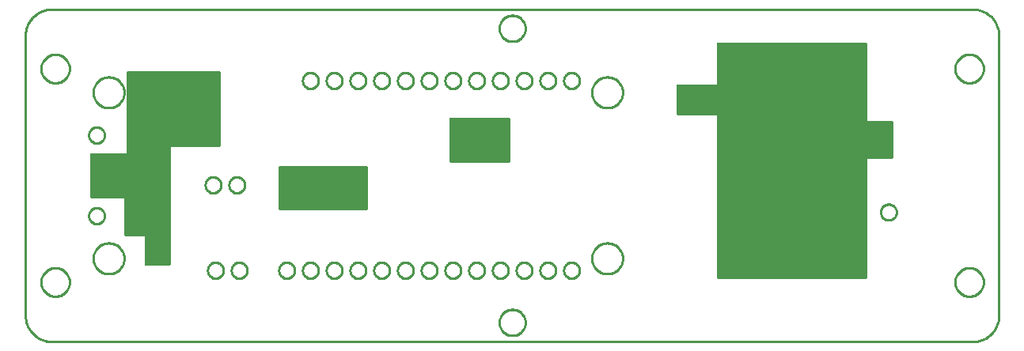
<source format=gko>
G04 EAGLE Gerber RS-274X export*
G75*
%MOMM*%
%FSLAX34Y34*%
%LPD*%
%IN*%
%IPPOS*%
%AMOC8*
5,1,8,0,0,1.08239X$1,22.5*%
G01*
%ADD10C,0.203200*%
%ADD11C,0.000000*%
%ADD12C,0.254000*%

G36*
X836667Y255328D02*
X836667Y255328D01*
X836669Y255386D01*
X836647Y255468D01*
X836635Y255552D01*
X836612Y255605D01*
X836597Y255661D01*
X836554Y255734D01*
X836519Y255811D01*
X836481Y255856D01*
X836452Y255906D01*
X836390Y255964D01*
X836336Y256028D01*
X836287Y256060D01*
X836244Y256100D01*
X836169Y256139D01*
X836099Y256186D01*
X836043Y256203D01*
X835991Y256230D01*
X835923Y256241D01*
X835828Y256271D01*
X835728Y256274D01*
X835660Y256285D01*
X676910Y256285D01*
X676852Y256277D01*
X676794Y256279D01*
X676712Y256257D01*
X676629Y256245D01*
X676575Y256222D01*
X676519Y256207D01*
X676446Y256164D01*
X676369Y256129D01*
X676324Y256091D01*
X676274Y256062D01*
X676216Y256000D01*
X676152Y255946D01*
X676120Y255897D01*
X676080Y255854D01*
X676041Y255779D01*
X675995Y255709D01*
X675977Y255653D01*
X675950Y255601D01*
X675939Y255533D01*
X675909Y255438D01*
X675906Y255338D01*
X675895Y255270D01*
X675895Y211835D01*
X633730Y211835D01*
X633672Y211827D01*
X633614Y211829D01*
X633532Y211807D01*
X633449Y211795D01*
X633395Y211772D01*
X633339Y211757D01*
X633266Y211714D01*
X633189Y211679D01*
X633144Y211641D01*
X633094Y211612D01*
X633036Y211550D01*
X632972Y211496D01*
X632940Y211447D01*
X632900Y211404D01*
X632861Y211329D01*
X632815Y211259D01*
X632797Y211203D01*
X632770Y211151D01*
X632759Y211083D01*
X632729Y210988D01*
X632726Y210888D01*
X632715Y210820D01*
X632715Y180340D01*
X632723Y180282D01*
X632721Y180224D01*
X632743Y180142D01*
X632755Y180059D01*
X632779Y180005D01*
X632793Y179949D01*
X632836Y179876D01*
X632871Y179799D01*
X632909Y179754D01*
X632939Y179704D01*
X633000Y179646D01*
X633055Y179582D01*
X633103Y179550D01*
X633146Y179510D01*
X633221Y179471D01*
X633291Y179425D01*
X633347Y179407D01*
X633399Y179380D01*
X633467Y179369D01*
X633562Y179339D01*
X633662Y179336D01*
X633730Y179325D01*
X675895Y179325D01*
X675895Y5080D01*
X675903Y5022D01*
X675901Y4964D01*
X675923Y4882D01*
X675935Y4799D01*
X675959Y4745D01*
X675973Y4689D01*
X676016Y4616D01*
X676051Y4539D01*
X676089Y4494D01*
X676119Y4444D01*
X676180Y4386D01*
X676235Y4322D01*
X676283Y4290D01*
X676326Y4250D01*
X676401Y4211D01*
X676471Y4165D01*
X676527Y4147D01*
X676579Y4120D01*
X676647Y4109D01*
X676742Y4079D01*
X676842Y4076D01*
X676910Y4065D01*
X835660Y4065D01*
X835718Y4073D01*
X835776Y4071D01*
X835858Y4093D01*
X835942Y4105D01*
X835995Y4129D01*
X836051Y4143D01*
X836124Y4186D01*
X836201Y4221D01*
X836246Y4259D01*
X836296Y4289D01*
X836354Y4350D01*
X836418Y4405D01*
X836450Y4453D01*
X836490Y4496D01*
X836529Y4571D01*
X836576Y4641D01*
X836593Y4697D01*
X836620Y4749D01*
X836631Y4817D01*
X836661Y4912D01*
X836664Y5012D01*
X836675Y5080D01*
X836675Y132335D01*
X863600Y132335D01*
X863658Y132343D01*
X863716Y132341D01*
X863798Y132363D01*
X863882Y132375D01*
X863935Y132399D01*
X863991Y132413D01*
X864064Y132456D01*
X864141Y132491D01*
X864186Y132529D01*
X864236Y132559D01*
X864294Y132620D01*
X864358Y132675D01*
X864390Y132723D01*
X864430Y132766D01*
X864469Y132841D01*
X864516Y132911D01*
X864533Y132967D01*
X864560Y133019D01*
X864571Y133087D01*
X864601Y133182D01*
X864604Y133282D01*
X864615Y133350D01*
X864615Y171450D01*
X864607Y171508D01*
X864609Y171566D01*
X864587Y171648D01*
X864575Y171732D01*
X864552Y171785D01*
X864537Y171841D01*
X864494Y171914D01*
X864459Y171991D01*
X864421Y172036D01*
X864392Y172086D01*
X864330Y172144D01*
X864276Y172208D01*
X864227Y172240D01*
X864184Y172280D01*
X864109Y172319D01*
X864039Y172366D01*
X863983Y172383D01*
X863931Y172410D01*
X863863Y172421D01*
X863768Y172451D01*
X863668Y172454D01*
X863600Y172465D01*
X836675Y172465D01*
X836675Y255270D01*
X836667Y255328D01*
G37*
G36*
X90228Y18043D02*
X90228Y18043D01*
X90286Y18041D01*
X90368Y18063D01*
X90452Y18075D01*
X90505Y18099D01*
X90561Y18113D01*
X90634Y18156D01*
X90711Y18191D01*
X90756Y18229D01*
X90806Y18259D01*
X90864Y18320D01*
X90928Y18375D01*
X90960Y18423D01*
X91000Y18466D01*
X91039Y18541D01*
X91086Y18611D01*
X91103Y18667D01*
X91130Y18719D01*
X91141Y18787D01*
X91171Y18882D01*
X91174Y18982D01*
X91185Y19050D01*
X91185Y145035D01*
X143510Y145035D01*
X143568Y145043D01*
X143626Y145041D01*
X143708Y145063D01*
X143792Y145075D01*
X143845Y145099D01*
X143901Y145113D01*
X143974Y145156D01*
X144051Y145191D01*
X144096Y145229D01*
X144146Y145259D01*
X144204Y145320D01*
X144268Y145375D01*
X144300Y145423D01*
X144340Y145466D01*
X144379Y145541D01*
X144426Y145611D01*
X144443Y145667D01*
X144470Y145719D01*
X144481Y145787D01*
X144511Y145882D01*
X144514Y145982D01*
X144525Y146050D01*
X144525Y224790D01*
X144517Y224848D01*
X144519Y224906D01*
X144497Y224988D01*
X144485Y225072D01*
X144462Y225125D01*
X144447Y225181D01*
X144404Y225254D01*
X144369Y225331D01*
X144331Y225376D01*
X144302Y225426D01*
X144240Y225484D01*
X144186Y225548D01*
X144137Y225580D01*
X144094Y225620D01*
X144019Y225659D01*
X143949Y225706D01*
X143893Y225723D01*
X143841Y225750D01*
X143773Y225761D01*
X143678Y225791D01*
X143578Y225794D01*
X143510Y225805D01*
X45720Y225805D01*
X45662Y225797D01*
X45604Y225799D01*
X45522Y225777D01*
X45439Y225765D01*
X45385Y225742D01*
X45329Y225727D01*
X45256Y225684D01*
X45179Y225649D01*
X45134Y225611D01*
X45084Y225582D01*
X45026Y225520D01*
X44962Y225466D01*
X44930Y225417D01*
X44890Y225374D01*
X44851Y225299D01*
X44805Y225229D01*
X44787Y225173D01*
X44760Y225121D01*
X44749Y225053D01*
X44719Y224958D01*
X44716Y224858D01*
X44705Y224790D01*
X44705Y138175D01*
X6350Y138175D01*
X6292Y138167D01*
X6234Y138169D01*
X6152Y138147D01*
X6069Y138135D01*
X6015Y138112D01*
X5959Y138097D01*
X5886Y138054D01*
X5809Y138019D01*
X5764Y137981D01*
X5714Y137952D01*
X5656Y137890D01*
X5592Y137836D01*
X5560Y137787D01*
X5520Y137744D01*
X5481Y137669D01*
X5435Y137599D01*
X5417Y137543D01*
X5390Y137491D01*
X5379Y137423D01*
X5349Y137328D01*
X5346Y137228D01*
X5335Y137160D01*
X5335Y91440D01*
X5343Y91382D01*
X5341Y91324D01*
X5363Y91242D01*
X5375Y91159D01*
X5399Y91105D01*
X5413Y91049D01*
X5456Y90976D01*
X5491Y90899D01*
X5529Y90854D01*
X5559Y90804D01*
X5620Y90746D01*
X5675Y90682D01*
X5723Y90650D01*
X5766Y90610D01*
X5841Y90571D01*
X5911Y90525D01*
X5967Y90507D01*
X6019Y90480D01*
X6087Y90469D01*
X6182Y90439D01*
X6282Y90436D01*
X6350Y90425D01*
X42165Y90425D01*
X42165Y50800D01*
X42173Y50742D01*
X42171Y50684D01*
X42193Y50602D01*
X42205Y50519D01*
X42229Y50465D01*
X42243Y50409D01*
X42286Y50336D01*
X42321Y50259D01*
X42359Y50214D01*
X42389Y50164D01*
X42450Y50106D01*
X42505Y50042D01*
X42553Y50010D01*
X42596Y49970D01*
X42671Y49931D01*
X42741Y49885D01*
X42797Y49867D01*
X42849Y49840D01*
X42917Y49829D01*
X43012Y49799D01*
X43112Y49796D01*
X43180Y49785D01*
X63755Y49785D01*
X63755Y19050D01*
X63763Y18992D01*
X63761Y18934D01*
X63783Y18852D01*
X63795Y18769D01*
X63819Y18715D01*
X63833Y18659D01*
X63876Y18586D01*
X63911Y18509D01*
X63949Y18464D01*
X63979Y18414D01*
X64040Y18356D01*
X64095Y18292D01*
X64143Y18260D01*
X64186Y18220D01*
X64261Y18181D01*
X64331Y18135D01*
X64387Y18117D01*
X64439Y18090D01*
X64507Y18079D01*
X64602Y18049D01*
X64702Y18046D01*
X64770Y18035D01*
X90170Y18035D01*
X90228Y18043D01*
G37*
G36*
X301048Y77733D02*
X301048Y77733D01*
X301106Y77731D01*
X301188Y77753D01*
X301272Y77765D01*
X301325Y77789D01*
X301381Y77803D01*
X301454Y77846D01*
X301531Y77881D01*
X301576Y77919D01*
X301626Y77949D01*
X301684Y78010D01*
X301748Y78065D01*
X301780Y78113D01*
X301820Y78156D01*
X301859Y78231D01*
X301906Y78301D01*
X301923Y78357D01*
X301950Y78409D01*
X301961Y78477D01*
X301991Y78572D01*
X301994Y78672D01*
X302005Y78740D01*
X302005Y123190D01*
X301997Y123248D01*
X301999Y123306D01*
X301977Y123388D01*
X301965Y123472D01*
X301942Y123525D01*
X301927Y123581D01*
X301884Y123654D01*
X301849Y123731D01*
X301811Y123776D01*
X301782Y123826D01*
X301720Y123884D01*
X301666Y123948D01*
X301617Y123980D01*
X301574Y124020D01*
X301499Y124059D01*
X301429Y124106D01*
X301373Y124123D01*
X301321Y124150D01*
X301253Y124161D01*
X301158Y124191D01*
X301058Y124194D01*
X300990Y124205D01*
X208280Y124205D01*
X208222Y124197D01*
X208164Y124199D01*
X208082Y124177D01*
X207999Y124165D01*
X207945Y124142D01*
X207889Y124127D01*
X207816Y124084D01*
X207739Y124049D01*
X207694Y124011D01*
X207644Y123982D01*
X207586Y123920D01*
X207522Y123866D01*
X207490Y123817D01*
X207450Y123774D01*
X207411Y123699D01*
X207365Y123629D01*
X207347Y123573D01*
X207320Y123521D01*
X207309Y123453D01*
X207279Y123358D01*
X207276Y123258D01*
X207265Y123190D01*
X207265Y78740D01*
X207273Y78682D01*
X207271Y78624D01*
X207293Y78542D01*
X207305Y78459D01*
X207329Y78405D01*
X207343Y78349D01*
X207386Y78276D01*
X207421Y78199D01*
X207459Y78154D01*
X207489Y78104D01*
X207550Y78046D01*
X207605Y77982D01*
X207653Y77950D01*
X207696Y77910D01*
X207771Y77871D01*
X207841Y77825D01*
X207897Y77807D01*
X207949Y77780D01*
X208017Y77769D01*
X208112Y77739D01*
X208212Y77736D01*
X208280Y77725D01*
X300990Y77725D01*
X301048Y77733D01*
G37*
G36*
X453448Y128533D02*
X453448Y128533D01*
X453506Y128531D01*
X453588Y128553D01*
X453672Y128565D01*
X453725Y128589D01*
X453781Y128603D01*
X453854Y128646D01*
X453931Y128681D01*
X453976Y128719D01*
X454026Y128749D01*
X454084Y128810D01*
X454148Y128865D01*
X454180Y128913D01*
X454220Y128956D01*
X454259Y129031D01*
X454306Y129101D01*
X454323Y129157D01*
X454350Y129209D01*
X454361Y129277D01*
X454391Y129372D01*
X454394Y129472D01*
X454405Y129540D01*
X454405Y175260D01*
X454398Y175313D01*
X454399Y175343D01*
X454398Y175346D01*
X454399Y175376D01*
X454377Y175458D01*
X454365Y175542D01*
X454342Y175595D01*
X454327Y175651D01*
X454284Y175724D01*
X454249Y175801D01*
X454211Y175846D01*
X454182Y175896D01*
X454120Y175954D01*
X454066Y176018D01*
X454017Y176050D01*
X453974Y176090D01*
X453899Y176129D01*
X453829Y176176D01*
X453773Y176193D01*
X453721Y176220D01*
X453653Y176231D01*
X453558Y176261D01*
X453458Y176264D01*
X453390Y176275D01*
X391160Y176275D01*
X391102Y176267D01*
X391044Y176269D01*
X390962Y176247D01*
X390879Y176235D01*
X390825Y176212D01*
X390769Y176197D01*
X390696Y176154D01*
X390619Y176119D01*
X390574Y176081D01*
X390524Y176052D01*
X390466Y175990D01*
X390402Y175936D01*
X390370Y175887D01*
X390330Y175844D01*
X390291Y175769D01*
X390245Y175699D01*
X390227Y175643D01*
X390200Y175591D01*
X390189Y175523D01*
X390159Y175428D01*
X390156Y175328D01*
X390145Y175260D01*
X390145Y129540D01*
X390153Y129482D01*
X390151Y129424D01*
X390173Y129342D01*
X390185Y129259D01*
X390209Y129205D01*
X390223Y129149D01*
X390266Y129076D01*
X390301Y128999D01*
X390339Y128954D01*
X390369Y128904D01*
X390430Y128846D01*
X390485Y128782D01*
X390533Y128750D01*
X390576Y128710D01*
X390651Y128671D01*
X390721Y128625D01*
X390777Y128607D01*
X390829Y128580D01*
X390897Y128569D01*
X390992Y128539D01*
X391092Y128536D01*
X391160Y128525D01*
X453390Y128525D01*
X453448Y128533D01*
G37*
D10*
X-38100Y292101D02*
X-38781Y292033D01*
X-39461Y291948D01*
X-40137Y291847D01*
X-40812Y291729D01*
X-41483Y291595D01*
X-42150Y291444D01*
X-42814Y291277D01*
X-43474Y291094D01*
X-44128Y290894D01*
X-44778Y290679D01*
X-45422Y290448D01*
X-46061Y290201D01*
X-46693Y289939D01*
X-47318Y289661D01*
X-47937Y289368D01*
X-48548Y289060D01*
X-49152Y288737D01*
X-49747Y288399D01*
X-50334Y288047D01*
X-50912Y287680D01*
X-51481Y287300D01*
X-52040Y286906D01*
X-52590Y286498D01*
X-53130Y286077D01*
X-53659Y285642D01*
X-54177Y285195D01*
X-54684Y284735D01*
X-55180Y284263D01*
X-55663Y283780D01*
X-56135Y283284D01*
X-56595Y282777D01*
X-57042Y282259D01*
X-57477Y281730D01*
X-57898Y281190D01*
X-58306Y280640D01*
X-58700Y280081D01*
X-59080Y279512D01*
X-59447Y278934D01*
X-59799Y278347D01*
X-60137Y277752D01*
X-60460Y277148D01*
X-60768Y276537D01*
X-61061Y275918D01*
X-61339Y275293D01*
X-61601Y274661D01*
X-61848Y274022D01*
X-62079Y273378D01*
X-62294Y272728D01*
X-62494Y272074D01*
X-62677Y271414D01*
X-62844Y270750D01*
X-62995Y270083D01*
X-63129Y269412D01*
X-63247Y268737D01*
X-63348Y268061D01*
X-63433Y267381D01*
X-63501Y266700D01*
X-38100Y292100D02*
X952500Y292100D01*
X952500Y292101D02*
X953181Y292033D01*
X953861Y291948D01*
X954537Y291847D01*
X955212Y291729D01*
X955883Y291595D01*
X956550Y291444D01*
X957214Y291277D01*
X957874Y291094D01*
X958528Y290894D01*
X959178Y290679D01*
X959822Y290448D01*
X960461Y290201D01*
X961093Y289939D01*
X961718Y289661D01*
X962337Y289368D01*
X962948Y289060D01*
X963552Y288737D01*
X964147Y288399D01*
X964734Y288047D01*
X965312Y287680D01*
X965881Y287300D01*
X966440Y286906D01*
X966990Y286498D01*
X967530Y286077D01*
X968059Y285642D01*
X968577Y285195D01*
X969084Y284735D01*
X969580Y284263D01*
X970063Y283780D01*
X970535Y283284D01*
X970995Y282777D01*
X971442Y282259D01*
X971877Y281730D01*
X972298Y281190D01*
X972706Y280640D01*
X973100Y280081D01*
X973480Y279512D01*
X973847Y278934D01*
X974199Y278347D01*
X974537Y277752D01*
X974860Y277148D01*
X975168Y276537D01*
X975461Y275918D01*
X975739Y275293D01*
X976001Y274661D01*
X976248Y274022D01*
X976479Y273378D01*
X976694Y272728D01*
X976894Y272074D01*
X977077Y271414D01*
X977244Y270750D01*
X977395Y270083D01*
X977529Y269412D01*
X977647Y268737D01*
X977748Y268061D01*
X977833Y267381D01*
X977901Y266700D01*
X977900Y266700D02*
X977900Y-38100D01*
X977901Y-38100D02*
X977833Y-38781D01*
X977748Y-39461D01*
X977647Y-40137D01*
X977529Y-40812D01*
X977395Y-41483D01*
X977244Y-42150D01*
X977077Y-42814D01*
X976894Y-43474D01*
X976694Y-44128D01*
X976479Y-44778D01*
X976248Y-45422D01*
X976001Y-46061D01*
X975739Y-46693D01*
X975461Y-47318D01*
X975168Y-47937D01*
X974860Y-48548D01*
X974537Y-49152D01*
X974199Y-49747D01*
X973847Y-50334D01*
X973480Y-50912D01*
X973100Y-51481D01*
X972706Y-52040D01*
X972298Y-52590D01*
X971877Y-53130D01*
X971442Y-53659D01*
X970995Y-54177D01*
X970535Y-54684D01*
X970063Y-55180D01*
X969580Y-55663D01*
X969084Y-56135D01*
X968577Y-56595D01*
X968059Y-57042D01*
X967530Y-57477D01*
X966990Y-57898D01*
X966440Y-58306D01*
X965881Y-58700D01*
X965312Y-59080D01*
X964734Y-59447D01*
X964147Y-59799D01*
X963552Y-60137D01*
X962948Y-60460D01*
X962337Y-60768D01*
X961718Y-61061D01*
X961093Y-61339D01*
X960461Y-61601D01*
X959822Y-61848D01*
X959178Y-62079D01*
X958528Y-62294D01*
X957874Y-62494D01*
X957214Y-62677D01*
X956550Y-62844D01*
X955883Y-62995D01*
X955212Y-63129D01*
X954537Y-63247D01*
X953861Y-63348D01*
X953181Y-63433D01*
X952500Y-63501D01*
X952500Y-63500D02*
X-38100Y-63500D01*
X-38100Y-63501D02*
X-38781Y-63433D01*
X-39461Y-63348D01*
X-40137Y-63247D01*
X-40812Y-63129D01*
X-41483Y-62995D01*
X-42150Y-62844D01*
X-42814Y-62677D01*
X-43474Y-62494D01*
X-44128Y-62294D01*
X-44778Y-62079D01*
X-45422Y-61848D01*
X-46061Y-61601D01*
X-46693Y-61339D01*
X-47318Y-61061D01*
X-47937Y-60768D01*
X-48548Y-60460D01*
X-49152Y-60137D01*
X-49747Y-59799D01*
X-50334Y-59447D01*
X-50912Y-59080D01*
X-51481Y-58700D01*
X-52040Y-58306D01*
X-52590Y-57898D01*
X-53130Y-57477D01*
X-53659Y-57042D01*
X-54177Y-56595D01*
X-54684Y-56135D01*
X-55180Y-55663D01*
X-55663Y-55180D01*
X-56135Y-54684D01*
X-56595Y-54177D01*
X-57042Y-53659D01*
X-57477Y-53130D01*
X-57898Y-52590D01*
X-58306Y-52040D01*
X-58700Y-51481D01*
X-59080Y-50912D01*
X-59447Y-50334D01*
X-59799Y-49747D01*
X-60137Y-49152D01*
X-60460Y-48548D01*
X-60768Y-47937D01*
X-61061Y-47318D01*
X-61339Y-46693D01*
X-61601Y-46061D01*
X-61848Y-45422D01*
X-62079Y-44778D01*
X-62294Y-44128D01*
X-62494Y-43474D01*
X-62677Y-42814D01*
X-62844Y-42150D01*
X-62995Y-41483D01*
X-63129Y-40812D01*
X-63247Y-40137D01*
X-63348Y-39461D01*
X-63433Y-38781D01*
X-63501Y-38100D01*
X-63500Y-38100D02*
X-63500Y266700D01*
D11*
X154060Y104140D02*
X154063Y104349D01*
X154070Y104557D01*
X154083Y104765D01*
X154101Y104973D01*
X154124Y105180D01*
X154152Y105387D01*
X154185Y105593D01*
X154223Y105798D01*
X154267Y106002D01*
X154315Y106205D01*
X154368Y106407D01*
X154426Y106607D01*
X154489Y106806D01*
X154557Y107004D01*
X154630Y107199D01*
X154707Y107393D01*
X154789Y107585D01*
X154876Y107774D01*
X154968Y107962D01*
X155064Y108147D01*
X155164Y108330D01*
X155269Y108510D01*
X155379Y108687D01*
X155493Y108862D01*
X155611Y109034D01*
X155733Y109203D01*
X155859Y109369D01*
X155989Y109532D01*
X156124Y109692D01*
X156262Y109848D01*
X156404Y110001D01*
X156550Y110150D01*
X156699Y110296D01*
X156852Y110438D01*
X157008Y110576D01*
X157168Y110711D01*
X157331Y110841D01*
X157497Y110967D01*
X157666Y111089D01*
X157838Y111207D01*
X158013Y111321D01*
X158190Y111431D01*
X158370Y111536D01*
X158553Y111636D01*
X158738Y111732D01*
X158926Y111824D01*
X159115Y111911D01*
X159307Y111993D01*
X159501Y112070D01*
X159696Y112143D01*
X159894Y112211D01*
X160093Y112274D01*
X160293Y112332D01*
X160495Y112385D01*
X160698Y112433D01*
X160902Y112477D01*
X161107Y112515D01*
X161313Y112548D01*
X161520Y112576D01*
X161727Y112599D01*
X161935Y112617D01*
X162143Y112630D01*
X162351Y112637D01*
X162560Y112640D01*
X162769Y112637D01*
X162977Y112630D01*
X163185Y112617D01*
X163393Y112599D01*
X163600Y112576D01*
X163807Y112548D01*
X164013Y112515D01*
X164218Y112477D01*
X164422Y112433D01*
X164625Y112385D01*
X164827Y112332D01*
X165027Y112274D01*
X165226Y112211D01*
X165424Y112143D01*
X165619Y112070D01*
X165813Y111993D01*
X166005Y111911D01*
X166194Y111824D01*
X166382Y111732D01*
X166567Y111636D01*
X166750Y111536D01*
X166930Y111431D01*
X167107Y111321D01*
X167282Y111207D01*
X167454Y111089D01*
X167623Y110967D01*
X167789Y110841D01*
X167952Y110711D01*
X168112Y110576D01*
X168268Y110438D01*
X168421Y110296D01*
X168570Y110150D01*
X168716Y110001D01*
X168858Y109848D01*
X168996Y109692D01*
X169131Y109532D01*
X169261Y109369D01*
X169387Y109203D01*
X169509Y109034D01*
X169627Y108862D01*
X169741Y108687D01*
X169851Y108510D01*
X169956Y108330D01*
X170056Y108147D01*
X170152Y107962D01*
X170244Y107774D01*
X170331Y107585D01*
X170413Y107393D01*
X170490Y107199D01*
X170563Y107004D01*
X170631Y106806D01*
X170694Y106607D01*
X170752Y106407D01*
X170805Y106205D01*
X170853Y106002D01*
X170897Y105798D01*
X170935Y105593D01*
X170968Y105387D01*
X170996Y105180D01*
X171019Y104973D01*
X171037Y104765D01*
X171050Y104557D01*
X171057Y104349D01*
X171060Y104140D01*
X171057Y103931D01*
X171050Y103723D01*
X171037Y103515D01*
X171019Y103307D01*
X170996Y103100D01*
X170968Y102893D01*
X170935Y102687D01*
X170897Y102482D01*
X170853Y102278D01*
X170805Y102075D01*
X170752Y101873D01*
X170694Y101673D01*
X170631Y101474D01*
X170563Y101276D01*
X170490Y101081D01*
X170413Y100887D01*
X170331Y100695D01*
X170244Y100506D01*
X170152Y100318D01*
X170056Y100133D01*
X169956Y99950D01*
X169851Y99770D01*
X169741Y99593D01*
X169627Y99418D01*
X169509Y99246D01*
X169387Y99077D01*
X169261Y98911D01*
X169131Y98748D01*
X168996Y98588D01*
X168858Y98432D01*
X168716Y98279D01*
X168570Y98130D01*
X168421Y97984D01*
X168268Y97842D01*
X168112Y97704D01*
X167952Y97569D01*
X167789Y97439D01*
X167623Y97313D01*
X167454Y97191D01*
X167282Y97073D01*
X167107Y96959D01*
X166930Y96849D01*
X166750Y96744D01*
X166567Y96644D01*
X166382Y96548D01*
X166194Y96456D01*
X166005Y96369D01*
X165813Y96287D01*
X165619Y96210D01*
X165424Y96137D01*
X165226Y96069D01*
X165027Y96006D01*
X164827Y95948D01*
X164625Y95895D01*
X164422Y95847D01*
X164218Y95803D01*
X164013Y95765D01*
X163807Y95732D01*
X163600Y95704D01*
X163393Y95681D01*
X163185Y95663D01*
X162977Y95650D01*
X162769Y95643D01*
X162560Y95640D01*
X162351Y95643D01*
X162143Y95650D01*
X161935Y95663D01*
X161727Y95681D01*
X161520Y95704D01*
X161313Y95732D01*
X161107Y95765D01*
X160902Y95803D01*
X160698Y95847D01*
X160495Y95895D01*
X160293Y95948D01*
X160093Y96006D01*
X159894Y96069D01*
X159696Y96137D01*
X159501Y96210D01*
X159307Y96287D01*
X159115Y96369D01*
X158926Y96456D01*
X158738Y96548D01*
X158553Y96644D01*
X158370Y96744D01*
X158190Y96849D01*
X158013Y96959D01*
X157838Y97073D01*
X157666Y97191D01*
X157497Y97313D01*
X157331Y97439D01*
X157168Y97569D01*
X157008Y97704D01*
X156852Y97842D01*
X156699Y97984D01*
X156550Y98130D01*
X156404Y98279D01*
X156262Y98432D01*
X156124Y98588D01*
X155989Y98748D01*
X155859Y98911D01*
X155733Y99077D01*
X155611Y99246D01*
X155493Y99418D01*
X155379Y99593D01*
X155269Y99770D01*
X155164Y99950D01*
X155064Y100133D01*
X154968Y100318D01*
X154876Y100506D01*
X154789Y100695D01*
X154707Y100887D01*
X154630Y101081D01*
X154557Y101276D01*
X154489Y101474D01*
X154426Y101673D01*
X154368Y101873D01*
X154315Y102075D01*
X154267Y102278D01*
X154223Y102482D01*
X154185Y102687D01*
X154152Y102893D01*
X154124Y103100D01*
X154101Y103307D01*
X154083Y103515D01*
X154070Y103723D01*
X154063Y103931D01*
X154060Y104140D01*
X128660Y104140D02*
X128663Y104349D01*
X128670Y104557D01*
X128683Y104765D01*
X128701Y104973D01*
X128724Y105180D01*
X128752Y105387D01*
X128785Y105593D01*
X128823Y105798D01*
X128867Y106002D01*
X128915Y106205D01*
X128968Y106407D01*
X129026Y106607D01*
X129089Y106806D01*
X129157Y107004D01*
X129230Y107199D01*
X129307Y107393D01*
X129389Y107585D01*
X129476Y107774D01*
X129568Y107962D01*
X129664Y108147D01*
X129764Y108330D01*
X129869Y108510D01*
X129979Y108687D01*
X130093Y108862D01*
X130211Y109034D01*
X130333Y109203D01*
X130459Y109369D01*
X130589Y109532D01*
X130724Y109692D01*
X130862Y109848D01*
X131004Y110001D01*
X131150Y110150D01*
X131299Y110296D01*
X131452Y110438D01*
X131608Y110576D01*
X131768Y110711D01*
X131931Y110841D01*
X132097Y110967D01*
X132266Y111089D01*
X132438Y111207D01*
X132613Y111321D01*
X132790Y111431D01*
X132970Y111536D01*
X133153Y111636D01*
X133338Y111732D01*
X133526Y111824D01*
X133715Y111911D01*
X133907Y111993D01*
X134101Y112070D01*
X134296Y112143D01*
X134494Y112211D01*
X134693Y112274D01*
X134893Y112332D01*
X135095Y112385D01*
X135298Y112433D01*
X135502Y112477D01*
X135707Y112515D01*
X135913Y112548D01*
X136120Y112576D01*
X136327Y112599D01*
X136535Y112617D01*
X136743Y112630D01*
X136951Y112637D01*
X137160Y112640D01*
X137369Y112637D01*
X137577Y112630D01*
X137785Y112617D01*
X137993Y112599D01*
X138200Y112576D01*
X138407Y112548D01*
X138613Y112515D01*
X138818Y112477D01*
X139022Y112433D01*
X139225Y112385D01*
X139427Y112332D01*
X139627Y112274D01*
X139826Y112211D01*
X140024Y112143D01*
X140219Y112070D01*
X140413Y111993D01*
X140605Y111911D01*
X140794Y111824D01*
X140982Y111732D01*
X141167Y111636D01*
X141350Y111536D01*
X141530Y111431D01*
X141707Y111321D01*
X141882Y111207D01*
X142054Y111089D01*
X142223Y110967D01*
X142389Y110841D01*
X142552Y110711D01*
X142712Y110576D01*
X142868Y110438D01*
X143021Y110296D01*
X143170Y110150D01*
X143316Y110001D01*
X143458Y109848D01*
X143596Y109692D01*
X143731Y109532D01*
X143861Y109369D01*
X143987Y109203D01*
X144109Y109034D01*
X144227Y108862D01*
X144341Y108687D01*
X144451Y108510D01*
X144556Y108330D01*
X144656Y108147D01*
X144752Y107962D01*
X144844Y107774D01*
X144931Y107585D01*
X145013Y107393D01*
X145090Y107199D01*
X145163Y107004D01*
X145231Y106806D01*
X145294Y106607D01*
X145352Y106407D01*
X145405Y106205D01*
X145453Y106002D01*
X145497Y105798D01*
X145535Y105593D01*
X145568Y105387D01*
X145596Y105180D01*
X145619Y104973D01*
X145637Y104765D01*
X145650Y104557D01*
X145657Y104349D01*
X145660Y104140D01*
X145657Y103931D01*
X145650Y103723D01*
X145637Y103515D01*
X145619Y103307D01*
X145596Y103100D01*
X145568Y102893D01*
X145535Y102687D01*
X145497Y102482D01*
X145453Y102278D01*
X145405Y102075D01*
X145352Y101873D01*
X145294Y101673D01*
X145231Y101474D01*
X145163Y101276D01*
X145090Y101081D01*
X145013Y100887D01*
X144931Y100695D01*
X144844Y100506D01*
X144752Y100318D01*
X144656Y100133D01*
X144556Y99950D01*
X144451Y99770D01*
X144341Y99593D01*
X144227Y99418D01*
X144109Y99246D01*
X143987Y99077D01*
X143861Y98911D01*
X143731Y98748D01*
X143596Y98588D01*
X143458Y98432D01*
X143316Y98279D01*
X143170Y98130D01*
X143021Y97984D01*
X142868Y97842D01*
X142712Y97704D01*
X142552Y97569D01*
X142389Y97439D01*
X142223Y97313D01*
X142054Y97191D01*
X141882Y97073D01*
X141707Y96959D01*
X141530Y96849D01*
X141350Y96744D01*
X141167Y96644D01*
X140982Y96548D01*
X140794Y96456D01*
X140605Y96369D01*
X140413Y96287D01*
X140219Y96210D01*
X140024Y96137D01*
X139826Y96069D01*
X139627Y96006D01*
X139427Y95948D01*
X139225Y95895D01*
X139022Y95847D01*
X138818Y95803D01*
X138613Y95765D01*
X138407Y95732D01*
X138200Y95704D01*
X137993Y95681D01*
X137785Y95663D01*
X137577Y95650D01*
X137369Y95643D01*
X137160Y95640D01*
X136951Y95643D01*
X136743Y95650D01*
X136535Y95663D01*
X136327Y95681D01*
X136120Y95704D01*
X135913Y95732D01*
X135707Y95765D01*
X135502Y95803D01*
X135298Y95847D01*
X135095Y95895D01*
X134893Y95948D01*
X134693Y96006D01*
X134494Y96069D01*
X134296Y96137D01*
X134101Y96210D01*
X133907Y96287D01*
X133715Y96369D01*
X133526Y96456D01*
X133338Y96548D01*
X133153Y96644D01*
X132970Y96744D01*
X132790Y96849D01*
X132613Y96959D01*
X132438Y97073D01*
X132266Y97191D01*
X132097Y97313D01*
X131931Y97439D01*
X131768Y97569D01*
X131608Y97704D01*
X131452Y97842D01*
X131299Y97984D01*
X131150Y98130D01*
X131004Y98279D01*
X130862Y98432D01*
X130724Y98588D01*
X130589Y98748D01*
X130459Y98911D01*
X130333Y99077D01*
X130211Y99246D01*
X130093Y99418D01*
X129979Y99593D01*
X129869Y99770D01*
X129764Y99950D01*
X129664Y100133D01*
X129568Y100318D01*
X129476Y100506D01*
X129389Y100695D01*
X129307Y100887D01*
X129230Y101081D01*
X129157Y101276D01*
X129089Y101474D01*
X129026Y101673D01*
X128968Y101873D01*
X128915Y102075D01*
X128867Y102278D01*
X128823Y102482D01*
X128785Y102687D01*
X128752Y102893D01*
X128724Y103100D01*
X128701Y103307D01*
X128683Y103515D01*
X128670Y103723D01*
X128663Y103931D01*
X128660Y104140D01*
X851290Y74930D02*
X851293Y75139D01*
X851300Y75347D01*
X851313Y75555D01*
X851331Y75763D01*
X851354Y75970D01*
X851382Y76177D01*
X851415Y76383D01*
X851453Y76588D01*
X851497Y76792D01*
X851545Y76995D01*
X851598Y77197D01*
X851656Y77397D01*
X851719Y77596D01*
X851787Y77794D01*
X851860Y77989D01*
X851937Y78183D01*
X852019Y78375D01*
X852106Y78564D01*
X852198Y78752D01*
X852294Y78937D01*
X852394Y79120D01*
X852499Y79300D01*
X852609Y79477D01*
X852723Y79652D01*
X852841Y79824D01*
X852963Y79993D01*
X853089Y80159D01*
X853219Y80322D01*
X853354Y80482D01*
X853492Y80638D01*
X853634Y80791D01*
X853780Y80940D01*
X853929Y81086D01*
X854082Y81228D01*
X854238Y81366D01*
X854398Y81501D01*
X854561Y81631D01*
X854727Y81757D01*
X854896Y81879D01*
X855068Y81997D01*
X855243Y82111D01*
X855420Y82221D01*
X855600Y82326D01*
X855783Y82426D01*
X855968Y82522D01*
X856156Y82614D01*
X856345Y82701D01*
X856537Y82783D01*
X856731Y82860D01*
X856926Y82933D01*
X857124Y83001D01*
X857323Y83064D01*
X857523Y83122D01*
X857725Y83175D01*
X857928Y83223D01*
X858132Y83267D01*
X858337Y83305D01*
X858543Y83338D01*
X858750Y83366D01*
X858957Y83389D01*
X859165Y83407D01*
X859373Y83420D01*
X859581Y83427D01*
X859790Y83430D01*
X859999Y83427D01*
X860207Y83420D01*
X860415Y83407D01*
X860623Y83389D01*
X860830Y83366D01*
X861037Y83338D01*
X861243Y83305D01*
X861448Y83267D01*
X861652Y83223D01*
X861855Y83175D01*
X862057Y83122D01*
X862257Y83064D01*
X862456Y83001D01*
X862654Y82933D01*
X862849Y82860D01*
X863043Y82783D01*
X863235Y82701D01*
X863424Y82614D01*
X863612Y82522D01*
X863797Y82426D01*
X863980Y82326D01*
X864160Y82221D01*
X864337Y82111D01*
X864512Y81997D01*
X864684Y81879D01*
X864853Y81757D01*
X865019Y81631D01*
X865182Y81501D01*
X865342Y81366D01*
X865498Y81228D01*
X865651Y81086D01*
X865800Y80940D01*
X865946Y80791D01*
X866088Y80638D01*
X866226Y80482D01*
X866361Y80322D01*
X866491Y80159D01*
X866617Y79993D01*
X866739Y79824D01*
X866857Y79652D01*
X866971Y79477D01*
X867081Y79300D01*
X867186Y79120D01*
X867286Y78937D01*
X867382Y78752D01*
X867474Y78564D01*
X867561Y78375D01*
X867643Y78183D01*
X867720Y77989D01*
X867793Y77794D01*
X867861Y77596D01*
X867924Y77397D01*
X867982Y77197D01*
X868035Y76995D01*
X868083Y76792D01*
X868127Y76588D01*
X868165Y76383D01*
X868198Y76177D01*
X868226Y75970D01*
X868249Y75763D01*
X868267Y75555D01*
X868280Y75347D01*
X868287Y75139D01*
X868290Y74930D01*
X868287Y74721D01*
X868280Y74513D01*
X868267Y74305D01*
X868249Y74097D01*
X868226Y73890D01*
X868198Y73683D01*
X868165Y73477D01*
X868127Y73272D01*
X868083Y73068D01*
X868035Y72865D01*
X867982Y72663D01*
X867924Y72463D01*
X867861Y72264D01*
X867793Y72066D01*
X867720Y71871D01*
X867643Y71677D01*
X867561Y71485D01*
X867474Y71296D01*
X867382Y71108D01*
X867286Y70923D01*
X867186Y70740D01*
X867081Y70560D01*
X866971Y70383D01*
X866857Y70208D01*
X866739Y70036D01*
X866617Y69867D01*
X866491Y69701D01*
X866361Y69538D01*
X866226Y69378D01*
X866088Y69222D01*
X865946Y69069D01*
X865800Y68920D01*
X865651Y68774D01*
X865498Y68632D01*
X865342Y68494D01*
X865182Y68359D01*
X865019Y68229D01*
X864853Y68103D01*
X864684Y67981D01*
X864512Y67863D01*
X864337Y67749D01*
X864160Y67639D01*
X863980Y67534D01*
X863797Y67434D01*
X863612Y67338D01*
X863424Y67246D01*
X863235Y67159D01*
X863043Y67077D01*
X862849Y67000D01*
X862654Y66927D01*
X862456Y66859D01*
X862257Y66796D01*
X862057Y66738D01*
X861855Y66685D01*
X861652Y66637D01*
X861448Y66593D01*
X861243Y66555D01*
X861037Y66522D01*
X860830Y66494D01*
X860623Y66471D01*
X860415Y66453D01*
X860207Y66440D01*
X859999Y66433D01*
X859790Y66430D01*
X859581Y66433D01*
X859373Y66440D01*
X859165Y66453D01*
X858957Y66471D01*
X858750Y66494D01*
X858543Y66522D01*
X858337Y66555D01*
X858132Y66593D01*
X857928Y66637D01*
X857725Y66685D01*
X857523Y66738D01*
X857323Y66796D01*
X857124Y66859D01*
X856926Y66927D01*
X856731Y67000D01*
X856537Y67077D01*
X856345Y67159D01*
X856156Y67246D01*
X855968Y67338D01*
X855783Y67434D01*
X855600Y67534D01*
X855420Y67639D01*
X855243Y67749D01*
X855068Y67863D01*
X854896Y67981D01*
X854727Y68103D01*
X854561Y68229D01*
X854398Y68359D01*
X854238Y68494D01*
X854082Y68632D01*
X853929Y68774D01*
X853780Y68920D01*
X853634Y69069D01*
X853492Y69222D01*
X853354Y69378D01*
X853219Y69538D01*
X853089Y69701D01*
X852963Y69867D01*
X852841Y70036D01*
X852723Y70208D01*
X852609Y70383D01*
X852499Y70560D01*
X852394Y70740D01*
X852294Y70923D01*
X852198Y71108D01*
X852106Y71296D01*
X852019Y71485D01*
X851937Y71677D01*
X851860Y71871D01*
X851787Y72066D01*
X851719Y72264D01*
X851656Y72463D01*
X851598Y72663D01*
X851545Y72865D01*
X851497Y73068D01*
X851453Y73272D01*
X851415Y73477D01*
X851382Y73683D01*
X851354Y73890D01*
X851331Y74097D01*
X851313Y74305D01*
X851300Y74513D01*
X851293Y74721D01*
X851290Y74930D01*
X512200Y12700D02*
X512203Y12909D01*
X512210Y13117D01*
X512223Y13325D01*
X512241Y13533D01*
X512264Y13740D01*
X512292Y13947D01*
X512325Y14153D01*
X512363Y14358D01*
X512407Y14562D01*
X512455Y14765D01*
X512508Y14967D01*
X512566Y15167D01*
X512629Y15366D01*
X512697Y15564D01*
X512770Y15759D01*
X512847Y15953D01*
X512929Y16145D01*
X513016Y16334D01*
X513108Y16522D01*
X513204Y16707D01*
X513304Y16890D01*
X513409Y17070D01*
X513519Y17247D01*
X513633Y17422D01*
X513751Y17594D01*
X513873Y17763D01*
X513999Y17929D01*
X514129Y18092D01*
X514264Y18252D01*
X514402Y18408D01*
X514544Y18561D01*
X514690Y18710D01*
X514839Y18856D01*
X514992Y18998D01*
X515148Y19136D01*
X515308Y19271D01*
X515471Y19401D01*
X515637Y19527D01*
X515806Y19649D01*
X515978Y19767D01*
X516153Y19881D01*
X516330Y19991D01*
X516510Y20096D01*
X516693Y20196D01*
X516878Y20292D01*
X517066Y20384D01*
X517255Y20471D01*
X517447Y20553D01*
X517641Y20630D01*
X517836Y20703D01*
X518034Y20771D01*
X518233Y20834D01*
X518433Y20892D01*
X518635Y20945D01*
X518838Y20993D01*
X519042Y21037D01*
X519247Y21075D01*
X519453Y21108D01*
X519660Y21136D01*
X519867Y21159D01*
X520075Y21177D01*
X520283Y21190D01*
X520491Y21197D01*
X520700Y21200D01*
X520909Y21197D01*
X521117Y21190D01*
X521325Y21177D01*
X521533Y21159D01*
X521740Y21136D01*
X521947Y21108D01*
X522153Y21075D01*
X522358Y21037D01*
X522562Y20993D01*
X522765Y20945D01*
X522967Y20892D01*
X523167Y20834D01*
X523366Y20771D01*
X523564Y20703D01*
X523759Y20630D01*
X523953Y20553D01*
X524145Y20471D01*
X524334Y20384D01*
X524522Y20292D01*
X524707Y20196D01*
X524890Y20096D01*
X525070Y19991D01*
X525247Y19881D01*
X525422Y19767D01*
X525594Y19649D01*
X525763Y19527D01*
X525929Y19401D01*
X526092Y19271D01*
X526252Y19136D01*
X526408Y18998D01*
X526561Y18856D01*
X526710Y18710D01*
X526856Y18561D01*
X526998Y18408D01*
X527136Y18252D01*
X527271Y18092D01*
X527401Y17929D01*
X527527Y17763D01*
X527649Y17594D01*
X527767Y17422D01*
X527881Y17247D01*
X527991Y17070D01*
X528096Y16890D01*
X528196Y16707D01*
X528292Y16522D01*
X528384Y16334D01*
X528471Y16145D01*
X528553Y15953D01*
X528630Y15759D01*
X528703Y15564D01*
X528771Y15366D01*
X528834Y15167D01*
X528892Y14967D01*
X528945Y14765D01*
X528993Y14562D01*
X529037Y14358D01*
X529075Y14153D01*
X529108Y13947D01*
X529136Y13740D01*
X529159Y13533D01*
X529177Y13325D01*
X529190Y13117D01*
X529197Y12909D01*
X529200Y12700D01*
X529197Y12491D01*
X529190Y12283D01*
X529177Y12075D01*
X529159Y11867D01*
X529136Y11660D01*
X529108Y11453D01*
X529075Y11247D01*
X529037Y11042D01*
X528993Y10838D01*
X528945Y10635D01*
X528892Y10433D01*
X528834Y10233D01*
X528771Y10034D01*
X528703Y9836D01*
X528630Y9641D01*
X528553Y9447D01*
X528471Y9255D01*
X528384Y9066D01*
X528292Y8878D01*
X528196Y8693D01*
X528096Y8510D01*
X527991Y8330D01*
X527881Y8153D01*
X527767Y7978D01*
X527649Y7806D01*
X527527Y7637D01*
X527401Y7471D01*
X527271Y7308D01*
X527136Y7148D01*
X526998Y6992D01*
X526856Y6839D01*
X526710Y6690D01*
X526561Y6544D01*
X526408Y6402D01*
X526252Y6264D01*
X526092Y6129D01*
X525929Y5999D01*
X525763Y5873D01*
X525594Y5751D01*
X525422Y5633D01*
X525247Y5519D01*
X525070Y5409D01*
X524890Y5304D01*
X524707Y5204D01*
X524522Y5108D01*
X524334Y5016D01*
X524145Y4929D01*
X523953Y4847D01*
X523759Y4770D01*
X523564Y4697D01*
X523366Y4629D01*
X523167Y4566D01*
X522967Y4508D01*
X522765Y4455D01*
X522562Y4407D01*
X522358Y4363D01*
X522153Y4325D01*
X521947Y4292D01*
X521740Y4264D01*
X521533Y4241D01*
X521325Y4223D01*
X521117Y4210D01*
X520909Y4203D01*
X520700Y4200D01*
X520491Y4203D01*
X520283Y4210D01*
X520075Y4223D01*
X519867Y4241D01*
X519660Y4264D01*
X519453Y4292D01*
X519247Y4325D01*
X519042Y4363D01*
X518838Y4407D01*
X518635Y4455D01*
X518433Y4508D01*
X518233Y4566D01*
X518034Y4629D01*
X517836Y4697D01*
X517641Y4770D01*
X517447Y4847D01*
X517255Y4929D01*
X517066Y5016D01*
X516878Y5108D01*
X516693Y5204D01*
X516510Y5304D01*
X516330Y5409D01*
X516153Y5519D01*
X515978Y5633D01*
X515806Y5751D01*
X515637Y5873D01*
X515471Y5999D01*
X515308Y6129D01*
X515148Y6264D01*
X514992Y6402D01*
X514839Y6544D01*
X514690Y6690D01*
X514544Y6839D01*
X514402Y6992D01*
X514264Y7148D01*
X514129Y7308D01*
X513999Y7471D01*
X513873Y7637D01*
X513751Y7806D01*
X513633Y7978D01*
X513519Y8153D01*
X513409Y8330D01*
X513304Y8510D01*
X513204Y8693D01*
X513108Y8878D01*
X513016Y9066D01*
X512929Y9255D01*
X512847Y9447D01*
X512770Y9641D01*
X512697Y9836D01*
X512629Y10034D01*
X512566Y10233D01*
X512508Y10433D01*
X512455Y10635D01*
X512407Y10838D01*
X512363Y11042D01*
X512325Y11247D01*
X512292Y11453D01*
X512264Y11660D01*
X512241Y11867D01*
X512223Y12075D01*
X512210Y12283D01*
X512203Y12491D01*
X512200Y12700D01*
X486800Y12700D02*
X486803Y12909D01*
X486810Y13117D01*
X486823Y13325D01*
X486841Y13533D01*
X486864Y13740D01*
X486892Y13947D01*
X486925Y14153D01*
X486963Y14358D01*
X487007Y14562D01*
X487055Y14765D01*
X487108Y14967D01*
X487166Y15167D01*
X487229Y15366D01*
X487297Y15564D01*
X487370Y15759D01*
X487447Y15953D01*
X487529Y16145D01*
X487616Y16334D01*
X487708Y16522D01*
X487804Y16707D01*
X487904Y16890D01*
X488009Y17070D01*
X488119Y17247D01*
X488233Y17422D01*
X488351Y17594D01*
X488473Y17763D01*
X488599Y17929D01*
X488729Y18092D01*
X488864Y18252D01*
X489002Y18408D01*
X489144Y18561D01*
X489290Y18710D01*
X489439Y18856D01*
X489592Y18998D01*
X489748Y19136D01*
X489908Y19271D01*
X490071Y19401D01*
X490237Y19527D01*
X490406Y19649D01*
X490578Y19767D01*
X490753Y19881D01*
X490930Y19991D01*
X491110Y20096D01*
X491293Y20196D01*
X491478Y20292D01*
X491666Y20384D01*
X491855Y20471D01*
X492047Y20553D01*
X492241Y20630D01*
X492436Y20703D01*
X492634Y20771D01*
X492833Y20834D01*
X493033Y20892D01*
X493235Y20945D01*
X493438Y20993D01*
X493642Y21037D01*
X493847Y21075D01*
X494053Y21108D01*
X494260Y21136D01*
X494467Y21159D01*
X494675Y21177D01*
X494883Y21190D01*
X495091Y21197D01*
X495300Y21200D01*
X495509Y21197D01*
X495717Y21190D01*
X495925Y21177D01*
X496133Y21159D01*
X496340Y21136D01*
X496547Y21108D01*
X496753Y21075D01*
X496958Y21037D01*
X497162Y20993D01*
X497365Y20945D01*
X497567Y20892D01*
X497767Y20834D01*
X497966Y20771D01*
X498164Y20703D01*
X498359Y20630D01*
X498553Y20553D01*
X498745Y20471D01*
X498934Y20384D01*
X499122Y20292D01*
X499307Y20196D01*
X499490Y20096D01*
X499670Y19991D01*
X499847Y19881D01*
X500022Y19767D01*
X500194Y19649D01*
X500363Y19527D01*
X500529Y19401D01*
X500692Y19271D01*
X500852Y19136D01*
X501008Y18998D01*
X501161Y18856D01*
X501310Y18710D01*
X501456Y18561D01*
X501598Y18408D01*
X501736Y18252D01*
X501871Y18092D01*
X502001Y17929D01*
X502127Y17763D01*
X502249Y17594D01*
X502367Y17422D01*
X502481Y17247D01*
X502591Y17070D01*
X502696Y16890D01*
X502796Y16707D01*
X502892Y16522D01*
X502984Y16334D01*
X503071Y16145D01*
X503153Y15953D01*
X503230Y15759D01*
X503303Y15564D01*
X503371Y15366D01*
X503434Y15167D01*
X503492Y14967D01*
X503545Y14765D01*
X503593Y14562D01*
X503637Y14358D01*
X503675Y14153D01*
X503708Y13947D01*
X503736Y13740D01*
X503759Y13533D01*
X503777Y13325D01*
X503790Y13117D01*
X503797Y12909D01*
X503800Y12700D01*
X503797Y12491D01*
X503790Y12283D01*
X503777Y12075D01*
X503759Y11867D01*
X503736Y11660D01*
X503708Y11453D01*
X503675Y11247D01*
X503637Y11042D01*
X503593Y10838D01*
X503545Y10635D01*
X503492Y10433D01*
X503434Y10233D01*
X503371Y10034D01*
X503303Y9836D01*
X503230Y9641D01*
X503153Y9447D01*
X503071Y9255D01*
X502984Y9066D01*
X502892Y8878D01*
X502796Y8693D01*
X502696Y8510D01*
X502591Y8330D01*
X502481Y8153D01*
X502367Y7978D01*
X502249Y7806D01*
X502127Y7637D01*
X502001Y7471D01*
X501871Y7308D01*
X501736Y7148D01*
X501598Y6992D01*
X501456Y6839D01*
X501310Y6690D01*
X501161Y6544D01*
X501008Y6402D01*
X500852Y6264D01*
X500692Y6129D01*
X500529Y5999D01*
X500363Y5873D01*
X500194Y5751D01*
X500022Y5633D01*
X499847Y5519D01*
X499670Y5409D01*
X499490Y5304D01*
X499307Y5204D01*
X499122Y5108D01*
X498934Y5016D01*
X498745Y4929D01*
X498553Y4847D01*
X498359Y4770D01*
X498164Y4697D01*
X497966Y4629D01*
X497767Y4566D01*
X497567Y4508D01*
X497365Y4455D01*
X497162Y4407D01*
X496958Y4363D01*
X496753Y4325D01*
X496547Y4292D01*
X496340Y4264D01*
X496133Y4241D01*
X495925Y4223D01*
X495717Y4210D01*
X495509Y4203D01*
X495300Y4200D01*
X495091Y4203D01*
X494883Y4210D01*
X494675Y4223D01*
X494467Y4241D01*
X494260Y4264D01*
X494053Y4292D01*
X493847Y4325D01*
X493642Y4363D01*
X493438Y4407D01*
X493235Y4455D01*
X493033Y4508D01*
X492833Y4566D01*
X492634Y4629D01*
X492436Y4697D01*
X492241Y4770D01*
X492047Y4847D01*
X491855Y4929D01*
X491666Y5016D01*
X491478Y5108D01*
X491293Y5204D01*
X491110Y5304D01*
X490930Y5409D01*
X490753Y5519D01*
X490578Y5633D01*
X490406Y5751D01*
X490237Y5873D01*
X490071Y5999D01*
X489908Y6129D01*
X489748Y6264D01*
X489592Y6402D01*
X489439Y6544D01*
X489290Y6690D01*
X489144Y6839D01*
X489002Y6992D01*
X488864Y7148D01*
X488729Y7308D01*
X488599Y7471D01*
X488473Y7637D01*
X488351Y7806D01*
X488233Y7978D01*
X488119Y8153D01*
X488009Y8330D01*
X487904Y8510D01*
X487804Y8693D01*
X487708Y8878D01*
X487616Y9066D01*
X487529Y9255D01*
X487447Y9447D01*
X487370Y9641D01*
X487297Y9836D01*
X487229Y10034D01*
X487166Y10233D01*
X487108Y10433D01*
X487055Y10635D01*
X487007Y10838D01*
X486963Y11042D01*
X486925Y11247D01*
X486892Y11453D01*
X486864Y11660D01*
X486841Y11867D01*
X486823Y12075D01*
X486810Y12283D01*
X486803Y12491D01*
X486800Y12700D01*
X461400Y12700D02*
X461403Y12909D01*
X461410Y13117D01*
X461423Y13325D01*
X461441Y13533D01*
X461464Y13740D01*
X461492Y13947D01*
X461525Y14153D01*
X461563Y14358D01*
X461607Y14562D01*
X461655Y14765D01*
X461708Y14967D01*
X461766Y15167D01*
X461829Y15366D01*
X461897Y15564D01*
X461970Y15759D01*
X462047Y15953D01*
X462129Y16145D01*
X462216Y16334D01*
X462308Y16522D01*
X462404Y16707D01*
X462504Y16890D01*
X462609Y17070D01*
X462719Y17247D01*
X462833Y17422D01*
X462951Y17594D01*
X463073Y17763D01*
X463199Y17929D01*
X463329Y18092D01*
X463464Y18252D01*
X463602Y18408D01*
X463744Y18561D01*
X463890Y18710D01*
X464039Y18856D01*
X464192Y18998D01*
X464348Y19136D01*
X464508Y19271D01*
X464671Y19401D01*
X464837Y19527D01*
X465006Y19649D01*
X465178Y19767D01*
X465353Y19881D01*
X465530Y19991D01*
X465710Y20096D01*
X465893Y20196D01*
X466078Y20292D01*
X466266Y20384D01*
X466455Y20471D01*
X466647Y20553D01*
X466841Y20630D01*
X467036Y20703D01*
X467234Y20771D01*
X467433Y20834D01*
X467633Y20892D01*
X467835Y20945D01*
X468038Y20993D01*
X468242Y21037D01*
X468447Y21075D01*
X468653Y21108D01*
X468860Y21136D01*
X469067Y21159D01*
X469275Y21177D01*
X469483Y21190D01*
X469691Y21197D01*
X469900Y21200D01*
X470109Y21197D01*
X470317Y21190D01*
X470525Y21177D01*
X470733Y21159D01*
X470940Y21136D01*
X471147Y21108D01*
X471353Y21075D01*
X471558Y21037D01*
X471762Y20993D01*
X471965Y20945D01*
X472167Y20892D01*
X472367Y20834D01*
X472566Y20771D01*
X472764Y20703D01*
X472959Y20630D01*
X473153Y20553D01*
X473345Y20471D01*
X473534Y20384D01*
X473722Y20292D01*
X473907Y20196D01*
X474090Y20096D01*
X474270Y19991D01*
X474447Y19881D01*
X474622Y19767D01*
X474794Y19649D01*
X474963Y19527D01*
X475129Y19401D01*
X475292Y19271D01*
X475452Y19136D01*
X475608Y18998D01*
X475761Y18856D01*
X475910Y18710D01*
X476056Y18561D01*
X476198Y18408D01*
X476336Y18252D01*
X476471Y18092D01*
X476601Y17929D01*
X476727Y17763D01*
X476849Y17594D01*
X476967Y17422D01*
X477081Y17247D01*
X477191Y17070D01*
X477296Y16890D01*
X477396Y16707D01*
X477492Y16522D01*
X477584Y16334D01*
X477671Y16145D01*
X477753Y15953D01*
X477830Y15759D01*
X477903Y15564D01*
X477971Y15366D01*
X478034Y15167D01*
X478092Y14967D01*
X478145Y14765D01*
X478193Y14562D01*
X478237Y14358D01*
X478275Y14153D01*
X478308Y13947D01*
X478336Y13740D01*
X478359Y13533D01*
X478377Y13325D01*
X478390Y13117D01*
X478397Y12909D01*
X478400Y12700D01*
X478397Y12491D01*
X478390Y12283D01*
X478377Y12075D01*
X478359Y11867D01*
X478336Y11660D01*
X478308Y11453D01*
X478275Y11247D01*
X478237Y11042D01*
X478193Y10838D01*
X478145Y10635D01*
X478092Y10433D01*
X478034Y10233D01*
X477971Y10034D01*
X477903Y9836D01*
X477830Y9641D01*
X477753Y9447D01*
X477671Y9255D01*
X477584Y9066D01*
X477492Y8878D01*
X477396Y8693D01*
X477296Y8510D01*
X477191Y8330D01*
X477081Y8153D01*
X476967Y7978D01*
X476849Y7806D01*
X476727Y7637D01*
X476601Y7471D01*
X476471Y7308D01*
X476336Y7148D01*
X476198Y6992D01*
X476056Y6839D01*
X475910Y6690D01*
X475761Y6544D01*
X475608Y6402D01*
X475452Y6264D01*
X475292Y6129D01*
X475129Y5999D01*
X474963Y5873D01*
X474794Y5751D01*
X474622Y5633D01*
X474447Y5519D01*
X474270Y5409D01*
X474090Y5304D01*
X473907Y5204D01*
X473722Y5108D01*
X473534Y5016D01*
X473345Y4929D01*
X473153Y4847D01*
X472959Y4770D01*
X472764Y4697D01*
X472566Y4629D01*
X472367Y4566D01*
X472167Y4508D01*
X471965Y4455D01*
X471762Y4407D01*
X471558Y4363D01*
X471353Y4325D01*
X471147Y4292D01*
X470940Y4264D01*
X470733Y4241D01*
X470525Y4223D01*
X470317Y4210D01*
X470109Y4203D01*
X469900Y4200D01*
X469691Y4203D01*
X469483Y4210D01*
X469275Y4223D01*
X469067Y4241D01*
X468860Y4264D01*
X468653Y4292D01*
X468447Y4325D01*
X468242Y4363D01*
X468038Y4407D01*
X467835Y4455D01*
X467633Y4508D01*
X467433Y4566D01*
X467234Y4629D01*
X467036Y4697D01*
X466841Y4770D01*
X466647Y4847D01*
X466455Y4929D01*
X466266Y5016D01*
X466078Y5108D01*
X465893Y5204D01*
X465710Y5304D01*
X465530Y5409D01*
X465353Y5519D01*
X465178Y5633D01*
X465006Y5751D01*
X464837Y5873D01*
X464671Y5999D01*
X464508Y6129D01*
X464348Y6264D01*
X464192Y6402D01*
X464039Y6544D01*
X463890Y6690D01*
X463744Y6839D01*
X463602Y6992D01*
X463464Y7148D01*
X463329Y7308D01*
X463199Y7471D01*
X463073Y7637D01*
X462951Y7806D01*
X462833Y7978D01*
X462719Y8153D01*
X462609Y8330D01*
X462504Y8510D01*
X462404Y8693D01*
X462308Y8878D01*
X462216Y9066D01*
X462129Y9255D01*
X462047Y9447D01*
X461970Y9641D01*
X461897Y9836D01*
X461829Y10034D01*
X461766Y10233D01*
X461708Y10433D01*
X461655Y10635D01*
X461607Y10838D01*
X461563Y11042D01*
X461525Y11247D01*
X461492Y11453D01*
X461464Y11660D01*
X461441Y11867D01*
X461423Y12075D01*
X461410Y12283D01*
X461403Y12491D01*
X461400Y12700D01*
X436000Y12700D02*
X436003Y12909D01*
X436010Y13117D01*
X436023Y13325D01*
X436041Y13533D01*
X436064Y13740D01*
X436092Y13947D01*
X436125Y14153D01*
X436163Y14358D01*
X436207Y14562D01*
X436255Y14765D01*
X436308Y14967D01*
X436366Y15167D01*
X436429Y15366D01*
X436497Y15564D01*
X436570Y15759D01*
X436647Y15953D01*
X436729Y16145D01*
X436816Y16334D01*
X436908Y16522D01*
X437004Y16707D01*
X437104Y16890D01*
X437209Y17070D01*
X437319Y17247D01*
X437433Y17422D01*
X437551Y17594D01*
X437673Y17763D01*
X437799Y17929D01*
X437929Y18092D01*
X438064Y18252D01*
X438202Y18408D01*
X438344Y18561D01*
X438490Y18710D01*
X438639Y18856D01*
X438792Y18998D01*
X438948Y19136D01*
X439108Y19271D01*
X439271Y19401D01*
X439437Y19527D01*
X439606Y19649D01*
X439778Y19767D01*
X439953Y19881D01*
X440130Y19991D01*
X440310Y20096D01*
X440493Y20196D01*
X440678Y20292D01*
X440866Y20384D01*
X441055Y20471D01*
X441247Y20553D01*
X441441Y20630D01*
X441636Y20703D01*
X441834Y20771D01*
X442033Y20834D01*
X442233Y20892D01*
X442435Y20945D01*
X442638Y20993D01*
X442842Y21037D01*
X443047Y21075D01*
X443253Y21108D01*
X443460Y21136D01*
X443667Y21159D01*
X443875Y21177D01*
X444083Y21190D01*
X444291Y21197D01*
X444500Y21200D01*
X444709Y21197D01*
X444917Y21190D01*
X445125Y21177D01*
X445333Y21159D01*
X445540Y21136D01*
X445747Y21108D01*
X445953Y21075D01*
X446158Y21037D01*
X446362Y20993D01*
X446565Y20945D01*
X446767Y20892D01*
X446967Y20834D01*
X447166Y20771D01*
X447364Y20703D01*
X447559Y20630D01*
X447753Y20553D01*
X447945Y20471D01*
X448134Y20384D01*
X448322Y20292D01*
X448507Y20196D01*
X448690Y20096D01*
X448870Y19991D01*
X449047Y19881D01*
X449222Y19767D01*
X449394Y19649D01*
X449563Y19527D01*
X449729Y19401D01*
X449892Y19271D01*
X450052Y19136D01*
X450208Y18998D01*
X450361Y18856D01*
X450510Y18710D01*
X450656Y18561D01*
X450798Y18408D01*
X450936Y18252D01*
X451071Y18092D01*
X451201Y17929D01*
X451327Y17763D01*
X451449Y17594D01*
X451567Y17422D01*
X451681Y17247D01*
X451791Y17070D01*
X451896Y16890D01*
X451996Y16707D01*
X452092Y16522D01*
X452184Y16334D01*
X452271Y16145D01*
X452353Y15953D01*
X452430Y15759D01*
X452503Y15564D01*
X452571Y15366D01*
X452634Y15167D01*
X452692Y14967D01*
X452745Y14765D01*
X452793Y14562D01*
X452837Y14358D01*
X452875Y14153D01*
X452908Y13947D01*
X452936Y13740D01*
X452959Y13533D01*
X452977Y13325D01*
X452990Y13117D01*
X452997Y12909D01*
X453000Y12700D01*
X452997Y12491D01*
X452990Y12283D01*
X452977Y12075D01*
X452959Y11867D01*
X452936Y11660D01*
X452908Y11453D01*
X452875Y11247D01*
X452837Y11042D01*
X452793Y10838D01*
X452745Y10635D01*
X452692Y10433D01*
X452634Y10233D01*
X452571Y10034D01*
X452503Y9836D01*
X452430Y9641D01*
X452353Y9447D01*
X452271Y9255D01*
X452184Y9066D01*
X452092Y8878D01*
X451996Y8693D01*
X451896Y8510D01*
X451791Y8330D01*
X451681Y8153D01*
X451567Y7978D01*
X451449Y7806D01*
X451327Y7637D01*
X451201Y7471D01*
X451071Y7308D01*
X450936Y7148D01*
X450798Y6992D01*
X450656Y6839D01*
X450510Y6690D01*
X450361Y6544D01*
X450208Y6402D01*
X450052Y6264D01*
X449892Y6129D01*
X449729Y5999D01*
X449563Y5873D01*
X449394Y5751D01*
X449222Y5633D01*
X449047Y5519D01*
X448870Y5409D01*
X448690Y5304D01*
X448507Y5204D01*
X448322Y5108D01*
X448134Y5016D01*
X447945Y4929D01*
X447753Y4847D01*
X447559Y4770D01*
X447364Y4697D01*
X447166Y4629D01*
X446967Y4566D01*
X446767Y4508D01*
X446565Y4455D01*
X446362Y4407D01*
X446158Y4363D01*
X445953Y4325D01*
X445747Y4292D01*
X445540Y4264D01*
X445333Y4241D01*
X445125Y4223D01*
X444917Y4210D01*
X444709Y4203D01*
X444500Y4200D01*
X444291Y4203D01*
X444083Y4210D01*
X443875Y4223D01*
X443667Y4241D01*
X443460Y4264D01*
X443253Y4292D01*
X443047Y4325D01*
X442842Y4363D01*
X442638Y4407D01*
X442435Y4455D01*
X442233Y4508D01*
X442033Y4566D01*
X441834Y4629D01*
X441636Y4697D01*
X441441Y4770D01*
X441247Y4847D01*
X441055Y4929D01*
X440866Y5016D01*
X440678Y5108D01*
X440493Y5204D01*
X440310Y5304D01*
X440130Y5409D01*
X439953Y5519D01*
X439778Y5633D01*
X439606Y5751D01*
X439437Y5873D01*
X439271Y5999D01*
X439108Y6129D01*
X438948Y6264D01*
X438792Y6402D01*
X438639Y6544D01*
X438490Y6690D01*
X438344Y6839D01*
X438202Y6992D01*
X438064Y7148D01*
X437929Y7308D01*
X437799Y7471D01*
X437673Y7637D01*
X437551Y7806D01*
X437433Y7978D01*
X437319Y8153D01*
X437209Y8330D01*
X437104Y8510D01*
X437004Y8693D01*
X436908Y8878D01*
X436816Y9066D01*
X436729Y9255D01*
X436647Y9447D01*
X436570Y9641D01*
X436497Y9836D01*
X436429Y10034D01*
X436366Y10233D01*
X436308Y10433D01*
X436255Y10635D01*
X436207Y10838D01*
X436163Y11042D01*
X436125Y11247D01*
X436092Y11453D01*
X436064Y11660D01*
X436041Y11867D01*
X436023Y12075D01*
X436010Y12283D01*
X436003Y12491D01*
X436000Y12700D01*
X410600Y12700D02*
X410603Y12909D01*
X410610Y13117D01*
X410623Y13325D01*
X410641Y13533D01*
X410664Y13740D01*
X410692Y13947D01*
X410725Y14153D01*
X410763Y14358D01*
X410807Y14562D01*
X410855Y14765D01*
X410908Y14967D01*
X410966Y15167D01*
X411029Y15366D01*
X411097Y15564D01*
X411170Y15759D01*
X411247Y15953D01*
X411329Y16145D01*
X411416Y16334D01*
X411508Y16522D01*
X411604Y16707D01*
X411704Y16890D01*
X411809Y17070D01*
X411919Y17247D01*
X412033Y17422D01*
X412151Y17594D01*
X412273Y17763D01*
X412399Y17929D01*
X412529Y18092D01*
X412664Y18252D01*
X412802Y18408D01*
X412944Y18561D01*
X413090Y18710D01*
X413239Y18856D01*
X413392Y18998D01*
X413548Y19136D01*
X413708Y19271D01*
X413871Y19401D01*
X414037Y19527D01*
X414206Y19649D01*
X414378Y19767D01*
X414553Y19881D01*
X414730Y19991D01*
X414910Y20096D01*
X415093Y20196D01*
X415278Y20292D01*
X415466Y20384D01*
X415655Y20471D01*
X415847Y20553D01*
X416041Y20630D01*
X416236Y20703D01*
X416434Y20771D01*
X416633Y20834D01*
X416833Y20892D01*
X417035Y20945D01*
X417238Y20993D01*
X417442Y21037D01*
X417647Y21075D01*
X417853Y21108D01*
X418060Y21136D01*
X418267Y21159D01*
X418475Y21177D01*
X418683Y21190D01*
X418891Y21197D01*
X419100Y21200D01*
X419309Y21197D01*
X419517Y21190D01*
X419725Y21177D01*
X419933Y21159D01*
X420140Y21136D01*
X420347Y21108D01*
X420553Y21075D01*
X420758Y21037D01*
X420962Y20993D01*
X421165Y20945D01*
X421367Y20892D01*
X421567Y20834D01*
X421766Y20771D01*
X421964Y20703D01*
X422159Y20630D01*
X422353Y20553D01*
X422545Y20471D01*
X422734Y20384D01*
X422922Y20292D01*
X423107Y20196D01*
X423290Y20096D01*
X423470Y19991D01*
X423647Y19881D01*
X423822Y19767D01*
X423994Y19649D01*
X424163Y19527D01*
X424329Y19401D01*
X424492Y19271D01*
X424652Y19136D01*
X424808Y18998D01*
X424961Y18856D01*
X425110Y18710D01*
X425256Y18561D01*
X425398Y18408D01*
X425536Y18252D01*
X425671Y18092D01*
X425801Y17929D01*
X425927Y17763D01*
X426049Y17594D01*
X426167Y17422D01*
X426281Y17247D01*
X426391Y17070D01*
X426496Y16890D01*
X426596Y16707D01*
X426692Y16522D01*
X426784Y16334D01*
X426871Y16145D01*
X426953Y15953D01*
X427030Y15759D01*
X427103Y15564D01*
X427171Y15366D01*
X427234Y15167D01*
X427292Y14967D01*
X427345Y14765D01*
X427393Y14562D01*
X427437Y14358D01*
X427475Y14153D01*
X427508Y13947D01*
X427536Y13740D01*
X427559Y13533D01*
X427577Y13325D01*
X427590Y13117D01*
X427597Y12909D01*
X427600Y12700D01*
X427597Y12491D01*
X427590Y12283D01*
X427577Y12075D01*
X427559Y11867D01*
X427536Y11660D01*
X427508Y11453D01*
X427475Y11247D01*
X427437Y11042D01*
X427393Y10838D01*
X427345Y10635D01*
X427292Y10433D01*
X427234Y10233D01*
X427171Y10034D01*
X427103Y9836D01*
X427030Y9641D01*
X426953Y9447D01*
X426871Y9255D01*
X426784Y9066D01*
X426692Y8878D01*
X426596Y8693D01*
X426496Y8510D01*
X426391Y8330D01*
X426281Y8153D01*
X426167Y7978D01*
X426049Y7806D01*
X425927Y7637D01*
X425801Y7471D01*
X425671Y7308D01*
X425536Y7148D01*
X425398Y6992D01*
X425256Y6839D01*
X425110Y6690D01*
X424961Y6544D01*
X424808Y6402D01*
X424652Y6264D01*
X424492Y6129D01*
X424329Y5999D01*
X424163Y5873D01*
X423994Y5751D01*
X423822Y5633D01*
X423647Y5519D01*
X423470Y5409D01*
X423290Y5304D01*
X423107Y5204D01*
X422922Y5108D01*
X422734Y5016D01*
X422545Y4929D01*
X422353Y4847D01*
X422159Y4770D01*
X421964Y4697D01*
X421766Y4629D01*
X421567Y4566D01*
X421367Y4508D01*
X421165Y4455D01*
X420962Y4407D01*
X420758Y4363D01*
X420553Y4325D01*
X420347Y4292D01*
X420140Y4264D01*
X419933Y4241D01*
X419725Y4223D01*
X419517Y4210D01*
X419309Y4203D01*
X419100Y4200D01*
X418891Y4203D01*
X418683Y4210D01*
X418475Y4223D01*
X418267Y4241D01*
X418060Y4264D01*
X417853Y4292D01*
X417647Y4325D01*
X417442Y4363D01*
X417238Y4407D01*
X417035Y4455D01*
X416833Y4508D01*
X416633Y4566D01*
X416434Y4629D01*
X416236Y4697D01*
X416041Y4770D01*
X415847Y4847D01*
X415655Y4929D01*
X415466Y5016D01*
X415278Y5108D01*
X415093Y5204D01*
X414910Y5304D01*
X414730Y5409D01*
X414553Y5519D01*
X414378Y5633D01*
X414206Y5751D01*
X414037Y5873D01*
X413871Y5999D01*
X413708Y6129D01*
X413548Y6264D01*
X413392Y6402D01*
X413239Y6544D01*
X413090Y6690D01*
X412944Y6839D01*
X412802Y6992D01*
X412664Y7148D01*
X412529Y7308D01*
X412399Y7471D01*
X412273Y7637D01*
X412151Y7806D01*
X412033Y7978D01*
X411919Y8153D01*
X411809Y8330D01*
X411704Y8510D01*
X411604Y8693D01*
X411508Y8878D01*
X411416Y9066D01*
X411329Y9255D01*
X411247Y9447D01*
X411170Y9641D01*
X411097Y9836D01*
X411029Y10034D01*
X410966Y10233D01*
X410908Y10433D01*
X410855Y10635D01*
X410807Y10838D01*
X410763Y11042D01*
X410725Y11247D01*
X410692Y11453D01*
X410664Y11660D01*
X410641Y11867D01*
X410623Y12075D01*
X410610Y12283D01*
X410603Y12491D01*
X410600Y12700D01*
X385200Y12700D02*
X385203Y12909D01*
X385210Y13117D01*
X385223Y13325D01*
X385241Y13533D01*
X385264Y13740D01*
X385292Y13947D01*
X385325Y14153D01*
X385363Y14358D01*
X385407Y14562D01*
X385455Y14765D01*
X385508Y14967D01*
X385566Y15167D01*
X385629Y15366D01*
X385697Y15564D01*
X385770Y15759D01*
X385847Y15953D01*
X385929Y16145D01*
X386016Y16334D01*
X386108Y16522D01*
X386204Y16707D01*
X386304Y16890D01*
X386409Y17070D01*
X386519Y17247D01*
X386633Y17422D01*
X386751Y17594D01*
X386873Y17763D01*
X386999Y17929D01*
X387129Y18092D01*
X387264Y18252D01*
X387402Y18408D01*
X387544Y18561D01*
X387690Y18710D01*
X387839Y18856D01*
X387992Y18998D01*
X388148Y19136D01*
X388308Y19271D01*
X388471Y19401D01*
X388637Y19527D01*
X388806Y19649D01*
X388978Y19767D01*
X389153Y19881D01*
X389330Y19991D01*
X389510Y20096D01*
X389693Y20196D01*
X389878Y20292D01*
X390066Y20384D01*
X390255Y20471D01*
X390447Y20553D01*
X390641Y20630D01*
X390836Y20703D01*
X391034Y20771D01*
X391233Y20834D01*
X391433Y20892D01*
X391635Y20945D01*
X391838Y20993D01*
X392042Y21037D01*
X392247Y21075D01*
X392453Y21108D01*
X392660Y21136D01*
X392867Y21159D01*
X393075Y21177D01*
X393283Y21190D01*
X393491Y21197D01*
X393700Y21200D01*
X393909Y21197D01*
X394117Y21190D01*
X394325Y21177D01*
X394533Y21159D01*
X394740Y21136D01*
X394947Y21108D01*
X395153Y21075D01*
X395358Y21037D01*
X395562Y20993D01*
X395765Y20945D01*
X395967Y20892D01*
X396167Y20834D01*
X396366Y20771D01*
X396564Y20703D01*
X396759Y20630D01*
X396953Y20553D01*
X397145Y20471D01*
X397334Y20384D01*
X397522Y20292D01*
X397707Y20196D01*
X397890Y20096D01*
X398070Y19991D01*
X398247Y19881D01*
X398422Y19767D01*
X398594Y19649D01*
X398763Y19527D01*
X398929Y19401D01*
X399092Y19271D01*
X399252Y19136D01*
X399408Y18998D01*
X399561Y18856D01*
X399710Y18710D01*
X399856Y18561D01*
X399998Y18408D01*
X400136Y18252D01*
X400271Y18092D01*
X400401Y17929D01*
X400527Y17763D01*
X400649Y17594D01*
X400767Y17422D01*
X400881Y17247D01*
X400991Y17070D01*
X401096Y16890D01*
X401196Y16707D01*
X401292Y16522D01*
X401384Y16334D01*
X401471Y16145D01*
X401553Y15953D01*
X401630Y15759D01*
X401703Y15564D01*
X401771Y15366D01*
X401834Y15167D01*
X401892Y14967D01*
X401945Y14765D01*
X401993Y14562D01*
X402037Y14358D01*
X402075Y14153D01*
X402108Y13947D01*
X402136Y13740D01*
X402159Y13533D01*
X402177Y13325D01*
X402190Y13117D01*
X402197Y12909D01*
X402200Y12700D01*
X402197Y12491D01*
X402190Y12283D01*
X402177Y12075D01*
X402159Y11867D01*
X402136Y11660D01*
X402108Y11453D01*
X402075Y11247D01*
X402037Y11042D01*
X401993Y10838D01*
X401945Y10635D01*
X401892Y10433D01*
X401834Y10233D01*
X401771Y10034D01*
X401703Y9836D01*
X401630Y9641D01*
X401553Y9447D01*
X401471Y9255D01*
X401384Y9066D01*
X401292Y8878D01*
X401196Y8693D01*
X401096Y8510D01*
X400991Y8330D01*
X400881Y8153D01*
X400767Y7978D01*
X400649Y7806D01*
X400527Y7637D01*
X400401Y7471D01*
X400271Y7308D01*
X400136Y7148D01*
X399998Y6992D01*
X399856Y6839D01*
X399710Y6690D01*
X399561Y6544D01*
X399408Y6402D01*
X399252Y6264D01*
X399092Y6129D01*
X398929Y5999D01*
X398763Y5873D01*
X398594Y5751D01*
X398422Y5633D01*
X398247Y5519D01*
X398070Y5409D01*
X397890Y5304D01*
X397707Y5204D01*
X397522Y5108D01*
X397334Y5016D01*
X397145Y4929D01*
X396953Y4847D01*
X396759Y4770D01*
X396564Y4697D01*
X396366Y4629D01*
X396167Y4566D01*
X395967Y4508D01*
X395765Y4455D01*
X395562Y4407D01*
X395358Y4363D01*
X395153Y4325D01*
X394947Y4292D01*
X394740Y4264D01*
X394533Y4241D01*
X394325Y4223D01*
X394117Y4210D01*
X393909Y4203D01*
X393700Y4200D01*
X393491Y4203D01*
X393283Y4210D01*
X393075Y4223D01*
X392867Y4241D01*
X392660Y4264D01*
X392453Y4292D01*
X392247Y4325D01*
X392042Y4363D01*
X391838Y4407D01*
X391635Y4455D01*
X391433Y4508D01*
X391233Y4566D01*
X391034Y4629D01*
X390836Y4697D01*
X390641Y4770D01*
X390447Y4847D01*
X390255Y4929D01*
X390066Y5016D01*
X389878Y5108D01*
X389693Y5204D01*
X389510Y5304D01*
X389330Y5409D01*
X389153Y5519D01*
X388978Y5633D01*
X388806Y5751D01*
X388637Y5873D01*
X388471Y5999D01*
X388308Y6129D01*
X388148Y6264D01*
X387992Y6402D01*
X387839Y6544D01*
X387690Y6690D01*
X387544Y6839D01*
X387402Y6992D01*
X387264Y7148D01*
X387129Y7308D01*
X386999Y7471D01*
X386873Y7637D01*
X386751Y7806D01*
X386633Y7978D01*
X386519Y8153D01*
X386409Y8330D01*
X386304Y8510D01*
X386204Y8693D01*
X386108Y8878D01*
X386016Y9066D01*
X385929Y9255D01*
X385847Y9447D01*
X385770Y9641D01*
X385697Y9836D01*
X385629Y10034D01*
X385566Y10233D01*
X385508Y10433D01*
X385455Y10635D01*
X385407Y10838D01*
X385363Y11042D01*
X385325Y11247D01*
X385292Y11453D01*
X385264Y11660D01*
X385241Y11867D01*
X385223Y12075D01*
X385210Y12283D01*
X385203Y12491D01*
X385200Y12700D01*
X359800Y12700D02*
X359803Y12909D01*
X359810Y13117D01*
X359823Y13325D01*
X359841Y13533D01*
X359864Y13740D01*
X359892Y13947D01*
X359925Y14153D01*
X359963Y14358D01*
X360007Y14562D01*
X360055Y14765D01*
X360108Y14967D01*
X360166Y15167D01*
X360229Y15366D01*
X360297Y15564D01*
X360370Y15759D01*
X360447Y15953D01*
X360529Y16145D01*
X360616Y16334D01*
X360708Y16522D01*
X360804Y16707D01*
X360904Y16890D01*
X361009Y17070D01*
X361119Y17247D01*
X361233Y17422D01*
X361351Y17594D01*
X361473Y17763D01*
X361599Y17929D01*
X361729Y18092D01*
X361864Y18252D01*
X362002Y18408D01*
X362144Y18561D01*
X362290Y18710D01*
X362439Y18856D01*
X362592Y18998D01*
X362748Y19136D01*
X362908Y19271D01*
X363071Y19401D01*
X363237Y19527D01*
X363406Y19649D01*
X363578Y19767D01*
X363753Y19881D01*
X363930Y19991D01*
X364110Y20096D01*
X364293Y20196D01*
X364478Y20292D01*
X364666Y20384D01*
X364855Y20471D01*
X365047Y20553D01*
X365241Y20630D01*
X365436Y20703D01*
X365634Y20771D01*
X365833Y20834D01*
X366033Y20892D01*
X366235Y20945D01*
X366438Y20993D01*
X366642Y21037D01*
X366847Y21075D01*
X367053Y21108D01*
X367260Y21136D01*
X367467Y21159D01*
X367675Y21177D01*
X367883Y21190D01*
X368091Y21197D01*
X368300Y21200D01*
X368509Y21197D01*
X368717Y21190D01*
X368925Y21177D01*
X369133Y21159D01*
X369340Y21136D01*
X369547Y21108D01*
X369753Y21075D01*
X369958Y21037D01*
X370162Y20993D01*
X370365Y20945D01*
X370567Y20892D01*
X370767Y20834D01*
X370966Y20771D01*
X371164Y20703D01*
X371359Y20630D01*
X371553Y20553D01*
X371745Y20471D01*
X371934Y20384D01*
X372122Y20292D01*
X372307Y20196D01*
X372490Y20096D01*
X372670Y19991D01*
X372847Y19881D01*
X373022Y19767D01*
X373194Y19649D01*
X373363Y19527D01*
X373529Y19401D01*
X373692Y19271D01*
X373852Y19136D01*
X374008Y18998D01*
X374161Y18856D01*
X374310Y18710D01*
X374456Y18561D01*
X374598Y18408D01*
X374736Y18252D01*
X374871Y18092D01*
X375001Y17929D01*
X375127Y17763D01*
X375249Y17594D01*
X375367Y17422D01*
X375481Y17247D01*
X375591Y17070D01*
X375696Y16890D01*
X375796Y16707D01*
X375892Y16522D01*
X375984Y16334D01*
X376071Y16145D01*
X376153Y15953D01*
X376230Y15759D01*
X376303Y15564D01*
X376371Y15366D01*
X376434Y15167D01*
X376492Y14967D01*
X376545Y14765D01*
X376593Y14562D01*
X376637Y14358D01*
X376675Y14153D01*
X376708Y13947D01*
X376736Y13740D01*
X376759Y13533D01*
X376777Y13325D01*
X376790Y13117D01*
X376797Y12909D01*
X376800Y12700D01*
X376797Y12491D01*
X376790Y12283D01*
X376777Y12075D01*
X376759Y11867D01*
X376736Y11660D01*
X376708Y11453D01*
X376675Y11247D01*
X376637Y11042D01*
X376593Y10838D01*
X376545Y10635D01*
X376492Y10433D01*
X376434Y10233D01*
X376371Y10034D01*
X376303Y9836D01*
X376230Y9641D01*
X376153Y9447D01*
X376071Y9255D01*
X375984Y9066D01*
X375892Y8878D01*
X375796Y8693D01*
X375696Y8510D01*
X375591Y8330D01*
X375481Y8153D01*
X375367Y7978D01*
X375249Y7806D01*
X375127Y7637D01*
X375001Y7471D01*
X374871Y7308D01*
X374736Y7148D01*
X374598Y6992D01*
X374456Y6839D01*
X374310Y6690D01*
X374161Y6544D01*
X374008Y6402D01*
X373852Y6264D01*
X373692Y6129D01*
X373529Y5999D01*
X373363Y5873D01*
X373194Y5751D01*
X373022Y5633D01*
X372847Y5519D01*
X372670Y5409D01*
X372490Y5304D01*
X372307Y5204D01*
X372122Y5108D01*
X371934Y5016D01*
X371745Y4929D01*
X371553Y4847D01*
X371359Y4770D01*
X371164Y4697D01*
X370966Y4629D01*
X370767Y4566D01*
X370567Y4508D01*
X370365Y4455D01*
X370162Y4407D01*
X369958Y4363D01*
X369753Y4325D01*
X369547Y4292D01*
X369340Y4264D01*
X369133Y4241D01*
X368925Y4223D01*
X368717Y4210D01*
X368509Y4203D01*
X368300Y4200D01*
X368091Y4203D01*
X367883Y4210D01*
X367675Y4223D01*
X367467Y4241D01*
X367260Y4264D01*
X367053Y4292D01*
X366847Y4325D01*
X366642Y4363D01*
X366438Y4407D01*
X366235Y4455D01*
X366033Y4508D01*
X365833Y4566D01*
X365634Y4629D01*
X365436Y4697D01*
X365241Y4770D01*
X365047Y4847D01*
X364855Y4929D01*
X364666Y5016D01*
X364478Y5108D01*
X364293Y5204D01*
X364110Y5304D01*
X363930Y5409D01*
X363753Y5519D01*
X363578Y5633D01*
X363406Y5751D01*
X363237Y5873D01*
X363071Y5999D01*
X362908Y6129D01*
X362748Y6264D01*
X362592Y6402D01*
X362439Y6544D01*
X362290Y6690D01*
X362144Y6839D01*
X362002Y6992D01*
X361864Y7148D01*
X361729Y7308D01*
X361599Y7471D01*
X361473Y7637D01*
X361351Y7806D01*
X361233Y7978D01*
X361119Y8153D01*
X361009Y8330D01*
X360904Y8510D01*
X360804Y8693D01*
X360708Y8878D01*
X360616Y9066D01*
X360529Y9255D01*
X360447Y9447D01*
X360370Y9641D01*
X360297Y9836D01*
X360229Y10034D01*
X360166Y10233D01*
X360108Y10433D01*
X360055Y10635D01*
X360007Y10838D01*
X359963Y11042D01*
X359925Y11247D01*
X359892Y11453D01*
X359864Y11660D01*
X359841Y11867D01*
X359823Y12075D01*
X359810Y12283D01*
X359803Y12491D01*
X359800Y12700D01*
X334400Y12700D02*
X334403Y12909D01*
X334410Y13117D01*
X334423Y13325D01*
X334441Y13533D01*
X334464Y13740D01*
X334492Y13947D01*
X334525Y14153D01*
X334563Y14358D01*
X334607Y14562D01*
X334655Y14765D01*
X334708Y14967D01*
X334766Y15167D01*
X334829Y15366D01*
X334897Y15564D01*
X334970Y15759D01*
X335047Y15953D01*
X335129Y16145D01*
X335216Y16334D01*
X335308Y16522D01*
X335404Y16707D01*
X335504Y16890D01*
X335609Y17070D01*
X335719Y17247D01*
X335833Y17422D01*
X335951Y17594D01*
X336073Y17763D01*
X336199Y17929D01*
X336329Y18092D01*
X336464Y18252D01*
X336602Y18408D01*
X336744Y18561D01*
X336890Y18710D01*
X337039Y18856D01*
X337192Y18998D01*
X337348Y19136D01*
X337508Y19271D01*
X337671Y19401D01*
X337837Y19527D01*
X338006Y19649D01*
X338178Y19767D01*
X338353Y19881D01*
X338530Y19991D01*
X338710Y20096D01*
X338893Y20196D01*
X339078Y20292D01*
X339266Y20384D01*
X339455Y20471D01*
X339647Y20553D01*
X339841Y20630D01*
X340036Y20703D01*
X340234Y20771D01*
X340433Y20834D01*
X340633Y20892D01*
X340835Y20945D01*
X341038Y20993D01*
X341242Y21037D01*
X341447Y21075D01*
X341653Y21108D01*
X341860Y21136D01*
X342067Y21159D01*
X342275Y21177D01*
X342483Y21190D01*
X342691Y21197D01*
X342900Y21200D01*
X343109Y21197D01*
X343317Y21190D01*
X343525Y21177D01*
X343733Y21159D01*
X343940Y21136D01*
X344147Y21108D01*
X344353Y21075D01*
X344558Y21037D01*
X344762Y20993D01*
X344965Y20945D01*
X345167Y20892D01*
X345367Y20834D01*
X345566Y20771D01*
X345764Y20703D01*
X345959Y20630D01*
X346153Y20553D01*
X346345Y20471D01*
X346534Y20384D01*
X346722Y20292D01*
X346907Y20196D01*
X347090Y20096D01*
X347270Y19991D01*
X347447Y19881D01*
X347622Y19767D01*
X347794Y19649D01*
X347963Y19527D01*
X348129Y19401D01*
X348292Y19271D01*
X348452Y19136D01*
X348608Y18998D01*
X348761Y18856D01*
X348910Y18710D01*
X349056Y18561D01*
X349198Y18408D01*
X349336Y18252D01*
X349471Y18092D01*
X349601Y17929D01*
X349727Y17763D01*
X349849Y17594D01*
X349967Y17422D01*
X350081Y17247D01*
X350191Y17070D01*
X350296Y16890D01*
X350396Y16707D01*
X350492Y16522D01*
X350584Y16334D01*
X350671Y16145D01*
X350753Y15953D01*
X350830Y15759D01*
X350903Y15564D01*
X350971Y15366D01*
X351034Y15167D01*
X351092Y14967D01*
X351145Y14765D01*
X351193Y14562D01*
X351237Y14358D01*
X351275Y14153D01*
X351308Y13947D01*
X351336Y13740D01*
X351359Y13533D01*
X351377Y13325D01*
X351390Y13117D01*
X351397Y12909D01*
X351400Y12700D01*
X351397Y12491D01*
X351390Y12283D01*
X351377Y12075D01*
X351359Y11867D01*
X351336Y11660D01*
X351308Y11453D01*
X351275Y11247D01*
X351237Y11042D01*
X351193Y10838D01*
X351145Y10635D01*
X351092Y10433D01*
X351034Y10233D01*
X350971Y10034D01*
X350903Y9836D01*
X350830Y9641D01*
X350753Y9447D01*
X350671Y9255D01*
X350584Y9066D01*
X350492Y8878D01*
X350396Y8693D01*
X350296Y8510D01*
X350191Y8330D01*
X350081Y8153D01*
X349967Y7978D01*
X349849Y7806D01*
X349727Y7637D01*
X349601Y7471D01*
X349471Y7308D01*
X349336Y7148D01*
X349198Y6992D01*
X349056Y6839D01*
X348910Y6690D01*
X348761Y6544D01*
X348608Y6402D01*
X348452Y6264D01*
X348292Y6129D01*
X348129Y5999D01*
X347963Y5873D01*
X347794Y5751D01*
X347622Y5633D01*
X347447Y5519D01*
X347270Y5409D01*
X347090Y5304D01*
X346907Y5204D01*
X346722Y5108D01*
X346534Y5016D01*
X346345Y4929D01*
X346153Y4847D01*
X345959Y4770D01*
X345764Y4697D01*
X345566Y4629D01*
X345367Y4566D01*
X345167Y4508D01*
X344965Y4455D01*
X344762Y4407D01*
X344558Y4363D01*
X344353Y4325D01*
X344147Y4292D01*
X343940Y4264D01*
X343733Y4241D01*
X343525Y4223D01*
X343317Y4210D01*
X343109Y4203D01*
X342900Y4200D01*
X342691Y4203D01*
X342483Y4210D01*
X342275Y4223D01*
X342067Y4241D01*
X341860Y4264D01*
X341653Y4292D01*
X341447Y4325D01*
X341242Y4363D01*
X341038Y4407D01*
X340835Y4455D01*
X340633Y4508D01*
X340433Y4566D01*
X340234Y4629D01*
X340036Y4697D01*
X339841Y4770D01*
X339647Y4847D01*
X339455Y4929D01*
X339266Y5016D01*
X339078Y5108D01*
X338893Y5204D01*
X338710Y5304D01*
X338530Y5409D01*
X338353Y5519D01*
X338178Y5633D01*
X338006Y5751D01*
X337837Y5873D01*
X337671Y5999D01*
X337508Y6129D01*
X337348Y6264D01*
X337192Y6402D01*
X337039Y6544D01*
X336890Y6690D01*
X336744Y6839D01*
X336602Y6992D01*
X336464Y7148D01*
X336329Y7308D01*
X336199Y7471D01*
X336073Y7637D01*
X335951Y7806D01*
X335833Y7978D01*
X335719Y8153D01*
X335609Y8330D01*
X335504Y8510D01*
X335404Y8693D01*
X335308Y8878D01*
X335216Y9066D01*
X335129Y9255D01*
X335047Y9447D01*
X334970Y9641D01*
X334897Y9836D01*
X334829Y10034D01*
X334766Y10233D01*
X334708Y10433D01*
X334655Y10635D01*
X334607Y10838D01*
X334563Y11042D01*
X334525Y11247D01*
X334492Y11453D01*
X334464Y11660D01*
X334441Y11867D01*
X334423Y12075D01*
X334410Y12283D01*
X334403Y12491D01*
X334400Y12700D01*
X309000Y12700D02*
X309003Y12909D01*
X309010Y13117D01*
X309023Y13325D01*
X309041Y13533D01*
X309064Y13740D01*
X309092Y13947D01*
X309125Y14153D01*
X309163Y14358D01*
X309207Y14562D01*
X309255Y14765D01*
X309308Y14967D01*
X309366Y15167D01*
X309429Y15366D01*
X309497Y15564D01*
X309570Y15759D01*
X309647Y15953D01*
X309729Y16145D01*
X309816Y16334D01*
X309908Y16522D01*
X310004Y16707D01*
X310104Y16890D01*
X310209Y17070D01*
X310319Y17247D01*
X310433Y17422D01*
X310551Y17594D01*
X310673Y17763D01*
X310799Y17929D01*
X310929Y18092D01*
X311064Y18252D01*
X311202Y18408D01*
X311344Y18561D01*
X311490Y18710D01*
X311639Y18856D01*
X311792Y18998D01*
X311948Y19136D01*
X312108Y19271D01*
X312271Y19401D01*
X312437Y19527D01*
X312606Y19649D01*
X312778Y19767D01*
X312953Y19881D01*
X313130Y19991D01*
X313310Y20096D01*
X313493Y20196D01*
X313678Y20292D01*
X313866Y20384D01*
X314055Y20471D01*
X314247Y20553D01*
X314441Y20630D01*
X314636Y20703D01*
X314834Y20771D01*
X315033Y20834D01*
X315233Y20892D01*
X315435Y20945D01*
X315638Y20993D01*
X315842Y21037D01*
X316047Y21075D01*
X316253Y21108D01*
X316460Y21136D01*
X316667Y21159D01*
X316875Y21177D01*
X317083Y21190D01*
X317291Y21197D01*
X317500Y21200D01*
X317709Y21197D01*
X317917Y21190D01*
X318125Y21177D01*
X318333Y21159D01*
X318540Y21136D01*
X318747Y21108D01*
X318953Y21075D01*
X319158Y21037D01*
X319362Y20993D01*
X319565Y20945D01*
X319767Y20892D01*
X319967Y20834D01*
X320166Y20771D01*
X320364Y20703D01*
X320559Y20630D01*
X320753Y20553D01*
X320945Y20471D01*
X321134Y20384D01*
X321322Y20292D01*
X321507Y20196D01*
X321690Y20096D01*
X321870Y19991D01*
X322047Y19881D01*
X322222Y19767D01*
X322394Y19649D01*
X322563Y19527D01*
X322729Y19401D01*
X322892Y19271D01*
X323052Y19136D01*
X323208Y18998D01*
X323361Y18856D01*
X323510Y18710D01*
X323656Y18561D01*
X323798Y18408D01*
X323936Y18252D01*
X324071Y18092D01*
X324201Y17929D01*
X324327Y17763D01*
X324449Y17594D01*
X324567Y17422D01*
X324681Y17247D01*
X324791Y17070D01*
X324896Y16890D01*
X324996Y16707D01*
X325092Y16522D01*
X325184Y16334D01*
X325271Y16145D01*
X325353Y15953D01*
X325430Y15759D01*
X325503Y15564D01*
X325571Y15366D01*
X325634Y15167D01*
X325692Y14967D01*
X325745Y14765D01*
X325793Y14562D01*
X325837Y14358D01*
X325875Y14153D01*
X325908Y13947D01*
X325936Y13740D01*
X325959Y13533D01*
X325977Y13325D01*
X325990Y13117D01*
X325997Y12909D01*
X326000Y12700D01*
X325997Y12491D01*
X325990Y12283D01*
X325977Y12075D01*
X325959Y11867D01*
X325936Y11660D01*
X325908Y11453D01*
X325875Y11247D01*
X325837Y11042D01*
X325793Y10838D01*
X325745Y10635D01*
X325692Y10433D01*
X325634Y10233D01*
X325571Y10034D01*
X325503Y9836D01*
X325430Y9641D01*
X325353Y9447D01*
X325271Y9255D01*
X325184Y9066D01*
X325092Y8878D01*
X324996Y8693D01*
X324896Y8510D01*
X324791Y8330D01*
X324681Y8153D01*
X324567Y7978D01*
X324449Y7806D01*
X324327Y7637D01*
X324201Y7471D01*
X324071Y7308D01*
X323936Y7148D01*
X323798Y6992D01*
X323656Y6839D01*
X323510Y6690D01*
X323361Y6544D01*
X323208Y6402D01*
X323052Y6264D01*
X322892Y6129D01*
X322729Y5999D01*
X322563Y5873D01*
X322394Y5751D01*
X322222Y5633D01*
X322047Y5519D01*
X321870Y5409D01*
X321690Y5304D01*
X321507Y5204D01*
X321322Y5108D01*
X321134Y5016D01*
X320945Y4929D01*
X320753Y4847D01*
X320559Y4770D01*
X320364Y4697D01*
X320166Y4629D01*
X319967Y4566D01*
X319767Y4508D01*
X319565Y4455D01*
X319362Y4407D01*
X319158Y4363D01*
X318953Y4325D01*
X318747Y4292D01*
X318540Y4264D01*
X318333Y4241D01*
X318125Y4223D01*
X317917Y4210D01*
X317709Y4203D01*
X317500Y4200D01*
X317291Y4203D01*
X317083Y4210D01*
X316875Y4223D01*
X316667Y4241D01*
X316460Y4264D01*
X316253Y4292D01*
X316047Y4325D01*
X315842Y4363D01*
X315638Y4407D01*
X315435Y4455D01*
X315233Y4508D01*
X315033Y4566D01*
X314834Y4629D01*
X314636Y4697D01*
X314441Y4770D01*
X314247Y4847D01*
X314055Y4929D01*
X313866Y5016D01*
X313678Y5108D01*
X313493Y5204D01*
X313310Y5304D01*
X313130Y5409D01*
X312953Y5519D01*
X312778Y5633D01*
X312606Y5751D01*
X312437Y5873D01*
X312271Y5999D01*
X312108Y6129D01*
X311948Y6264D01*
X311792Y6402D01*
X311639Y6544D01*
X311490Y6690D01*
X311344Y6839D01*
X311202Y6992D01*
X311064Y7148D01*
X310929Y7308D01*
X310799Y7471D01*
X310673Y7637D01*
X310551Y7806D01*
X310433Y7978D01*
X310319Y8153D01*
X310209Y8330D01*
X310104Y8510D01*
X310004Y8693D01*
X309908Y8878D01*
X309816Y9066D01*
X309729Y9255D01*
X309647Y9447D01*
X309570Y9641D01*
X309497Y9836D01*
X309429Y10034D01*
X309366Y10233D01*
X309308Y10433D01*
X309255Y10635D01*
X309207Y10838D01*
X309163Y11042D01*
X309125Y11247D01*
X309092Y11453D01*
X309064Y11660D01*
X309041Y11867D01*
X309023Y12075D01*
X309010Y12283D01*
X309003Y12491D01*
X309000Y12700D01*
X283600Y12700D02*
X283603Y12909D01*
X283610Y13117D01*
X283623Y13325D01*
X283641Y13533D01*
X283664Y13740D01*
X283692Y13947D01*
X283725Y14153D01*
X283763Y14358D01*
X283807Y14562D01*
X283855Y14765D01*
X283908Y14967D01*
X283966Y15167D01*
X284029Y15366D01*
X284097Y15564D01*
X284170Y15759D01*
X284247Y15953D01*
X284329Y16145D01*
X284416Y16334D01*
X284508Y16522D01*
X284604Y16707D01*
X284704Y16890D01*
X284809Y17070D01*
X284919Y17247D01*
X285033Y17422D01*
X285151Y17594D01*
X285273Y17763D01*
X285399Y17929D01*
X285529Y18092D01*
X285664Y18252D01*
X285802Y18408D01*
X285944Y18561D01*
X286090Y18710D01*
X286239Y18856D01*
X286392Y18998D01*
X286548Y19136D01*
X286708Y19271D01*
X286871Y19401D01*
X287037Y19527D01*
X287206Y19649D01*
X287378Y19767D01*
X287553Y19881D01*
X287730Y19991D01*
X287910Y20096D01*
X288093Y20196D01*
X288278Y20292D01*
X288466Y20384D01*
X288655Y20471D01*
X288847Y20553D01*
X289041Y20630D01*
X289236Y20703D01*
X289434Y20771D01*
X289633Y20834D01*
X289833Y20892D01*
X290035Y20945D01*
X290238Y20993D01*
X290442Y21037D01*
X290647Y21075D01*
X290853Y21108D01*
X291060Y21136D01*
X291267Y21159D01*
X291475Y21177D01*
X291683Y21190D01*
X291891Y21197D01*
X292100Y21200D01*
X292309Y21197D01*
X292517Y21190D01*
X292725Y21177D01*
X292933Y21159D01*
X293140Y21136D01*
X293347Y21108D01*
X293553Y21075D01*
X293758Y21037D01*
X293962Y20993D01*
X294165Y20945D01*
X294367Y20892D01*
X294567Y20834D01*
X294766Y20771D01*
X294964Y20703D01*
X295159Y20630D01*
X295353Y20553D01*
X295545Y20471D01*
X295734Y20384D01*
X295922Y20292D01*
X296107Y20196D01*
X296290Y20096D01*
X296470Y19991D01*
X296647Y19881D01*
X296822Y19767D01*
X296994Y19649D01*
X297163Y19527D01*
X297329Y19401D01*
X297492Y19271D01*
X297652Y19136D01*
X297808Y18998D01*
X297961Y18856D01*
X298110Y18710D01*
X298256Y18561D01*
X298398Y18408D01*
X298536Y18252D01*
X298671Y18092D01*
X298801Y17929D01*
X298927Y17763D01*
X299049Y17594D01*
X299167Y17422D01*
X299281Y17247D01*
X299391Y17070D01*
X299496Y16890D01*
X299596Y16707D01*
X299692Y16522D01*
X299784Y16334D01*
X299871Y16145D01*
X299953Y15953D01*
X300030Y15759D01*
X300103Y15564D01*
X300171Y15366D01*
X300234Y15167D01*
X300292Y14967D01*
X300345Y14765D01*
X300393Y14562D01*
X300437Y14358D01*
X300475Y14153D01*
X300508Y13947D01*
X300536Y13740D01*
X300559Y13533D01*
X300577Y13325D01*
X300590Y13117D01*
X300597Y12909D01*
X300600Y12700D01*
X300597Y12491D01*
X300590Y12283D01*
X300577Y12075D01*
X300559Y11867D01*
X300536Y11660D01*
X300508Y11453D01*
X300475Y11247D01*
X300437Y11042D01*
X300393Y10838D01*
X300345Y10635D01*
X300292Y10433D01*
X300234Y10233D01*
X300171Y10034D01*
X300103Y9836D01*
X300030Y9641D01*
X299953Y9447D01*
X299871Y9255D01*
X299784Y9066D01*
X299692Y8878D01*
X299596Y8693D01*
X299496Y8510D01*
X299391Y8330D01*
X299281Y8153D01*
X299167Y7978D01*
X299049Y7806D01*
X298927Y7637D01*
X298801Y7471D01*
X298671Y7308D01*
X298536Y7148D01*
X298398Y6992D01*
X298256Y6839D01*
X298110Y6690D01*
X297961Y6544D01*
X297808Y6402D01*
X297652Y6264D01*
X297492Y6129D01*
X297329Y5999D01*
X297163Y5873D01*
X296994Y5751D01*
X296822Y5633D01*
X296647Y5519D01*
X296470Y5409D01*
X296290Y5304D01*
X296107Y5204D01*
X295922Y5108D01*
X295734Y5016D01*
X295545Y4929D01*
X295353Y4847D01*
X295159Y4770D01*
X294964Y4697D01*
X294766Y4629D01*
X294567Y4566D01*
X294367Y4508D01*
X294165Y4455D01*
X293962Y4407D01*
X293758Y4363D01*
X293553Y4325D01*
X293347Y4292D01*
X293140Y4264D01*
X292933Y4241D01*
X292725Y4223D01*
X292517Y4210D01*
X292309Y4203D01*
X292100Y4200D01*
X291891Y4203D01*
X291683Y4210D01*
X291475Y4223D01*
X291267Y4241D01*
X291060Y4264D01*
X290853Y4292D01*
X290647Y4325D01*
X290442Y4363D01*
X290238Y4407D01*
X290035Y4455D01*
X289833Y4508D01*
X289633Y4566D01*
X289434Y4629D01*
X289236Y4697D01*
X289041Y4770D01*
X288847Y4847D01*
X288655Y4929D01*
X288466Y5016D01*
X288278Y5108D01*
X288093Y5204D01*
X287910Y5304D01*
X287730Y5409D01*
X287553Y5519D01*
X287378Y5633D01*
X287206Y5751D01*
X287037Y5873D01*
X286871Y5999D01*
X286708Y6129D01*
X286548Y6264D01*
X286392Y6402D01*
X286239Y6544D01*
X286090Y6690D01*
X285944Y6839D01*
X285802Y6992D01*
X285664Y7148D01*
X285529Y7308D01*
X285399Y7471D01*
X285273Y7637D01*
X285151Y7806D01*
X285033Y7978D01*
X284919Y8153D01*
X284809Y8330D01*
X284704Y8510D01*
X284604Y8693D01*
X284508Y8878D01*
X284416Y9066D01*
X284329Y9255D01*
X284247Y9447D01*
X284170Y9641D01*
X284097Y9836D01*
X284029Y10034D01*
X283966Y10233D01*
X283908Y10433D01*
X283855Y10635D01*
X283807Y10838D01*
X283763Y11042D01*
X283725Y11247D01*
X283692Y11453D01*
X283664Y11660D01*
X283641Y11867D01*
X283623Y12075D01*
X283610Y12283D01*
X283603Y12491D01*
X283600Y12700D01*
X258200Y12700D02*
X258203Y12909D01*
X258210Y13117D01*
X258223Y13325D01*
X258241Y13533D01*
X258264Y13740D01*
X258292Y13947D01*
X258325Y14153D01*
X258363Y14358D01*
X258407Y14562D01*
X258455Y14765D01*
X258508Y14967D01*
X258566Y15167D01*
X258629Y15366D01*
X258697Y15564D01*
X258770Y15759D01*
X258847Y15953D01*
X258929Y16145D01*
X259016Y16334D01*
X259108Y16522D01*
X259204Y16707D01*
X259304Y16890D01*
X259409Y17070D01*
X259519Y17247D01*
X259633Y17422D01*
X259751Y17594D01*
X259873Y17763D01*
X259999Y17929D01*
X260129Y18092D01*
X260264Y18252D01*
X260402Y18408D01*
X260544Y18561D01*
X260690Y18710D01*
X260839Y18856D01*
X260992Y18998D01*
X261148Y19136D01*
X261308Y19271D01*
X261471Y19401D01*
X261637Y19527D01*
X261806Y19649D01*
X261978Y19767D01*
X262153Y19881D01*
X262330Y19991D01*
X262510Y20096D01*
X262693Y20196D01*
X262878Y20292D01*
X263066Y20384D01*
X263255Y20471D01*
X263447Y20553D01*
X263641Y20630D01*
X263836Y20703D01*
X264034Y20771D01*
X264233Y20834D01*
X264433Y20892D01*
X264635Y20945D01*
X264838Y20993D01*
X265042Y21037D01*
X265247Y21075D01*
X265453Y21108D01*
X265660Y21136D01*
X265867Y21159D01*
X266075Y21177D01*
X266283Y21190D01*
X266491Y21197D01*
X266700Y21200D01*
X266909Y21197D01*
X267117Y21190D01*
X267325Y21177D01*
X267533Y21159D01*
X267740Y21136D01*
X267947Y21108D01*
X268153Y21075D01*
X268358Y21037D01*
X268562Y20993D01*
X268765Y20945D01*
X268967Y20892D01*
X269167Y20834D01*
X269366Y20771D01*
X269564Y20703D01*
X269759Y20630D01*
X269953Y20553D01*
X270145Y20471D01*
X270334Y20384D01*
X270522Y20292D01*
X270707Y20196D01*
X270890Y20096D01*
X271070Y19991D01*
X271247Y19881D01*
X271422Y19767D01*
X271594Y19649D01*
X271763Y19527D01*
X271929Y19401D01*
X272092Y19271D01*
X272252Y19136D01*
X272408Y18998D01*
X272561Y18856D01*
X272710Y18710D01*
X272856Y18561D01*
X272998Y18408D01*
X273136Y18252D01*
X273271Y18092D01*
X273401Y17929D01*
X273527Y17763D01*
X273649Y17594D01*
X273767Y17422D01*
X273881Y17247D01*
X273991Y17070D01*
X274096Y16890D01*
X274196Y16707D01*
X274292Y16522D01*
X274384Y16334D01*
X274471Y16145D01*
X274553Y15953D01*
X274630Y15759D01*
X274703Y15564D01*
X274771Y15366D01*
X274834Y15167D01*
X274892Y14967D01*
X274945Y14765D01*
X274993Y14562D01*
X275037Y14358D01*
X275075Y14153D01*
X275108Y13947D01*
X275136Y13740D01*
X275159Y13533D01*
X275177Y13325D01*
X275190Y13117D01*
X275197Y12909D01*
X275200Y12700D01*
X275197Y12491D01*
X275190Y12283D01*
X275177Y12075D01*
X275159Y11867D01*
X275136Y11660D01*
X275108Y11453D01*
X275075Y11247D01*
X275037Y11042D01*
X274993Y10838D01*
X274945Y10635D01*
X274892Y10433D01*
X274834Y10233D01*
X274771Y10034D01*
X274703Y9836D01*
X274630Y9641D01*
X274553Y9447D01*
X274471Y9255D01*
X274384Y9066D01*
X274292Y8878D01*
X274196Y8693D01*
X274096Y8510D01*
X273991Y8330D01*
X273881Y8153D01*
X273767Y7978D01*
X273649Y7806D01*
X273527Y7637D01*
X273401Y7471D01*
X273271Y7308D01*
X273136Y7148D01*
X272998Y6992D01*
X272856Y6839D01*
X272710Y6690D01*
X272561Y6544D01*
X272408Y6402D01*
X272252Y6264D01*
X272092Y6129D01*
X271929Y5999D01*
X271763Y5873D01*
X271594Y5751D01*
X271422Y5633D01*
X271247Y5519D01*
X271070Y5409D01*
X270890Y5304D01*
X270707Y5204D01*
X270522Y5108D01*
X270334Y5016D01*
X270145Y4929D01*
X269953Y4847D01*
X269759Y4770D01*
X269564Y4697D01*
X269366Y4629D01*
X269167Y4566D01*
X268967Y4508D01*
X268765Y4455D01*
X268562Y4407D01*
X268358Y4363D01*
X268153Y4325D01*
X267947Y4292D01*
X267740Y4264D01*
X267533Y4241D01*
X267325Y4223D01*
X267117Y4210D01*
X266909Y4203D01*
X266700Y4200D01*
X266491Y4203D01*
X266283Y4210D01*
X266075Y4223D01*
X265867Y4241D01*
X265660Y4264D01*
X265453Y4292D01*
X265247Y4325D01*
X265042Y4363D01*
X264838Y4407D01*
X264635Y4455D01*
X264433Y4508D01*
X264233Y4566D01*
X264034Y4629D01*
X263836Y4697D01*
X263641Y4770D01*
X263447Y4847D01*
X263255Y4929D01*
X263066Y5016D01*
X262878Y5108D01*
X262693Y5204D01*
X262510Y5304D01*
X262330Y5409D01*
X262153Y5519D01*
X261978Y5633D01*
X261806Y5751D01*
X261637Y5873D01*
X261471Y5999D01*
X261308Y6129D01*
X261148Y6264D01*
X260992Y6402D01*
X260839Y6544D01*
X260690Y6690D01*
X260544Y6839D01*
X260402Y6992D01*
X260264Y7148D01*
X260129Y7308D01*
X259999Y7471D01*
X259873Y7637D01*
X259751Y7806D01*
X259633Y7978D01*
X259519Y8153D01*
X259409Y8330D01*
X259304Y8510D01*
X259204Y8693D01*
X259108Y8878D01*
X259016Y9066D01*
X258929Y9255D01*
X258847Y9447D01*
X258770Y9641D01*
X258697Y9836D01*
X258629Y10034D01*
X258566Y10233D01*
X258508Y10433D01*
X258455Y10635D01*
X258407Y10838D01*
X258363Y11042D01*
X258325Y11247D01*
X258292Y11453D01*
X258264Y11660D01*
X258241Y11867D01*
X258223Y12075D01*
X258210Y12283D01*
X258203Y12491D01*
X258200Y12700D01*
X232800Y12700D02*
X232803Y12909D01*
X232810Y13117D01*
X232823Y13325D01*
X232841Y13533D01*
X232864Y13740D01*
X232892Y13947D01*
X232925Y14153D01*
X232963Y14358D01*
X233007Y14562D01*
X233055Y14765D01*
X233108Y14967D01*
X233166Y15167D01*
X233229Y15366D01*
X233297Y15564D01*
X233370Y15759D01*
X233447Y15953D01*
X233529Y16145D01*
X233616Y16334D01*
X233708Y16522D01*
X233804Y16707D01*
X233904Y16890D01*
X234009Y17070D01*
X234119Y17247D01*
X234233Y17422D01*
X234351Y17594D01*
X234473Y17763D01*
X234599Y17929D01*
X234729Y18092D01*
X234864Y18252D01*
X235002Y18408D01*
X235144Y18561D01*
X235290Y18710D01*
X235439Y18856D01*
X235592Y18998D01*
X235748Y19136D01*
X235908Y19271D01*
X236071Y19401D01*
X236237Y19527D01*
X236406Y19649D01*
X236578Y19767D01*
X236753Y19881D01*
X236930Y19991D01*
X237110Y20096D01*
X237293Y20196D01*
X237478Y20292D01*
X237666Y20384D01*
X237855Y20471D01*
X238047Y20553D01*
X238241Y20630D01*
X238436Y20703D01*
X238634Y20771D01*
X238833Y20834D01*
X239033Y20892D01*
X239235Y20945D01*
X239438Y20993D01*
X239642Y21037D01*
X239847Y21075D01*
X240053Y21108D01*
X240260Y21136D01*
X240467Y21159D01*
X240675Y21177D01*
X240883Y21190D01*
X241091Y21197D01*
X241300Y21200D01*
X241509Y21197D01*
X241717Y21190D01*
X241925Y21177D01*
X242133Y21159D01*
X242340Y21136D01*
X242547Y21108D01*
X242753Y21075D01*
X242958Y21037D01*
X243162Y20993D01*
X243365Y20945D01*
X243567Y20892D01*
X243767Y20834D01*
X243966Y20771D01*
X244164Y20703D01*
X244359Y20630D01*
X244553Y20553D01*
X244745Y20471D01*
X244934Y20384D01*
X245122Y20292D01*
X245307Y20196D01*
X245490Y20096D01*
X245670Y19991D01*
X245847Y19881D01*
X246022Y19767D01*
X246194Y19649D01*
X246363Y19527D01*
X246529Y19401D01*
X246692Y19271D01*
X246852Y19136D01*
X247008Y18998D01*
X247161Y18856D01*
X247310Y18710D01*
X247456Y18561D01*
X247598Y18408D01*
X247736Y18252D01*
X247871Y18092D01*
X248001Y17929D01*
X248127Y17763D01*
X248249Y17594D01*
X248367Y17422D01*
X248481Y17247D01*
X248591Y17070D01*
X248696Y16890D01*
X248796Y16707D01*
X248892Y16522D01*
X248984Y16334D01*
X249071Y16145D01*
X249153Y15953D01*
X249230Y15759D01*
X249303Y15564D01*
X249371Y15366D01*
X249434Y15167D01*
X249492Y14967D01*
X249545Y14765D01*
X249593Y14562D01*
X249637Y14358D01*
X249675Y14153D01*
X249708Y13947D01*
X249736Y13740D01*
X249759Y13533D01*
X249777Y13325D01*
X249790Y13117D01*
X249797Y12909D01*
X249800Y12700D01*
X249797Y12491D01*
X249790Y12283D01*
X249777Y12075D01*
X249759Y11867D01*
X249736Y11660D01*
X249708Y11453D01*
X249675Y11247D01*
X249637Y11042D01*
X249593Y10838D01*
X249545Y10635D01*
X249492Y10433D01*
X249434Y10233D01*
X249371Y10034D01*
X249303Y9836D01*
X249230Y9641D01*
X249153Y9447D01*
X249071Y9255D01*
X248984Y9066D01*
X248892Y8878D01*
X248796Y8693D01*
X248696Y8510D01*
X248591Y8330D01*
X248481Y8153D01*
X248367Y7978D01*
X248249Y7806D01*
X248127Y7637D01*
X248001Y7471D01*
X247871Y7308D01*
X247736Y7148D01*
X247598Y6992D01*
X247456Y6839D01*
X247310Y6690D01*
X247161Y6544D01*
X247008Y6402D01*
X246852Y6264D01*
X246692Y6129D01*
X246529Y5999D01*
X246363Y5873D01*
X246194Y5751D01*
X246022Y5633D01*
X245847Y5519D01*
X245670Y5409D01*
X245490Y5304D01*
X245307Y5204D01*
X245122Y5108D01*
X244934Y5016D01*
X244745Y4929D01*
X244553Y4847D01*
X244359Y4770D01*
X244164Y4697D01*
X243966Y4629D01*
X243767Y4566D01*
X243567Y4508D01*
X243365Y4455D01*
X243162Y4407D01*
X242958Y4363D01*
X242753Y4325D01*
X242547Y4292D01*
X242340Y4264D01*
X242133Y4241D01*
X241925Y4223D01*
X241717Y4210D01*
X241509Y4203D01*
X241300Y4200D01*
X241091Y4203D01*
X240883Y4210D01*
X240675Y4223D01*
X240467Y4241D01*
X240260Y4264D01*
X240053Y4292D01*
X239847Y4325D01*
X239642Y4363D01*
X239438Y4407D01*
X239235Y4455D01*
X239033Y4508D01*
X238833Y4566D01*
X238634Y4629D01*
X238436Y4697D01*
X238241Y4770D01*
X238047Y4847D01*
X237855Y4929D01*
X237666Y5016D01*
X237478Y5108D01*
X237293Y5204D01*
X237110Y5304D01*
X236930Y5409D01*
X236753Y5519D01*
X236578Y5633D01*
X236406Y5751D01*
X236237Y5873D01*
X236071Y5999D01*
X235908Y6129D01*
X235748Y6264D01*
X235592Y6402D01*
X235439Y6544D01*
X235290Y6690D01*
X235144Y6839D01*
X235002Y6992D01*
X234864Y7148D01*
X234729Y7308D01*
X234599Y7471D01*
X234473Y7637D01*
X234351Y7806D01*
X234233Y7978D01*
X234119Y8153D01*
X234009Y8330D01*
X233904Y8510D01*
X233804Y8693D01*
X233708Y8878D01*
X233616Y9066D01*
X233529Y9255D01*
X233447Y9447D01*
X233370Y9641D01*
X233297Y9836D01*
X233229Y10034D01*
X233166Y10233D01*
X233108Y10433D01*
X233055Y10635D01*
X233007Y10838D01*
X232963Y11042D01*
X232925Y11247D01*
X232892Y11453D01*
X232864Y11660D01*
X232841Y11867D01*
X232823Y12075D01*
X232810Y12283D01*
X232803Y12491D01*
X232800Y12700D01*
X207400Y12700D02*
X207403Y12909D01*
X207410Y13117D01*
X207423Y13325D01*
X207441Y13533D01*
X207464Y13740D01*
X207492Y13947D01*
X207525Y14153D01*
X207563Y14358D01*
X207607Y14562D01*
X207655Y14765D01*
X207708Y14967D01*
X207766Y15167D01*
X207829Y15366D01*
X207897Y15564D01*
X207970Y15759D01*
X208047Y15953D01*
X208129Y16145D01*
X208216Y16334D01*
X208308Y16522D01*
X208404Y16707D01*
X208504Y16890D01*
X208609Y17070D01*
X208719Y17247D01*
X208833Y17422D01*
X208951Y17594D01*
X209073Y17763D01*
X209199Y17929D01*
X209329Y18092D01*
X209464Y18252D01*
X209602Y18408D01*
X209744Y18561D01*
X209890Y18710D01*
X210039Y18856D01*
X210192Y18998D01*
X210348Y19136D01*
X210508Y19271D01*
X210671Y19401D01*
X210837Y19527D01*
X211006Y19649D01*
X211178Y19767D01*
X211353Y19881D01*
X211530Y19991D01*
X211710Y20096D01*
X211893Y20196D01*
X212078Y20292D01*
X212266Y20384D01*
X212455Y20471D01*
X212647Y20553D01*
X212841Y20630D01*
X213036Y20703D01*
X213234Y20771D01*
X213433Y20834D01*
X213633Y20892D01*
X213835Y20945D01*
X214038Y20993D01*
X214242Y21037D01*
X214447Y21075D01*
X214653Y21108D01*
X214860Y21136D01*
X215067Y21159D01*
X215275Y21177D01*
X215483Y21190D01*
X215691Y21197D01*
X215900Y21200D01*
X216109Y21197D01*
X216317Y21190D01*
X216525Y21177D01*
X216733Y21159D01*
X216940Y21136D01*
X217147Y21108D01*
X217353Y21075D01*
X217558Y21037D01*
X217762Y20993D01*
X217965Y20945D01*
X218167Y20892D01*
X218367Y20834D01*
X218566Y20771D01*
X218764Y20703D01*
X218959Y20630D01*
X219153Y20553D01*
X219345Y20471D01*
X219534Y20384D01*
X219722Y20292D01*
X219907Y20196D01*
X220090Y20096D01*
X220270Y19991D01*
X220447Y19881D01*
X220622Y19767D01*
X220794Y19649D01*
X220963Y19527D01*
X221129Y19401D01*
X221292Y19271D01*
X221452Y19136D01*
X221608Y18998D01*
X221761Y18856D01*
X221910Y18710D01*
X222056Y18561D01*
X222198Y18408D01*
X222336Y18252D01*
X222471Y18092D01*
X222601Y17929D01*
X222727Y17763D01*
X222849Y17594D01*
X222967Y17422D01*
X223081Y17247D01*
X223191Y17070D01*
X223296Y16890D01*
X223396Y16707D01*
X223492Y16522D01*
X223584Y16334D01*
X223671Y16145D01*
X223753Y15953D01*
X223830Y15759D01*
X223903Y15564D01*
X223971Y15366D01*
X224034Y15167D01*
X224092Y14967D01*
X224145Y14765D01*
X224193Y14562D01*
X224237Y14358D01*
X224275Y14153D01*
X224308Y13947D01*
X224336Y13740D01*
X224359Y13533D01*
X224377Y13325D01*
X224390Y13117D01*
X224397Y12909D01*
X224400Y12700D01*
X224397Y12491D01*
X224390Y12283D01*
X224377Y12075D01*
X224359Y11867D01*
X224336Y11660D01*
X224308Y11453D01*
X224275Y11247D01*
X224237Y11042D01*
X224193Y10838D01*
X224145Y10635D01*
X224092Y10433D01*
X224034Y10233D01*
X223971Y10034D01*
X223903Y9836D01*
X223830Y9641D01*
X223753Y9447D01*
X223671Y9255D01*
X223584Y9066D01*
X223492Y8878D01*
X223396Y8693D01*
X223296Y8510D01*
X223191Y8330D01*
X223081Y8153D01*
X222967Y7978D01*
X222849Y7806D01*
X222727Y7637D01*
X222601Y7471D01*
X222471Y7308D01*
X222336Y7148D01*
X222198Y6992D01*
X222056Y6839D01*
X221910Y6690D01*
X221761Y6544D01*
X221608Y6402D01*
X221452Y6264D01*
X221292Y6129D01*
X221129Y5999D01*
X220963Y5873D01*
X220794Y5751D01*
X220622Y5633D01*
X220447Y5519D01*
X220270Y5409D01*
X220090Y5304D01*
X219907Y5204D01*
X219722Y5108D01*
X219534Y5016D01*
X219345Y4929D01*
X219153Y4847D01*
X218959Y4770D01*
X218764Y4697D01*
X218566Y4629D01*
X218367Y4566D01*
X218167Y4508D01*
X217965Y4455D01*
X217762Y4407D01*
X217558Y4363D01*
X217353Y4325D01*
X217147Y4292D01*
X216940Y4264D01*
X216733Y4241D01*
X216525Y4223D01*
X216317Y4210D01*
X216109Y4203D01*
X215900Y4200D01*
X215691Y4203D01*
X215483Y4210D01*
X215275Y4223D01*
X215067Y4241D01*
X214860Y4264D01*
X214653Y4292D01*
X214447Y4325D01*
X214242Y4363D01*
X214038Y4407D01*
X213835Y4455D01*
X213633Y4508D01*
X213433Y4566D01*
X213234Y4629D01*
X213036Y4697D01*
X212841Y4770D01*
X212647Y4847D01*
X212455Y4929D01*
X212266Y5016D01*
X212078Y5108D01*
X211893Y5204D01*
X211710Y5304D01*
X211530Y5409D01*
X211353Y5519D01*
X211178Y5633D01*
X211006Y5751D01*
X210837Y5873D01*
X210671Y5999D01*
X210508Y6129D01*
X210348Y6264D01*
X210192Y6402D01*
X210039Y6544D01*
X209890Y6690D01*
X209744Y6839D01*
X209602Y6992D01*
X209464Y7148D01*
X209329Y7308D01*
X209199Y7471D01*
X209073Y7637D01*
X208951Y7806D01*
X208833Y7978D01*
X208719Y8153D01*
X208609Y8330D01*
X208504Y8510D01*
X208404Y8693D01*
X208308Y8878D01*
X208216Y9066D01*
X208129Y9255D01*
X208047Y9447D01*
X207970Y9641D01*
X207897Y9836D01*
X207829Y10034D01*
X207766Y10233D01*
X207708Y10433D01*
X207655Y10635D01*
X207607Y10838D01*
X207563Y11042D01*
X207525Y11247D01*
X207492Y11453D01*
X207464Y11660D01*
X207441Y11867D01*
X207423Y12075D01*
X207410Y12283D01*
X207403Y12491D01*
X207400Y12700D01*
X156600Y12700D02*
X156603Y12909D01*
X156610Y13117D01*
X156623Y13325D01*
X156641Y13533D01*
X156664Y13740D01*
X156692Y13947D01*
X156725Y14153D01*
X156763Y14358D01*
X156807Y14562D01*
X156855Y14765D01*
X156908Y14967D01*
X156966Y15167D01*
X157029Y15366D01*
X157097Y15564D01*
X157170Y15759D01*
X157247Y15953D01*
X157329Y16145D01*
X157416Y16334D01*
X157508Y16522D01*
X157604Y16707D01*
X157704Y16890D01*
X157809Y17070D01*
X157919Y17247D01*
X158033Y17422D01*
X158151Y17594D01*
X158273Y17763D01*
X158399Y17929D01*
X158529Y18092D01*
X158664Y18252D01*
X158802Y18408D01*
X158944Y18561D01*
X159090Y18710D01*
X159239Y18856D01*
X159392Y18998D01*
X159548Y19136D01*
X159708Y19271D01*
X159871Y19401D01*
X160037Y19527D01*
X160206Y19649D01*
X160378Y19767D01*
X160553Y19881D01*
X160730Y19991D01*
X160910Y20096D01*
X161093Y20196D01*
X161278Y20292D01*
X161466Y20384D01*
X161655Y20471D01*
X161847Y20553D01*
X162041Y20630D01*
X162236Y20703D01*
X162434Y20771D01*
X162633Y20834D01*
X162833Y20892D01*
X163035Y20945D01*
X163238Y20993D01*
X163442Y21037D01*
X163647Y21075D01*
X163853Y21108D01*
X164060Y21136D01*
X164267Y21159D01*
X164475Y21177D01*
X164683Y21190D01*
X164891Y21197D01*
X165100Y21200D01*
X165309Y21197D01*
X165517Y21190D01*
X165725Y21177D01*
X165933Y21159D01*
X166140Y21136D01*
X166347Y21108D01*
X166553Y21075D01*
X166758Y21037D01*
X166962Y20993D01*
X167165Y20945D01*
X167367Y20892D01*
X167567Y20834D01*
X167766Y20771D01*
X167964Y20703D01*
X168159Y20630D01*
X168353Y20553D01*
X168545Y20471D01*
X168734Y20384D01*
X168922Y20292D01*
X169107Y20196D01*
X169290Y20096D01*
X169470Y19991D01*
X169647Y19881D01*
X169822Y19767D01*
X169994Y19649D01*
X170163Y19527D01*
X170329Y19401D01*
X170492Y19271D01*
X170652Y19136D01*
X170808Y18998D01*
X170961Y18856D01*
X171110Y18710D01*
X171256Y18561D01*
X171398Y18408D01*
X171536Y18252D01*
X171671Y18092D01*
X171801Y17929D01*
X171927Y17763D01*
X172049Y17594D01*
X172167Y17422D01*
X172281Y17247D01*
X172391Y17070D01*
X172496Y16890D01*
X172596Y16707D01*
X172692Y16522D01*
X172784Y16334D01*
X172871Y16145D01*
X172953Y15953D01*
X173030Y15759D01*
X173103Y15564D01*
X173171Y15366D01*
X173234Y15167D01*
X173292Y14967D01*
X173345Y14765D01*
X173393Y14562D01*
X173437Y14358D01*
X173475Y14153D01*
X173508Y13947D01*
X173536Y13740D01*
X173559Y13533D01*
X173577Y13325D01*
X173590Y13117D01*
X173597Y12909D01*
X173600Y12700D01*
X173597Y12491D01*
X173590Y12283D01*
X173577Y12075D01*
X173559Y11867D01*
X173536Y11660D01*
X173508Y11453D01*
X173475Y11247D01*
X173437Y11042D01*
X173393Y10838D01*
X173345Y10635D01*
X173292Y10433D01*
X173234Y10233D01*
X173171Y10034D01*
X173103Y9836D01*
X173030Y9641D01*
X172953Y9447D01*
X172871Y9255D01*
X172784Y9066D01*
X172692Y8878D01*
X172596Y8693D01*
X172496Y8510D01*
X172391Y8330D01*
X172281Y8153D01*
X172167Y7978D01*
X172049Y7806D01*
X171927Y7637D01*
X171801Y7471D01*
X171671Y7308D01*
X171536Y7148D01*
X171398Y6992D01*
X171256Y6839D01*
X171110Y6690D01*
X170961Y6544D01*
X170808Y6402D01*
X170652Y6264D01*
X170492Y6129D01*
X170329Y5999D01*
X170163Y5873D01*
X169994Y5751D01*
X169822Y5633D01*
X169647Y5519D01*
X169470Y5409D01*
X169290Y5304D01*
X169107Y5204D01*
X168922Y5108D01*
X168734Y5016D01*
X168545Y4929D01*
X168353Y4847D01*
X168159Y4770D01*
X167964Y4697D01*
X167766Y4629D01*
X167567Y4566D01*
X167367Y4508D01*
X167165Y4455D01*
X166962Y4407D01*
X166758Y4363D01*
X166553Y4325D01*
X166347Y4292D01*
X166140Y4264D01*
X165933Y4241D01*
X165725Y4223D01*
X165517Y4210D01*
X165309Y4203D01*
X165100Y4200D01*
X164891Y4203D01*
X164683Y4210D01*
X164475Y4223D01*
X164267Y4241D01*
X164060Y4264D01*
X163853Y4292D01*
X163647Y4325D01*
X163442Y4363D01*
X163238Y4407D01*
X163035Y4455D01*
X162833Y4508D01*
X162633Y4566D01*
X162434Y4629D01*
X162236Y4697D01*
X162041Y4770D01*
X161847Y4847D01*
X161655Y4929D01*
X161466Y5016D01*
X161278Y5108D01*
X161093Y5204D01*
X160910Y5304D01*
X160730Y5409D01*
X160553Y5519D01*
X160378Y5633D01*
X160206Y5751D01*
X160037Y5873D01*
X159871Y5999D01*
X159708Y6129D01*
X159548Y6264D01*
X159392Y6402D01*
X159239Y6544D01*
X159090Y6690D01*
X158944Y6839D01*
X158802Y6992D01*
X158664Y7148D01*
X158529Y7308D01*
X158399Y7471D01*
X158273Y7637D01*
X158151Y7806D01*
X158033Y7978D01*
X157919Y8153D01*
X157809Y8330D01*
X157704Y8510D01*
X157604Y8693D01*
X157508Y8878D01*
X157416Y9066D01*
X157329Y9255D01*
X157247Y9447D01*
X157170Y9641D01*
X157097Y9836D01*
X157029Y10034D01*
X156966Y10233D01*
X156908Y10433D01*
X156855Y10635D01*
X156807Y10838D01*
X156763Y11042D01*
X156725Y11247D01*
X156692Y11453D01*
X156664Y11660D01*
X156641Y11867D01*
X156623Y12075D01*
X156610Y12283D01*
X156603Y12491D01*
X156600Y12700D01*
X131200Y12700D02*
X131203Y12909D01*
X131210Y13117D01*
X131223Y13325D01*
X131241Y13533D01*
X131264Y13740D01*
X131292Y13947D01*
X131325Y14153D01*
X131363Y14358D01*
X131407Y14562D01*
X131455Y14765D01*
X131508Y14967D01*
X131566Y15167D01*
X131629Y15366D01*
X131697Y15564D01*
X131770Y15759D01*
X131847Y15953D01*
X131929Y16145D01*
X132016Y16334D01*
X132108Y16522D01*
X132204Y16707D01*
X132304Y16890D01*
X132409Y17070D01*
X132519Y17247D01*
X132633Y17422D01*
X132751Y17594D01*
X132873Y17763D01*
X132999Y17929D01*
X133129Y18092D01*
X133264Y18252D01*
X133402Y18408D01*
X133544Y18561D01*
X133690Y18710D01*
X133839Y18856D01*
X133992Y18998D01*
X134148Y19136D01*
X134308Y19271D01*
X134471Y19401D01*
X134637Y19527D01*
X134806Y19649D01*
X134978Y19767D01*
X135153Y19881D01*
X135330Y19991D01*
X135510Y20096D01*
X135693Y20196D01*
X135878Y20292D01*
X136066Y20384D01*
X136255Y20471D01*
X136447Y20553D01*
X136641Y20630D01*
X136836Y20703D01*
X137034Y20771D01*
X137233Y20834D01*
X137433Y20892D01*
X137635Y20945D01*
X137838Y20993D01*
X138042Y21037D01*
X138247Y21075D01*
X138453Y21108D01*
X138660Y21136D01*
X138867Y21159D01*
X139075Y21177D01*
X139283Y21190D01*
X139491Y21197D01*
X139700Y21200D01*
X139909Y21197D01*
X140117Y21190D01*
X140325Y21177D01*
X140533Y21159D01*
X140740Y21136D01*
X140947Y21108D01*
X141153Y21075D01*
X141358Y21037D01*
X141562Y20993D01*
X141765Y20945D01*
X141967Y20892D01*
X142167Y20834D01*
X142366Y20771D01*
X142564Y20703D01*
X142759Y20630D01*
X142953Y20553D01*
X143145Y20471D01*
X143334Y20384D01*
X143522Y20292D01*
X143707Y20196D01*
X143890Y20096D01*
X144070Y19991D01*
X144247Y19881D01*
X144422Y19767D01*
X144594Y19649D01*
X144763Y19527D01*
X144929Y19401D01*
X145092Y19271D01*
X145252Y19136D01*
X145408Y18998D01*
X145561Y18856D01*
X145710Y18710D01*
X145856Y18561D01*
X145998Y18408D01*
X146136Y18252D01*
X146271Y18092D01*
X146401Y17929D01*
X146527Y17763D01*
X146649Y17594D01*
X146767Y17422D01*
X146881Y17247D01*
X146991Y17070D01*
X147096Y16890D01*
X147196Y16707D01*
X147292Y16522D01*
X147384Y16334D01*
X147471Y16145D01*
X147553Y15953D01*
X147630Y15759D01*
X147703Y15564D01*
X147771Y15366D01*
X147834Y15167D01*
X147892Y14967D01*
X147945Y14765D01*
X147993Y14562D01*
X148037Y14358D01*
X148075Y14153D01*
X148108Y13947D01*
X148136Y13740D01*
X148159Y13533D01*
X148177Y13325D01*
X148190Y13117D01*
X148197Y12909D01*
X148200Y12700D01*
X148197Y12491D01*
X148190Y12283D01*
X148177Y12075D01*
X148159Y11867D01*
X148136Y11660D01*
X148108Y11453D01*
X148075Y11247D01*
X148037Y11042D01*
X147993Y10838D01*
X147945Y10635D01*
X147892Y10433D01*
X147834Y10233D01*
X147771Y10034D01*
X147703Y9836D01*
X147630Y9641D01*
X147553Y9447D01*
X147471Y9255D01*
X147384Y9066D01*
X147292Y8878D01*
X147196Y8693D01*
X147096Y8510D01*
X146991Y8330D01*
X146881Y8153D01*
X146767Y7978D01*
X146649Y7806D01*
X146527Y7637D01*
X146401Y7471D01*
X146271Y7308D01*
X146136Y7148D01*
X145998Y6992D01*
X145856Y6839D01*
X145710Y6690D01*
X145561Y6544D01*
X145408Y6402D01*
X145252Y6264D01*
X145092Y6129D01*
X144929Y5999D01*
X144763Y5873D01*
X144594Y5751D01*
X144422Y5633D01*
X144247Y5519D01*
X144070Y5409D01*
X143890Y5304D01*
X143707Y5204D01*
X143522Y5108D01*
X143334Y5016D01*
X143145Y4929D01*
X142953Y4847D01*
X142759Y4770D01*
X142564Y4697D01*
X142366Y4629D01*
X142167Y4566D01*
X141967Y4508D01*
X141765Y4455D01*
X141562Y4407D01*
X141358Y4363D01*
X141153Y4325D01*
X140947Y4292D01*
X140740Y4264D01*
X140533Y4241D01*
X140325Y4223D01*
X140117Y4210D01*
X139909Y4203D01*
X139700Y4200D01*
X139491Y4203D01*
X139283Y4210D01*
X139075Y4223D01*
X138867Y4241D01*
X138660Y4264D01*
X138453Y4292D01*
X138247Y4325D01*
X138042Y4363D01*
X137838Y4407D01*
X137635Y4455D01*
X137433Y4508D01*
X137233Y4566D01*
X137034Y4629D01*
X136836Y4697D01*
X136641Y4770D01*
X136447Y4847D01*
X136255Y4929D01*
X136066Y5016D01*
X135878Y5108D01*
X135693Y5204D01*
X135510Y5304D01*
X135330Y5409D01*
X135153Y5519D01*
X134978Y5633D01*
X134806Y5751D01*
X134637Y5873D01*
X134471Y5999D01*
X134308Y6129D01*
X134148Y6264D01*
X133992Y6402D01*
X133839Y6544D01*
X133690Y6690D01*
X133544Y6839D01*
X133402Y6992D01*
X133264Y7148D01*
X133129Y7308D01*
X132999Y7471D01*
X132873Y7637D01*
X132751Y7806D01*
X132633Y7978D01*
X132519Y8153D01*
X132409Y8330D01*
X132304Y8510D01*
X132204Y8693D01*
X132108Y8878D01*
X132016Y9066D01*
X131929Y9255D01*
X131847Y9447D01*
X131770Y9641D01*
X131697Y9836D01*
X131629Y10034D01*
X131566Y10233D01*
X131508Y10433D01*
X131455Y10635D01*
X131407Y10838D01*
X131363Y11042D01*
X131325Y11247D01*
X131292Y11453D01*
X131264Y11660D01*
X131241Y11867D01*
X131223Y12075D01*
X131210Y12283D01*
X131203Y12491D01*
X131200Y12700D01*
X512200Y215900D02*
X512203Y216109D01*
X512210Y216317D01*
X512223Y216525D01*
X512241Y216733D01*
X512264Y216940D01*
X512292Y217147D01*
X512325Y217353D01*
X512363Y217558D01*
X512407Y217762D01*
X512455Y217965D01*
X512508Y218167D01*
X512566Y218367D01*
X512629Y218566D01*
X512697Y218764D01*
X512770Y218959D01*
X512847Y219153D01*
X512929Y219345D01*
X513016Y219534D01*
X513108Y219722D01*
X513204Y219907D01*
X513304Y220090D01*
X513409Y220270D01*
X513519Y220447D01*
X513633Y220622D01*
X513751Y220794D01*
X513873Y220963D01*
X513999Y221129D01*
X514129Y221292D01*
X514264Y221452D01*
X514402Y221608D01*
X514544Y221761D01*
X514690Y221910D01*
X514839Y222056D01*
X514992Y222198D01*
X515148Y222336D01*
X515308Y222471D01*
X515471Y222601D01*
X515637Y222727D01*
X515806Y222849D01*
X515978Y222967D01*
X516153Y223081D01*
X516330Y223191D01*
X516510Y223296D01*
X516693Y223396D01*
X516878Y223492D01*
X517066Y223584D01*
X517255Y223671D01*
X517447Y223753D01*
X517641Y223830D01*
X517836Y223903D01*
X518034Y223971D01*
X518233Y224034D01*
X518433Y224092D01*
X518635Y224145D01*
X518838Y224193D01*
X519042Y224237D01*
X519247Y224275D01*
X519453Y224308D01*
X519660Y224336D01*
X519867Y224359D01*
X520075Y224377D01*
X520283Y224390D01*
X520491Y224397D01*
X520700Y224400D01*
X520909Y224397D01*
X521117Y224390D01*
X521325Y224377D01*
X521533Y224359D01*
X521740Y224336D01*
X521947Y224308D01*
X522153Y224275D01*
X522358Y224237D01*
X522562Y224193D01*
X522765Y224145D01*
X522967Y224092D01*
X523167Y224034D01*
X523366Y223971D01*
X523564Y223903D01*
X523759Y223830D01*
X523953Y223753D01*
X524145Y223671D01*
X524334Y223584D01*
X524522Y223492D01*
X524707Y223396D01*
X524890Y223296D01*
X525070Y223191D01*
X525247Y223081D01*
X525422Y222967D01*
X525594Y222849D01*
X525763Y222727D01*
X525929Y222601D01*
X526092Y222471D01*
X526252Y222336D01*
X526408Y222198D01*
X526561Y222056D01*
X526710Y221910D01*
X526856Y221761D01*
X526998Y221608D01*
X527136Y221452D01*
X527271Y221292D01*
X527401Y221129D01*
X527527Y220963D01*
X527649Y220794D01*
X527767Y220622D01*
X527881Y220447D01*
X527991Y220270D01*
X528096Y220090D01*
X528196Y219907D01*
X528292Y219722D01*
X528384Y219534D01*
X528471Y219345D01*
X528553Y219153D01*
X528630Y218959D01*
X528703Y218764D01*
X528771Y218566D01*
X528834Y218367D01*
X528892Y218167D01*
X528945Y217965D01*
X528993Y217762D01*
X529037Y217558D01*
X529075Y217353D01*
X529108Y217147D01*
X529136Y216940D01*
X529159Y216733D01*
X529177Y216525D01*
X529190Y216317D01*
X529197Y216109D01*
X529200Y215900D01*
X529197Y215691D01*
X529190Y215483D01*
X529177Y215275D01*
X529159Y215067D01*
X529136Y214860D01*
X529108Y214653D01*
X529075Y214447D01*
X529037Y214242D01*
X528993Y214038D01*
X528945Y213835D01*
X528892Y213633D01*
X528834Y213433D01*
X528771Y213234D01*
X528703Y213036D01*
X528630Y212841D01*
X528553Y212647D01*
X528471Y212455D01*
X528384Y212266D01*
X528292Y212078D01*
X528196Y211893D01*
X528096Y211710D01*
X527991Y211530D01*
X527881Y211353D01*
X527767Y211178D01*
X527649Y211006D01*
X527527Y210837D01*
X527401Y210671D01*
X527271Y210508D01*
X527136Y210348D01*
X526998Y210192D01*
X526856Y210039D01*
X526710Y209890D01*
X526561Y209744D01*
X526408Y209602D01*
X526252Y209464D01*
X526092Y209329D01*
X525929Y209199D01*
X525763Y209073D01*
X525594Y208951D01*
X525422Y208833D01*
X525247Y208719D01*
X525070Y208609D01*
X524890Y208504D01*
X524707Y208404D01*
X524522Y208308D01*
X524334Y208216D01*
X524145Y208129D01*
X523953Y208047D01*
X523759Y207970D01*
X523564Y207897D01*
X523366Y207829D01*
X523167Y207766D01*
X522967Y207708D01*
X522765Y207655D01*
X522562Y207607D01*
X522358Y207563D01*
X522153Y207525D01*
X521947Y207492D01*
X521740Y207464D01*
X521533Y207441D01*
X521325Y207423D01*
X521117Y207410D01*
X520909Y207403D01*
X520700Y207400D01*
X520491Y207403D01*
X520283Y207410D01*
X520075Y207423D01*
X519867Y207441D01*
X519660Y207464D01*
X519453Y207492D01*
X519247Y207525D01*
X519042Y207563D01*
X518838Y207607D01*
X518635Y207655D01*
X518433Y207708D01*
X518233Y207766D01*
X518034Y207829D01*
X517836Y207897D01*
X517641Y207970D01*
X517447Y208047D01*
X517255Y208129D01*
X517066Y208216D01*
X516878Y208308D01*
X516693Y208404D01*
X516510Y208504D01*
X516330Y208609D01*
X516153Y208719D01*
X515978Y208833D01*
X515806Y208951D01*
X515637Y209073D01*
X515471Y209199D01*
X515308Y209329D01*
X515148Y209464D01*
X514992Y209602D01*
X514839Y209744D01*
X514690Y209890D01*
X514544Y210039D01*
X514402Y210192D01*
X514264Y210348D01*
X514129Y210508D01*
X513999Y210671D01*
X513873Y210837D01*
X513751Y211006D01*
X513633Y211178D01*
X513519Y211353D01*
X513409Y211530D01*
X513304Y211710D01*
X513204Y211893D01*
X513108Y212078D01*
X513016Y212266D01*
X512929Y212455D01*
X512847Y212647D01*
X512770Y212841D01*
X512697Y213036D01*
X512629Y213234D01*
X512566Y213433D01*
X512508Y213633D01*
X512455Y213835D01*
X512407Y214038D01*
X512363Y214242D01*
X512325Y214447D01*
X512292Y214653D01*
X512264Y214860D01*
X512241Y215067D01*
X512223Y215275D01*
X512210Y215483D01*
X512203Y215691D01*
X512200Y215900D01*
X486800Y215900D02*
X486803Y216109D01*
X486810Y216317D01*
X486823Y216525D01*
X486841Y216733D01*
X486864Y216940D01*
X486892Y217147D01*
X486925Y217353D01*
X486963Y217558D01*
X487007Y217762D01*
X487055Y217965D01*
X487108Y218167D01*
X487166Y218367D01*
X487229Y218566D01*
X487297Y218764D01*
X487370Y218959D01*
X487447Y219153D01*
X487529Y219345D01*
X487616Y219534D01*
X487708Y219722D01*
X487804Y219907D01*
X487904Y220090D01*
X488009Y220270D01*
X488119Y220447D01*
X488233Y220622D01*
X488351Y220794D01*
X488473Y220963D01*
X488599Y221129D01*
X488729Y221292D01*
X488864Y221452D01*
X489002Y221608D01*
X489144Y221761D01*
X489290Y221910D01*
X489439Y222056D01*
X489592Y222198D01*
X489748Y222336D01*
X489908Y222471D01*
X490071Y222601D01*
X490237Y222727D01*
X490406Y222849D01*
X490578Y222967D01*
X490753Y223081D01*
X490930Y223191D01*
X491110Y223296D01*
X491293Y223396D01*
X491478Y223492D01*
X491666Y223584D01*
X491855Y223671D01*
X492047Y223753D01*
X492241Y223830D01*
X492436Y223903D01*
X492634Y223971D01*
X492833Y224034D01*
X493033Y224092D01*
X493235Y224145D01*
X493438Y224193D01*
X493642Y224237D01*
X493847Y224275D01*
X494053Y224308D01*
X494260Y224336D01*
X494467Y224359D01*
X494675Y224377D01*
X494883Y224390D01*
X495091Y224397D01*
X495300Y224400D01*
X495509Y224397D01*
X495717Y224390D01*
X495925Y224377D01*
X496133Y224359D01*
X496340Y224336D01*
X496547Y224308D01*
X496753Y224275D01*
X496958Y224237D01*
X497162Y224193D01*
X497365Y224145D01*
X497567Y224092D01*
X497767Y224034D01*
X497966Y223971D01*
X498164Y223903D01*
X498359Y223830D01*
X498553Y223753D01*
X498745Y223671D01*
X498934Y223584D01*
X499122Y223492D01*
X499307Y223396D01*
X499490Y223296D01*
X499670Y223191D01*
X499847Y223081D01*
X500022Y222967D01*
X500194Y222849D01*
X500363Y222727D01*
X500529Y222601D01*
X500692Y222471D01*
X500852Y222336D01*
X501008Y222198D01*
X501161Y222056D01*
X501310Y221910D01*
X501456Y221761D01*
X501598Y221608D01*
X501736Y221452D01*
X501871Y221292D01*
X502001Y221129D01*
X502127Y220963D01*
X502249Y220794D01*
X502367Y220622D01*
X502481Y220447D01*
X502591Y220270D01*
X502696Y220090D01*
X502796Y219907D01*
X502892Y219722D01*
X502984Y219534D01*
X503071Y219345D01*
X503153Y219153D01*
X503230Y218959D01*
X503303Y218764D01*
X503371Y218566D01*
X503434Y218367D01*
X503492Y218167D01*
X503545Y217965D01*
X503593Y217762D01*
X503637Y217558D01*
X503675Y217353D01*
X503708Y217147D01*
X503736Y216940D01*
X503759Y216733D01*
X503777Y216525D01*
X503790Y216317D01*
X503797Y216109D01*
X503800Y215900D01*
X503797Y215691D01*
X503790Y215483D01*
X503777Y215275D01*
X503759Y215067D01*
X503736Y214860D01*
X503708Y214653D01*
X503675Y214447D01*
X503637Y214242D01*
X503593Y214038D01*
X503545Y213835D01*
X503492Y213633D01*
X503434Y213433D01*
X503371Y213234D01*
X503303Y213036D01*
X503230Y212841D01*
X503153Y212647D01*
X503071Y212455D01*
X502984Y212266D01*
X502892Y212078D01*
X502796Y211893D01*
X502696Y211710D01*
X502591Y211530D01*
X502481Y211353D01*
X502367Y211178D01*
X502249Y211006D01*
X502127Y210837D01*
X502001Y210671D01*
X501871Y210508D01*
X501736Y210348D01*
X501598Y210192D01*
X501456Y210039D01*
X501310Y209890D01*
X501161Y209744D01*
X501008Y209602D01*
X500852Y209464D01*
X500692Y209329D01*
X500529Y209199D01*
X500363Y209073D01*
X500194Y208951D01*
X500022Y208833D01*
X499847Y208719D01*
X499670Y208609D01*
X499490Y208504D01*
X499307Y208404D01*
X499122Y208308D01*
X498934Y208216D01*
X498745Y208129D01*
X498553Y208047D01*
X498359Y207970D01*
X498164Y207897D01*
X497966Y207829D01*
X497767Y207766D01*
X497567Y207708D01*
X497365Y207655D01*
X497162Y207607D01*
X496958Y207563D01*
X496753Y207525D01*
X496547Y207492D01*
X496340Y207464D01*
X496133Y207441D01*
X495925Y207423D01*
X495717Y207410D01*
X495509Y207403D01*
X495300Y207400D01*
X495091Y207403D01*
X494883Y207410D01*
X494675Y207423D01*
X494467Y207441D01*
X494260Y207464D01*
X494053Y207492D01*
X493847Y207525D01*
X493642Y207563D01*
X493438Y207607D01*
X493235Y207655D01*
X493033Y207708D01*
X492833Y207766D01*
X492634Y207829D01*
X492436Y207897D01*
X492241Y207970D01*
X492047Y208047D01*
X491855Y208129D01*
X491666Y208216D01*
X491478Y208308D01*
X491293Y208404D01*
X491110Y208504D01*
X490930Y208609D01*
X490753Y208719D01*
X490578Y208833D01*
X490406Y208951D01*
X490237Y209073D01*
X490071Y209199D01*
X489908Y209329D01*
X489748Y209464D01*
X489592Y209602D01*
X489439Y209744D01*
X489290Y209890D01*
X489144Y210039D01*
X489002Y210192D01*
X488864Y210348D01*
X488729Y210508D01*
X488599Y210671D01*
X488473Y210837D01*
X488351Y211006D01*
X488233Y211178D01*
X488119Y211353D01*
X488009Y211530D01*
X487904Y211710D01*
X487804Y211893D01*
X487708Y212078D01*
X487616Y212266D01*
X487529Y212455D01*
X487447Y212647D01*
X487370Y212841D01*
X487297Y213036D01*
X487229Y213234D01*
X487166Y213433D01*
X487108Y213633D01*
X487055Y213835D01*
X487007Y214038D01*
X486963Y214242D01*
X486925Y214447D01*
X486892Y214653D01*
X486864Y214860D01*
X486841Y215067D01*
X486823Y215275D01*
X486810Y215483D01*
X486803Y215691D01*
X486800Y215900D01*
X461400Y215900D02*
X461403Y216109D01*
X461410Y216317D01*
X461423Y216525D01*
X461441Y216733D01*
X461464Y216940D01*
X461492Y217147D01*
X461525Y217353D01*
X461563Y217558D01*
X461607Y217762D01*
X461655Y217965D01*
X461708Y218167D01*
X461766Y218367D01*
X461829Y218566D01*
X461897Y218764D01*
X461970Y218959D01*
X462047Y219153D01*
X462129Y219345D01*
X462216Y219534D01*
X462308Y219722D01*
X462404Y219907D01*
X462504Y220090D01*
X462609Y220270D01*
X462719Y220447D01*
X462833Y220622D01*
X462951Y220794D01*
X463073Y220963D01*
X463199Y221129D01*
X463329Y221292D01*
X463464Y221452D01*
X463602Y221608D01*
X463744Y221761D01*
X463890Y221910D01*
X464039Y222056D01*
X464192Y222198D01*
X464348Y222336D01*
X464508Y222471D01*
X464671Y222601D01*
X464837Y222727D01*
X465006Y222849D01*
X465178Y222967D01*
X465353Y223081D01*
X465530Y223191D01*
X465710Y223296D01*
X465893Y223396D01*
X466078Y223492D01*
X466266Y223584D01*
X466455Y223671D01*
X466647Y223753D01*
X466841Y223830D01*
X467036Y223903D01*
X467234Y223971D01*
X467433Y224034D01*
X467633Y224092D01*
X467835Y224145D01*
X468038Y224193D01*
X468242Y224237D01*
X468447Y224275D01*
X468653Y224308D01*
X468860Y224336D01*
X469067Y224359D01*
X469275Y224377D01*
X469483Y224390D01*
X469691Y224397D01*
X469900Y224400D01*
X470109Y224397D01*
X470317Y224390D01*
X470525Y224377D01*
X470733Y224359D01*
X470940Y224336D01*
X471147Y224308D01*
X471353Y224275D01*
X471558Y224237D01*
X471762Y224193D01*
X471965Y224145D01*
X472167Y224092D01*
X472367Y224034D01*
X472566Y223971D01*
X472764Y223903D01*
X472959Y223830D01*
X473153Y223753D01*
X473345Y223671D01*
X473534Y223584D01*
X473722Y223492D01*
X473907Y223396D01*
X474090Y223296D01*
X474270Y223191D01*
X474447Y223081D01*
X474622Y222967D01*
X474794Y222849D01*
X474963Y222727D01*
X475129Y222601D01*
X475292Y222471D01*
X475452Y222336D01*
X475608Y222198D01*
X475761Y222056D01*
X475910Y221910D01*
X476056Y221761D01*
X476198Y221608D01*
X476336Y221452D01*
X476471Y221292D01*
X476601Y221129D01*
X476727Y220963D01*
X476849Y220794D01*
X476967Y220622D01*
X477081Y220447D01*
X477191Y220270D01*
X477296Y220090D01*
X477396Y219907D01*
X477492Y219722D01*
X477584Y219534D01*
X477671Y219345D01*
X477753Y219153D01*
X477830Y218959D01*
X477903Y218764D01*
X477971Y218566D01*
X478034Y218367D01*
X478092Y218167D01*
X478145Y217965D01*
X478193Y217762D01*
X478237Y217558D01*
X478275Y217353D01*
X478308Y217147D01*
X478336Y216940D01*
X478359Y216733D01*
X478377Y216525D01*
X478390Y216317D01*
X478397Y216109D01*
X478400Y215900D01*
X478397Y215691D01*
X478390Y215483D01*
X478377Y215275D01*
X478359Y215067D01*
X478336Y214860D01*
X478308Y214653D01*
X478275Y214447D01*
X478237Y214242D01*
X478193Y214038D01*
X478145Y213835D01*
X478092Y213633D01*
X478034Y213433D01*
X477971Y213234D01*
X477903Y213036D01*
X477830Y212841D01*
X477753Y212647D01*
X477671Y212455D01*
X477584Y212266D01*
X477492Y212078D01*
X477396Y211893D01*
X477296Y211710D01*
X477191Y211530D01*
X477081Y211353D01*
X476967Y211178D01*
X476849Y211006D01*
X476727Y210837D01*
X476601Y210671D01*
X476471Y210508D01*
X476336Y210348D01*
X476198Y210192D01*
X476056Y210039D01*
X475910Y209890D01*
X475761Y209744D01*
X475608Y209602D01*
X475452Y209464D01*
X475292Y209329D01*
X475129Y209199D01*
X474963Y209073D01*
X474794Y208951D01*
X474622Y208833D01*
X474447Y208719D01*
X474270Y208609D01*
X474090Y208504D01*
X473907Y208404D01*
X473722Y208308D01*
X473534Y208216D01*
X473345Y208129D01*
X473153Y208047D01*
X472959Y207970D01*
X472764Y207897D01*
X472566Y207829D01*
X472367Y207766D01*
X472167Y207708D01*
X471965Y207655D01*
X471762Y207607D01*
X471558Y207563D01*
X471353Y207525D01*
X471147Y207492D01*
X470940Y207464D01*
X470733Y207441D01*
X470525Y207423D01*
X470317Y207410D01*
X470109Y207403D01*
X469900Y207400D01*
X469691Y207403D01*
X469483Y207410D01*
X469275Y207423D01*
X469067Y207441D01*
X468860Y207464D01*
X468653Y207492D01*
X468447Y207525D01*
X468242Y207563D01*
X468038Y207607D01*
X467835Y207655D01*
X467633Y207708D01*
X467433Y207766D01*
X467234Y207829D01*
X467036Y207897D01*
X466841Y207970D01*
X466647Y208047D01*
X466455Y208129D01*
X466266Y208216D01*
X466078Y208308D01*
X465893Y208404D01*
X465710Y208504D01*
X465530Y208609D01*
X465353Y208719D01*
X465178Y208833D01*
X465006Y208951D01*
X464837Y209073D01*
X464671Y209199D01*
X464508Y209329D01*
X464348Y209464D01*
X464192Y209602D01*
X464039Y209744D01*
X463890Y209890D01*
X463744Y210039D01*
X463602Y210192D01*
X463464Y210348D01*
X463329Y210508D01*
X463199Y210671D01*
X463073Y210837D01*
X462951Y211006D01*
X462833Y211178D01*
X462719Y211353D01*
X462609Y211530D01*
X462504Y211710D01*
X462404Y211893D01*
X462308Y212078D01*
X462216Y212266D01*
X462129Y212455D01*
X462047Y212647D01*
X461970Y212841D01*
X461897Y213036D01*
X461829Y213234D01*
X461766Y213433D01*
X461708Y213633D01*
X461655Y213835D01*
X461607Y214038D01*
X461563Y214242D01*
X461525Y214447D01*
X461492Y214653D01*
X461464Y214860D01*
X461441Y215067D01*
X461423Y215275D01*
X461410Y215483D01*
X461403Y215691D01*
X461400Y215900D01*
X436000Y215900D02*
X436003Y216109D01*
X436010Y216317D01*
X436023Y216525D01*
X436041Y216733D01*
X436064Y216940D01*
X436092Y217147D01*
X436125Y217353D01*
X436163Y217558D01*
X436207Y217762D01*
X436255Y217965D01*
X436308Y218167D01*
X436366Y218367D01*
X436429Y218566D01*
X436497Y218764D01*
X436570Y218959D01*
X436647Y219153D01*
X436729Y219345D01*
X436816Y219534D01*
X436908Y219722D01*
X437004Y219907D01*
X437104Y220090D01*
X437209Y220270D01*
X437319Y220447D01*
X437433Y220622D01*
X437551Y220794D01*
X437673Y220963D01*
X437799Y221129D01*
X437929Y221292D01*
X438064Y221452D01*
X438202Y221608D01*
X438344Y221761D01*
X438490Y221910D01*
X438639Y222056D01*
X438792Y222198D01*
X438948Y222336D01*
X439108Y222471D01*
X439271Y222601D01*
X439437Y222727D01*
X439606Y222849D01*
X439778Y222967D01*
X439953Y223081D01*
X440130Y223191D01*
X440310Y223296D01*
X440493Y223396D01*
X440678Y223492D01*
X440866Y223584D01*
X441055Y223671D01*
X441247Y223753D01*
X441441Y223830D01*
X441636Y223903D01*
X441834Y223971D01*
X442033Y224034D01*
X442233Y224092D01*
X442435Y224145D01*
X442638Y224193D01*
X442842Y224237D01*
X443047Y224275D01*
X443253Y224308D01*
X443460Y224336D01*
X443667Y224359D01*
X443875Y224377D01*
X444083Y224390D01*
X444291Y224397D01*
X444500Y224400D01*
X444709Y224397D01*
X444917Y224390D01*
X445125Y224377D01*
X445333Y224359D01*
X445540Y224336D01*
X445747Y224308D01*
X445953Y224275D01*
X446158Y224237D01*
X446362Y224193D01*
X446565Y224145D01*
X446767Y224092D01*
X446967Y224034D01*
X447166Y223971D01*
X447364Y223903D01*
X447559Y223830D01*
X447753Y223753D01*
X447945Y223671D01*
X448134Y223584D01*
X448322Y223492D01*
X448507Y223396D01*
X448690Y223296D01*
X448870Y223191D01*
X449047Y223081D01*
X449222Y222967D01*
X449394Y222849D01*
X449563Y222727D01*
X449729Y222601D01*
X449892Y222471D01*
X450052Y222336D01*
X450208Y222198D01*
X450361Y222056D01*
X450510Y221910D01*
X450656Y221761D01*
X450798Y221608D01*
X450936Y221452D01*
X451071Y221292D01*
X451201Y221129D01*
X451327Y220963D01*
X451449Y220794D01*
X451567Y220622D01*
X451681Y220447D01*
X451791Y220270D01*
X451896Y220090D01*
X451996Y219907D01*
X452092Y219722D01*
X452184Y219534D01*
X452271Y219345D01*
X452353Y219153D01*
X452430Y218959D01*
X452503Y218764D01*
X452571Y218566D01*
X452634Y218367D01*
X452692Y218167D01*
X452745Y217965D01*
X452793Y217762D01*
X452837Y217558D01*
X452875Y217353D01*
X452908Y217147D01*
X452936Y216940D01*
X452959Y216733D01*
X452977Y216525D01*
X452990Y216317D01*
X452997Y216109D01*
X453000Y215900D01*
X452997Y215691D01*
X452990Y215483D01*
X452977Y215275D01*
X452959Y215067D01*
X452936Y214860D01*
X452908Y214653D01*
X452875Y214447D01*
X452837Y214242D01*
X452793Y214038D01*
X452745Y213835D01*
X452692Y213633D01*
X452634Y213433D01*
X452571Y213234D01*
X452503Y213036D01*
X452430Y212841D01*
X452353Y212647D01*
X452271Y212455D01*
X452184Y212266D01*
X452092Y212078D01*
X451996Y211893D01*
X451896Y211710D01*
X451791Y211530D01*
X451681Y211353D01*
X451567Y211178D01*
X451449Y211006D01*
X451327Y210837D01*
X451201Y210671D01*
X451071Y210508D01*
X450936Y210348D01*
X450798Y210192D01*
X450656Y210039D01*
X450510Y209890D01*
X450361Y209744D01*
X450208Y209602D01*
X450052Y209464D01*
X449892Y209329D01*
X449729Y209199D01*
X449563Y209073D01*
X449394Y208951D01*
X449222Y208833D01*
X449047Y208719D01*
X448870Y208609D01*
X448690Y208504D01*
X448507Y208404D01*
X448322Y208308D01*
X448134Y208216D01*
X447945Y208129D01*
X447753Y208047D01*
X447559Y207970D01*
X447364Y207897D01*
X447166Y207829D01*
X446967Y207766D01*
X446767Y207708D01*
X446565Y207655D01*
X446362Y207607D01*
X446158Y207563D01*
X445953Y207525D01*
X445747Y207492D01*
X445540Y207464D01*
X445333Y207441D01*
X445125Y207423D01*
X444917Y207410D01*
X444709Y207403D01*
X444500Y207400D01*
X444291Y207403D01*
X444083Y207410D01*
X443875Y207423D01*
X443667Y207441D01*
X443460Y207464D01*
X443253Y207492D01*
X443047Y207525D01*
X442842Y207563D01*
X442638Y207607D01*
X442435Y207655D01*
X442233Y207708D01*
X442033Y207766D01*
X441834Y207829D01*
X441636Y207897D01*
X441441Y207970D01*
X441247Y208047D01*
X441055Y208129D01*
X440866Y208216D01*
X440678Y208308D01*
X440493Y208404D01*
X440310Y208504D01*
X440130Y208609D01*
X439953Y208719D01*
X439778Y208833D01*
X439606Y208951D01*
X439437Y209073D01*
X439271Y209199D01*
X439108Y209329D01*
X438948Y209464D01*
X438792Y209602D01*
X438639Y209744D01*
X438490Y209890D01*
X438344Y210039D01*
X438202Y210192D01*
X438064Y210348D01*
X437929Y210508D01*
X437799Y210671D01*
X437673Y210837D01*
X437551Y211006D01*
X437433Y211178D01*
X437319Y211353D01*
X437209Y211530D01*
X437104Y211710D01*
X437004Y211893D01*
X436908Y212078D01*
X436816Y212266D01*
X436729Y212455D01*
X436647Y212647D01*
X436570Y212841D01*
X436497Y213036D01*
X436429Y213234D01*
X436366Y213433D01*
X436308Y213633D01*
X436255Y213835D01*
X436207Y214038D01*
X436163Y214242D01*
X436125Y214447D01*
X436092Y214653D01*
X436064Y214860D01*
X436041Y215067D01*
X436023Y215275D01*
X436010Y215483D01*
X436003Y215691D01*
X436000Y215900D01*
X410600Y215900D02*
X410603Y216109D01*
X410610Y216317D01*
X410623Y216525D01*
X410641Y216733D01*
X410664Y216940D01*
X410692Y217147D01*
X410725Y217353D01*
X410763Y217558D01*
X410807Y217762D01*
X410855Y217965D01*
X410908Y218167D01*
X410966Y218367D01*
X411029Y218566D01*
X411097Y218764D01*
X411170Y218959D01*
X411247Y219153D01*
X411329Y219345D01*
X411416Y219534D01*
X411508Y219722D01*
X411604Y219907D01*
X411704Y220090D01*
X411809Y220270D01*
X411919Y220447D01*
X412033Y220622D01*
X412151Y220794D01*
X412273Y220963D01*
X412399Y221129D01*
X412529Y221292D01*
X412664Y221452D01*
X412802Y221608D01*
X412944Y221761D01*
X413090Y221910D01*
X413239Y222056D01*
X413392Y222198D01*
X413548Y222336D01*
X413708Y222471D01*
X413871Y222601D01*
X414037Y222727D01*
X414206Y222849D01*
X414378Y222967D01*
X414553Y223081D01*
X414730Y223191D01*
X414910Y223296D01*
X415093Y223396D01*
X415278Y223492D01*
X415466Y223584D01*
X415655Y223671D01*
X415847Y223753D01*
X416041Y223830D01*
X416236Y223903D01*
X416434Y223971D01*
X416633Y224034D01*
X416833Y224092D01*
X417035Y224145D01*
X417238Y224193D01*
X417442Y224237D01*
X417647Y224275D01*
X417853Y224308D01*
X418060Y224336D01*
X418267Y224359D01*
X418475Y224377D01*
X418683Y224390D01*
X418891Y224397D01*
X419100Y224400D01*
X419309Y224397D01*
X419517Y224390D01*
X419725Y224377D01*
X419933Y224359D01*
X420140Y224336D01*
X420347Y224308D01*
X420553Y224275D01*
X420758Y224237D01*
X420962Y224193D01*
X421165Y224145D01*
X421367Y224092D01*
X421567Y224034D01*
X421766Y223971D01*
X421964Y223903D01*
X422159Y223830D01*
X422353Y223753D01*
X422545Y223671D01*
X422734Y223584D01*
X422922Y223492D01*
X423107Y223396D01*
X423290Y223296D01*
X423470Y223191D01*
X423647Y223081D01*
X423822Y222967D01*
X423994Y222849D01*
X424163Y222727D01*
X424329Y222601D01*
X424492Y222471D01*
X424652Y222336D01*
X424808Y222198D01*
X424961Y222056D01*
X425110Y221910D01*
X425256Y221761D01*
X425398Y221608D01*
X425536Y221452D01*
X425671Y221292D01*
X425801Y221129D01*
X425927Y220963D01*
X426049Y220794D01*
X426167Y220622D01*
X426281Y220447D01*
X426391Y220270D01*
X426496Y220090D01*
X426596Y219907D01*
X426692Y219722D01*
X426784Y219534D01*
X426871Y219345D01*
X426953Y219153D01*
X427030Y218959D01*
X427103Y218764D01*
X427171Y218566D01*
X427234Y218367D01*
X427292Y218167D01*
X427345Y217965D01*
X427393Y217762D01*
X427437Y217558D01*
X427475Y217353D01*
X427508Y217147D01*
X427536Y216940D01*
X427559Y216733D01*
X427577Y216525D01*
X427590Y216317D01*
X427597Y216109D01*
X427600Y215900D01*
X427597Y215691D01*
X427590Y215483D01*
X427577Y215275D01*
X427559Y215067D01*
X427536Y214860D01*
X427508Y214653D01*
X427475Y214447D01*
X427437Y214242D01*
X427393Y214038D01*
X427345Y213835D01*
X427292Y213633D01*
X427234Y213433D01*
X427171Y213234D01*
X427103Y213036D01*
X427030Y212841D01*
X426953Y212647D01*
X426871Y212455D01*
X426784Y212266D01*
X426692Y212078D01*
X426596Y211893D01*
X426496Y211710D01*
X426391Y211530D01*
X426281Y211353D01*
X426167Y211178D01*
X426049Y211006D01*
X425927Y210837D01*
X425801Y210671D01*
X425671Y210508D01*
X425536Y210348D01*
X425398Y210192D01*
X425256Y210039D01*
X425110Y209890D01*
X424961Y209744D01*
X424808Y209602D01*
X424652Y209464D01*
X424492Y209329D01*
X424329Y209199D01*
X424163Y209073D01*
X423994Y208951D01*
X423822Y208833D01*
X423647Y208719D01*
X423470Y208609D01*
X423290Y208504D01*
X423107Y208404D01*
X422922Y208308D01*
X422734Y208216D01*
X422545Y208129D01*
X422353Y208047D01*
X422159Y207970D01*
X421964Y207897D01*
X421766Y207829D01*
X421567Y207766D01*
X421367Y207708D01*
X421165Y207655D01*
X420962Y207607D01*
X420758Y207563D01*
X420553Y207525D01*
X420347Y207492D01*
X420140Y207464D01*
X419933Y207441D01*
X419725Y207423D01*
X419517Y207410D01*
X419309Y207403D01*
X419100Y207400D01*
X418891Y207403D01*
X418683Y207410D01*
X418475Y207423D01*
X418267Y207441D01*
X418060Y207464D01*
X417853Y207492D01*
X417647Y207525D01*
X417442Y207563D01*
X417238Y207607D01*
X417035Y207655D01*
X416833Y207708D01*
X416633Y207766D01*
X416434Y207829D01*
X416236Y207897D01*
X416041Y207970D01*
X415847Y208047D01*
X415655Y208129D01*
X415466Y208216D01*
X415278Y208308D01*
X415093Y208404D01*
X414910Y208504D01*
X414730Y208609D01*
X414553Y208719D01*
X414378Y208833D01*
X414206Y208951D01*
X414037Y209073D01*
X413871Y209199D01*
X413708Y209329D01*
X413548Y209464D01*
X413392Y209602D01*
X413239Y209744D01*
X413090Y209890D01*
X412944Y210039D01*
X412802Y210192D01*
X412664Y210348D01*
X412529Y210508D01*
X412399Y210671D01*
X412273Y210837D01*
X412151Y211006D01*
X412033Y211178D01*
X411919Y211353D01*
X411809Y211530D01*
X411704Y211710D01*
X411604Y211893D01*
X411508Y212078D01*
X411416Y212266D01*
X411329Y212455D01*
X411247Y212647D01*
X411170Y212841D01*
X411097Y213036D01*
X411029Y213234D01*
X410966Y213433D01*
X410908Y213633D01*
X410855Y213835D01*
X410807Y214038D01*
X410763Y214242D01*
X410725Y214447D01*
X410692Y214653D01*
X410664Y214860D01*
X410641Y215067D01*
X410623Y215275D01*
X410610Y215483D01*
X410603Y215691D01*
X410600Y215900D01*
X385200Y215900D02*
X385203Y216109D01*
X385210Y216317D01*
X385223Y216525D01*
X385241Y216733D01*
X385264Y216940D01*
X385292Y217147D01*
X385325Y217353D01*
X385363Y217558D01*
X385407Y217762D01*
X385455Y217965D01*
X385508Y218167D01*
X385566Y218367D01*
X385629Y218566D01*
X385697Y218764D01*
X385770Y218959D01*
X385847Y219153D01*
X385929Y219345D01*
X386016Y219534D01*
X386108Y219722D01*
X386204Y219907D01*
X386304Y220090D01*
X386409Y220270D01*
X386519Y220447D01*
X386633Y220622D01*
X386751Y220794D01*
X386873Y220963D01*
X386999Y221129D01*
X387129Y221292D01*
X387264Y221452D01*
X387402Y221608D01*
X387544Y221761D01*
X387690Y221910D01*
X387839Y222056D01*
X387992Y222198D01*
X388148Y222336D01*
X388308Y222471D01*
X388471Y222601D01*
X388637Y222727D01*
X388806Y222849D01*
X388978Y222967D01*
X389153Y223081D01*
X389330Y223191D01*
X389510Y223296D01*
X389693Y223396D01*
X389878Y223492D01*
X390066Y223584D01*
X390255Y223671D01*
X390447Y223753D01*
X390641Y223830D01*
X390836Y223903D01*
X391034Y223971D01*
X391233Y224034D01*
X391433Y224092D01*
X391635Y224145D01*
X391838Y224193D01*
X392042Y224237D01*
X392247Y224275D01*
X392453Y224308D01*
X392660Y224336D01*
X392867Y224359D01*
X393075Y224377D01*
X393283Y224390D01*
X393491Y224397D01*
X393700Y224400D01*
X393909Y224397D01*
X394117Y224390D01*
X394325Y224377D01*
X394533Y224359D01*
X394740Y224336D01*
X394947Y224308D01*
X395153Y224275D01*
X395358Y224237D01*
X395562Y224193D01*
X395765Y224145D01*
X395967Y224092D01*
X396167Y224034D01*
X396366Y223971D01*
X396564Y223903D01*
X396759Y223830D01*
X396953Y223753D01*
X397145Y223671D01*
X397334Y223584D01*
X397522Y223492D01*
X397707Y223396D01*
X397890Y223296D01*
X398070Y223191D01*
X398247Y223081D01*
X398422Y222967D01*
X398594Y222849D01*
X398763Y222727D01*
X398929Y222601D01*
X399092Y222471D01*
X399252Y222336D01*
X399408Y222198D01*
X399561Y222056D01*
X399710Y221910D01*
X399856Y221761D01*
X399998Y221608D01*
X400136Y221452D01*
X400271Y221292D01*
X400401Y221129D01*
X400527Y220963D01*
X400649Y220794D01*
X400767Y220622D01*
X400881Y220447D01*
X400991Y220270D01*
X401096Y220090D01*
X401196Y219907D01*
X401292Y219722D01*
X401384Y219534D01*
X401471Y219345D01*
X401553Y219153D01*
X401630Y218959D01*
X401703Y218764D01*
X401771Y218566D01*
X401834Y218367D01*
X401892Y218167D01*
X401945Y217965D01*
X401993Y217762D01*
X402037Y217558D01*
X402075Y217353D01*
X402108Y217147D01*
X402136Y216940D01*
X402159Y216733D01*
X402177Y216525D01*
X402190Y216317D01*
X402197Y216109D01*
X402200Y215900D01*
X402197Y215691D01*
X402190Y215483D01*
X402177Y215275D01*
X402159Y215067D01*
X402136Y214860D01*
X402108Y214653D01*
X402075Y214447D01*
X402037Y214242D01*
X401993Y214038D01*
X401945Y213835D01*
X401892Y213633D01*
X401834Y213433D01*
X401771Y213234D01*
X401703Y213036D01*
X401630Y212841D01*
X401553Y212647D01*
X401471Y212455D01*
X401384Y212266D01*
X401292Y212078D01*
X401196Y211893D01*
X401096Y211710D01*
X400991Y211530D01*
X400881Y211353D01*
X400767Y211178D01*
X400649Y211006D01*
X400527Y210837D01*
X400401Y210671D01*
X400271Y210508D01*
X400136Y210348D01*
X399998Y210192D01*
X399856Y210039D01*
X399710Y209890D01*
X399561Y209744D01*
X399408Y209602D01*
X399252Y209464D01*
X399092Y209329D01*
X398929Y209199D01*
X398763Y209073D01*
X398594Y208951D01*
X398422Y208833D01*
X398247Y208719D01*
X398070Y208609D01*
X397890Y208504D01*
X397707Y208404D01*
X397522Y208308D01*
X397334Y208216D01*
X397145Y208129D01*
X396953Y208047D01*
X396759Y207970D01*
X396564Y207897D01*
X396366Y207829D01*
X396167Y207766D01*
X395967Y207708D01*
X395765Y207655D01*
X395562Y207607D01*
X395358Y207563D01*
X395153Y207525D01*
X394947Y207492D01*
X394740Y207464D01*
X394533Y207441D01*
X394325Y207423D01*
X394117Y207410D01*
X393909Y207403D01*
X393700Y207400D01*
X393491Y207403D01*
X393283Y207410D01*
X393075Y207423D01*
X392867Y207441D01*
X392660Y207464D01*
X392453Y207492D01*
X392247Y207525D01*
X392042Y207563D01*
X391838Y207607D01*
X391635Y207655D01*
X391433Y207708D01*
X391233Y207766D01*
X391034Y207829D01*
X390836Y207897D01*
X390641Y207970D01*
X390447Y208047D01*
X390255Y208129D01*
X390066Y208216D01*
X389878Y208308D01*
X389693Y208404D01*
X389510Y208504D01*
X389330Y208609D01*
X389153Y208719D01*
X388978Y208833D01*
X388806Y208951D01*
X388637Y209073D01*
X388471Y209199D01*
X388308Y209329D01*
X388148Y209464D01*
X387992Y209602D01*
X387839Y209744D01*
X387690Y209890D01*
X387544Y210039D01*
X387402Y210192D01*
X387264Y210348D01*
X387129Y210508D01*
X386999Y210671D01*
X386873Y210837D01*
X386751Y211006D01*
X386633Y211178D01*
X386519Y211353D01*
X386409Y211530D01*
X386304Y211710D01*
X386204Y211893D01*
X386108Y212078D01*
X386016Y212266D01*
X385929Y212455D01*
X385847Y212647D01*
X385770Y212841D01*
X385697Y213036D01*
X385629Y213234D01*
X385566Y213433D01*
X385508Y213633D01*
X385455Y213835D01*
X385407Y214038D01*
X385363Y214242D01*
X385325Y214447D01*
X385292Y214653D01*
X385264Y214860D01*
X385241Y215067D01*
X385223Y215275D01*
X385210Y215483D01*
X385203Y215691D01*
X385200Y215900D01*
X359800Y215900D02*
X359803Y216109D01*
X359810Y216317D01*
X359823Y216525D01*
X359841Y216733D01*
X359864Y216940D01*
X359892Y217147D01*
X359925Y217353D01*
X359963Y217558D01*
X360007Y217762D01*
X360055Y217965D01*
X360108Y218167D01*
X360166Y218367D01*
X360229Y218566D01*
X360297Y218764D01*
X360370Y218959D01*
X360447Y219153D01*
X360529Y219345D01*
X360616Y219534D01*
X360708Y219722D01*
X360804Y219907D01*
X360904Y220090D01*
X361009Y220270D01*
X361119Y220447D01*
X361233Y220622D01*
X361351Y220794D01*
X361473Y220963D01*
X361599Y221129D01*
X361729Y221292D01*
X361864Y221452D01*
X362002Y221608D01*
X362144Y221761D01*
X362290Y221910D01*
X362439Y222056D01*
X362592Y222198D01*
X362748Y222336D01*
X362908Y222471D01*
X363071Y222601D01*
X363237Y222727D01*
X363406Y222849D01*
X363578Y222967D01*
X363753Y223081D01*
X363930Y223191D01*
X364110Y223296D01*
X364293Y223396D01*
X364478Y223492D01*
X364666Y223584D01*
X364855Y223671D01*
X365047Y223753D01*
X365241Y223830D01*
X365436Y223903D01*
X365634Y223971D01*
X365833Y224034D01*
X366033Y224092D01*
X366235Y224145D01*
X366438Y224193D01*
X366642Y224237D01*
X366847Y224275D01*
X367053Y224308D01*
X367260Y224336D01*
X367467Y224359D01*
X367675Y224377D01*
X367883Y224390D01*
X368091Y224397D01*
X368300Y224400D01*
X368509Y224397D01*
X368717Y224390D01*
X368925Y224377D01*
X369133Y224359D01*
X369340Y224336D01*
X369547Y224308D01*
X369753Y224275D01*
X369958Y224237D01*
X370162Y224193D01*
X370365Y224145D01*
X370567Y224092D01*
X370767Y224034D01*
X370966Y223971D01*
X371164Y223903D01*
X371359Y223830D01*
X371553Y223753D01*
X371745Y223671D01*
X371934Y223584D01*
X372122Y223492D01*
X372307Y223396D01*
X372490Y223296D01*
X372670Y223191D01*
X372847Y223081D01*
X373022Y222967D01*
X373194Y222849D01*
X373363Y222727D01*
X373529Y222601D01*
X373692Y222471D01*
X373852Y222336D01*
X374008Y222198D01*
X374161Y222056D01*
X374310Y221910D01*
X374456Y221761D01*
X374598Y221608D01*
X374736Y221452D01*
X374871Y221292D01*
X375001Y221129D01*
X375127Y220963D01*
X375249Y220794D01*
X375367Y220622D01*
X375481Y220447D01*
X375591Y220270D01*
X375696Y220090D01*
X375796Y219907D01*
X375892Y219722D01*
X375984Y219534D01*
X376071Y219345D01*
X376153Y219153D01*
X376230Y218959D01*
X376303Y218764D01*
X376371Y218566D01*
X376434Y218367D01*
X376492Y218167D01*
X376545Y217965D01*
X376593Y217762D01*
X376637Y217558D01*
X376675Y217353D01*
X376708Y217147D01*
X376736Y216940D01*
X376759Y216733D01*
X376777Y216525D01*
X376790Y216317D01*
X376797Y216109D01*
X376800Y215900D01*
X376797Y215691D01*
X376790Y215483D01*
X376777Y215275D01*
X376759Y215067D01*
X376736Y214860D01*
X376708Y214653D01*
X376675Y214447D01*
X376637Y214242D01*
X376593Y214038D01*
X376545Y213835D01*
X376492Y213633D01*
X376434Y213433D01*
X376371Y213234D01*
X376303Y213036D01*
X376230Y212841D01*
X376153Y212647D01*
X376071Y212455D01*
X375984Y212266D01*
X375892Y212078D01*
X375796Y211893D01*
X375696Y211710D01*
X375591Y211530D01*
X375481Y211353D01*
X375367Y211178D01*
X375249Y211006D01*
X375127Y210837D01*
X375001Y210671D01*
X374871Y210508D01*
X374736Y210348D01*
X374598Y210192D01*
X374456Y210039D01*
X374310Y209890D01*
X374161Y209744D01*
X374008Y209602D01*
X373852Y209464D01*
X373692Y209329D01*
X373529Y209199D01*
X373363Y209073D01*
X373194Y208951D01*
X373022Y208833D01*
X372847Y208719D01*
X372670Y208609D01*
X372490Y208504D01*
X372307Y208404D01*
X372122Y208308D01*
X371934Y208216D01*
X371745Y208129D01*
X371553Y208047D01*
X371359Y207970D01*
X371164Y207897D01*
X370966Y207829D01*
X370767Y207766D01*
X370567Y207708D01*
X370365Y207655D01*
X370162Y207607D01*
X369958Y207563D01*
X369753Y207525D01*
X369547Y207492D01*
X369340Y207464D01*
X369133Y207441D01*
X368925Y207423D01*
X368717Y207410D01*
X368509Y207403D01*
X368300Y207400D01*
X368091Y207403D01*
X367883Y207410D01*
X367675Y207423D01*
X367467Y207441D01*
X367260Y207464D01*
X367053Y207492D01*
X366847Y207525D01*
X366642Y207563D01*
X366438Y207607D01*
X366235Y207655D01*
X366033Y207708D01*
X365833Y207766D01*
X365634Y207829D01*
X365436Y207897D01*
X365241Y207970D01*
X365047Y208047D01*
X364855Y208129D01*
X364666Y208216D01*
X364478Y208308D01*
X364293Y208404D01*
X364110Y208504D01*
X363930Y208609D01*
X363753Y208719D01*
X363578Y208833D01*
X363406Y208951D01*
X363237Y209073D01*
X363071Y209199D01*
X362908Y209329D01*
X362748Y209464D01*
X362592Y209602D01*
X362439Y209744D01*
X362290Y209890D01*
X362144Y210039D01*
X362002Y210192D01*
X361864Y210348D01*
X361729Y210508D01*
X361599Y210671D01*
X361473Y210837D01*
X361351Y211006D01*
X361233Y211178D01*
X361119Y211353D01*
X361009Y211530D01*
X360904Y211710D01*
X360804Y211893D01*
X360708Y212078D01*
X360616Y212266D01*
X360529Y212455D01*
X360447Y212647D01*
X360370Y212841D01*
X360297Y213036D01*
X360229Y213234D01*
X360166Y213433D01*
X360108Y213633D01*
X360055Y213835D01*
X360007Y214038D01*
X359963Y214242D01*
X359925Y214447D01*
X359892Y214653D01*
X359864Y214860D01*
X359841Y215067D01*
X359823Y215275D01*
X359810Y215483D01*
X359803Y215691D01*
X359800Y215900D01*
X334400Y215900D02*
X334403Y216109D01*
X334410Y216317D01*
X334423Y216525D01*
X334441Y216733D01*
X334464Y216940D01*
X334492Y217147D01*
X334525Y217353D01*
X334563Y217558D01*
X334607Y217762D01*
X334655Y217965D01*
X334708Y218167D01*
X334766Y218367D01*
X334829Y218566D01*
X334897Y218764D01*
X334970Y218959D01*
X335047Y219153D01*
X335129Y219345D01*
X335216Y219534D01*
X335308Y219722D01*
X335404Y219907D01*
X335504Y220090D01*
X335609Y220270D01*
X335719Y220447D01*
X335833Y220622D01*
X335951Y220794D01*
X336073Y220963D01*
X336199Y221129D01*
X336329Y221292D01*
X336464Y221452D01*
X336602Y221608D01*
X336744Y221761D01*
X336890Y221910D01*
X337039Y222056D01*
X337192Y222198D01*
X337348Y222336D01*
X337508Y222471D01*
X337671Y222601D01*
X337837Y222727D01*
X338006Y222849D01*
X338178Y222967D01*
X338353Y223081D01*
X338530Y223191D01*
X338710Y223296D01*
X338893Y223396D01*
X339078Y223492D01*
X339266Y223584D01*
X339455Y223671D01*
X339647Y223753D01*
X339841Y223830D01*
X340036Y223903D01*
X340234Y223971D01*
X340433Y224034D01*
X340633Y224092D01*
X340835Y224145D01*
X341038Y224193D01*
X341242Y224237D01*
X341447Y224275D01*
X341653Y224308D01*
X341860Y224336D01*
X342067Y224359D01*
X342275Y224377D01*
X342483Y224390D01*
X342691Y224397D01*
X342900Y224400D01*
X343109Y224397D01*
X343317Y224390D01*
X343525Y224377D01*
X343733Y224359D01*
X343940Y224336D01*
X344147Y224308D01*
X344353Y224275D01*
X344558Y224237D01*
X344762Y224193D01*
X344965Y224145D01*
X345167Y224092D01*
X345367Y224034D01*
X345566Y223971D01*
X345764Y223903D01*
X345959Y223830D01*
X346153Y223753D01*
X346345Y223671D01*
X346534Y223584D01*
X346722Y223492D01*
X346907Y223396D01*
X347090Y223296D01*
X347270Y223191D01*
X347447Y223081D01*
X347622Y222967D01*
X347794Y222849D01*
X347963Y222727D01*
X348129Y222601D01*
X348292Y222471D01*
X348452Y222336D01*
X348608Y222198D01*
X348761Y222056D01*
X348910Y221910D01*
X349056Y221761D01*
X349198Y221608D01*
X349336Y221452D01*
X349471Y221292D01*
X349601Y221129D01*
X349727Y220963D01*
X349849Y220794D01*
X349967Y220622D01*
X350081Y220447D01*
X350191Y220270D01*
X350296Y220090D01*
X350396Y219907D01*
X350492Y219722D01*
X350584Y219534D01*
X350671Y219345D01*
X350753Y219153D01*
X350830Y218959D01*
X350903Y218764D01*
X350971Y218566D01*
X351034Y218367D01*
X351092Y218167D01*
X351145Y217965D01*
X351193Y217762D01*
X351237Y217558D01*
X351275Y217353D01*
X351308Y217147D01*
X351336Y216940D01*
X351359Y216733D01*
X351377Y216525D01*
X351390Y216317D01*
X351397Y216109D01*
X351400Y215900D01*
X351397Y215691D01*
X351390Y215483D01*
X351377Y215275D01*
X351359Y215067D01*
X351336Y214860D01*
X351308Y214653D01*
X351275Y214447D01*
X351237Y214242D01*
X351193Y214038D01*
X351145Y213835D01*
X351092Y213633D01*
X351034Y213433D01*
X350971Y213234D01*
X350903Y213036D01*
X350830Y212841D01*
X350753Y212647D01*
X350671Y212455D01*
X350584Y212266D01*
X350492Y212078D01*
X350396Y211893D01*
X350296Y211710D01*
X350191Y211530D01*
X350081Y211353D01*
X349967Y211178D01*
X349849Y211006D01*
X349727Y210837D01*
X349601Y210671D01*
X349471Y210508D01*
X349336Y210348D01*
X349198Y210192D01*
X349056Y210039D01*
X348910Y209890D01*
X348761Y209744D01*
X348608Y209602D01*
X348452Y209464D01*
X348292Y209329D01*
X348129Y209199D01*
X347963Y209073D01*
X347794Y208951D01*
X347622Y208833D01*
X347447Y208719D01*
X347270Y208609D01*
X347090Y208504D01*
X346907Y208404D01*
X346722Y208308D01*
X346534Y208216D01*
X346345Y208129D01*
X346153Y208047D01*
X345959Y207970D01*
X345764Y207897D01*
X345566Y207829D01*
X345367Y207766D01*
X345167Y207708D01*
X344965Y207655D01*
X344762Y207607D01*
X344558Y207563D01*
X344353Y207525D01*
X344147Y207492D01*
X343940Y207464D01*
X343733Y207441D01*
X343525Y207423D01*
X343317Y207410D01*
X343109Y207403D01*
X342900Y207400D01*
X342691Y207403D01*
X342483Y207410D01*
X342275Y207423D01*
X342067Y207441D01*
X341860Y207464D01*
X341653Y207492D01*
X341447Y207525D01*
X341242Y207563D01*
X341038Y207607D01*
X340835Y207655D01*
X340633Y207708D01*
X340433Y207766D01*
X340234Y207829D01*
X340036Y207897D01*
X339841Y207970D01*
X339647Y208047D01*
X339455Y208129D01*
X339266Y208216D01*
X339078Y208308D01*
X338893Y208404D01*
X338710Y208504D01*
X338530Y208609D01*
X338353Y208719D01*
X338178Y208833D01*
X338006Y208951D01*
X337837Y209073D01*
X337671Y209199D01*
X337508Y209329D01*
X337348Y209464D01*
X337192Y209602D01*
X337039Y209744D01*
X336890Y209890D01*
X336744Y210039D01*
X336602Y210192D01*
X336464Y210348D01*
X336329Y210508D01*
X336199Y210671D01*
X336073Y210837D01*
X335951Y211006D01*
X335833Y211178D01*
X335719Y211353D01*
X335609Y211530D01*
X335504Y211710D01*
X335404Y211893D01*
X335308Y212078D01*
X335216Y212266D01*
X335129Y212455D01*
X335047Y212647D01*
X334970Y212841D01*
X334897Y213036D01*
X334829Y213234D01*
X334766Y213433D01*
X334708Y213633D01*
X334655Y213835D01*
X334607Y214038D01*
X334563Y214242D01*
X334525Y214447D01*
X334492Y214653D01*
X334464Y214860D01*
X334441Y215067D01*
X334423Y215275D01*
X334410Y215483D01*
X334403Y215691D01*
X334400Y215900D01*
X309000Y215900D02*
X309003Y216109D01*
X309010Y216317D01*
X309023Y216525D01*
X309041Y216733D01*
X309064Y216940D01*
X309092Y217147D01*
X309125Y217353D01*
X309163Y217558D01*
X309207Y217762D01*
X309255Y217965D01*
X309308Y218167D01*
X309366Y218367D01*
X309429Y218566D01*
X309497Y218764D01*
X309570Y218959D01*
X309647Y219153D01*
X309729Y219345D01*
X309816Y219534D01*
X309908Y219722D01*
X310004Y219907D01*
X310104Y220090D01*
X310209Y220270D01*
X310319Y220447D01*
X310433Y220622D01*
X310551Y220794D01*
X310673Y220963D01*
X310799Y221129D01*
X310929Y221292D01*
X311064Y221452D01*
X311202Y221608D01*
X311344Y221761D01*
X311490Y221910D01*
X311639Y222056D01*
X311792Y222198D01*
X311948Y222336D01*
X312108Y222471D01*
X312271Y222601D01*
X312437Y222727D01*
X312606Y222849D01*
X312778Y222967D01*
X312953Y223081D01*
X313130Y223191D01*
X313310Y223296D01*
X313493Y223396D01*
X313678Y223492D01*
X313866Y223584D01*
X314055Y223671D01*
X314247Y223753D01*
X314441Y223830D01*
X314636Y223903D01*
X314834Y223971D01*
X315033Y224034D01*
X315233Y224092D01*
X315435Y224145D01*
X315638Y224193D01*
X315842Y224237D01*
X316047Y224275D01*
X316253Y224308D01*
X316460Y224336D01*
X316667Y224359D01*
X316875Y224377D01*
X317083Y224390D01*
X317291Y224397D01*
X317500Y224400D01*
X317709Y224397D01*
X317917Y224390D01*
X318125Y224377D01*
X318333Y224359D01*
X318540Y224336D01*
X318747Y224308D01*
X318953Y224275D01*
X319158Y224237D01*
X319362Y224193D01*
X319565Y224145D01*
X319767Y224092D01*
X319967Y224034D01*
X320166Y223971D01*
X320364Y223903D01*
X320559Y223830D01*
X320753Y223753D01*
X320945Y223671D01*
X321134Y223584D01*
X321322Y223492D01*
X321507Y223396D01*
X321690Y223296D01*
X321870Y223191D01*
X322047Y223081D01*
X322222Y222967D01*
X322394Y222849D01*
X322563Y222727D01*
X322729Y222601D01*
X322892Y222471D01*
X323052Y222336D01*
X323208Y222198D01*
X323361Y222056D01*
X323510Y221910D01*
X323656Y221761D01*
X323798Y221608D01*
X323936Y221452D01*
X324071Y221292D01*
X324201Y221129D01*
X324327Y220963D01*
X324449Y220794D01*
X324567Y220622D01*
X324681Y220447D01*
X324791Y220270D01*
X324896Y220090D01*
X324996Y219907D01*
X325092Y219722D01*
X325184Y219534D01*
X325271Y219345D01*
X325353Y219153D01*
X325430Y218959D01*
X325503Y218764D01*
X325571Y218566D01*
X325634Y218367D01*
X325692Y218167D01*
X325745Y217965D01*
X325793Y217762D01*
X325837Y217558D01*
X325875Y217353D01*
X325908Y217147D01*
X325936Y216940D01*
X325959Y216733D01*
X325977Y216525D01*
X325990Y216317D01*
X325997Y216109D01*
X326000Y215900D01*
X325997Y215691D01*
X325990Y215483D01*
X325977Y215275D01*
X325959Y215067D01*
X325936Y214860D01*
X325908Y214653D01*
X325875Y214447D01*
X325837Y214242D01*
X325793Y214038D01*
X325745Y213835D01*
X325692Y213633D01*
X325634Y213433D01*
X325571Y213234D01*
X325503Y213036D01*
X325430Y212841D01*
X325353Y212647D01*
X325271Y212455D01*
X325184Y212266D01*
X325092Y212078D01*
X324996Y211893D01*
X324896Y211710D01*
X324791Y211530D01*
X324681Y211353D01*
X324567Y211178D01*
X324449Y211006D01*
X324327Y210837D01*
X324201Y210671D01*
X324071Y210508D01*
X323936Y210348D01*
X323798Y210192D01*
X323656Y210039D01*
X323510Y209890D01*
X323361Y209744D01*
X323208Y209602D01*
X323052Y209464D01*
X322892Y209329D01*
X322729Y209199D01*
X322563Y209073D01*
X322394Y208951D01*
X322222Y208833D01*
X322047Y208719D01*
X321870Y208609D01*
X321690Y208504D01*
X321507Y208404D01*
X321322Y208308D01*
X321134Y208216D01*
X320945Y208129D01*
X320753Y208047D01*
X320559Y207970D01*
X320364Y207897D01*
X320166Y207829D01*
X319967Y207766D01*
X319767Y207708D01*
X319565Y207655D01*
X319362Y207607D01*
X319158Y207563D01*
X318953Y207525D01*
X318747Y207492D01*
X318540Y207464D01*
X318333Y207441D01*
X318125Y207423D01*
X317917Y207410D01*
X317709Y207403D01*
X317500Y207400D01*
X317291Y207403D01*
X317083Y207410D01*
X316875Y207423D01*
X316667Y207441D01*
X316460Y207464D01*
X316253Y207492D01*
X316047Y207525D01*
X315842Y207563D01*
X315638Y207607D01*
X315435Y207655D01*
X315233Y207708D01*
X315033Y207766D01*
X314834Y207829D01*
X314636Y207897D01*
X314441Y207970D01*
X314247Y208047D01*
X314055Y208129D01*
X313866Y208216D01*
X313678Y208308D01*
X313493Y208404D01*
X313310Y208504D01*
X313130Y208609D01*
X312953Y208719D01*
X312778Y208833D01*
X312606Y208951D01*
X312437Y209073D01*
X312271Y209199D01*
X312108Y209329D01*
X311948Y209464D01*
X311792Y209602D01*
X311639Y209744D01*
X311490Y209890D01*
X311344Y210039D01*
X311202Y210192D01*
X311064Y210348D01*
X310929Y210508D01*
X310799Y210671D01*
X310673Y210837D01*
X310551Y211006D01*
X310433Y211178D01*
X310319Y211353D01*
X310209Y211530D01*
X310104Y211710D01*
X310004Y211893D01*
X309908Y212078D01*
X309816Y212266D01*
X309729Y212455D01*
X309647Y212647D01*
X309570Y212841D01*
X309497Y213036D01*
X309429Y213234D01*
X309366Y213433D01*
X309308Y213633D01*
X309255Y213835D01*
X309207Y214038D01*
X309163Y214242D01*
X309125Y214447D01*
X309092Y214653D01*
X309064Y214860D01*
X309041Y215067D01*
X309023Y215275D01*
X309010Y215483D01*
X309003Y215691D01*
X309000Y215900D01*
X283600Y215900D02*
X283603Y216109D01*
X283610Y216317D01*
X283623Y216525D01*
X283641Y216733D01*
X283664Y216940D01*
X283692Y217147D01*
X283725Y217353D01*
X283763Y217558D01*
X283807Y217762D01*
X283855Y217965D01*
X283908Y218167D01*
X283966Y218367D01*
X284029Y218566D01*
X284097Y218764D01*
X284170Y218959D01*
X284247Y219153D01*
X284329Y219345D01*
X284416Y219534D01*
X284508Y219722D01*
X284604Y219907D01*
X284704Y220090D01*
X284809Y220270D01*
X284919Y220447D01*
X285033Y220622D01*
X285151Y220794D01*
X285273Y220963D01*
X285399Y221129D01*
X285529Y221292D01*
X285664Y221452D01*
X285802Y221608D01*
X285944Y221761D01*
X286090Y221910D01*
X286239Y222056D01*
X286392Y222198D01*
X286548Y222336D01*
X286708Y222471D01*
X286871Y222601D01*
X287037Y222727D01*
X287206Y222849D01*
X287378Y222967D01*
X287553Y223081D01*
X287730Y223191D01*
X287910Y223296D01*
X288093Y223396D01*
X288278Y223492D01*
X288466Y223584D01*
X288655Y223671D01*
X288847Y223753D01*
X289041Y223830D01*
X289236Y223903D01*
X289434Y223971D01*
X289633Y224034D01*
X289833Y224092D01*
X290035Y224145D01*
X290238Y224193D01*
X290442Y224237D01*
X290647Y224275D01*
X290853Y224308D01*
X291060Y224336D01*
X291267Y224359D01*
X291475Y224377D01*
X291683Y224390D01*
X291891Y224397D01*
X292100Y224400D01*
X292309Y224397D01*
X292517Y224390D01*
X292725Y224377D01*
X292933Y224359D01*
X293140Y224336D01*
X293347Y224308D01*
X293553Y224275D01*
X293758Y224237D01*
X293962Y224193D01*
X294165Y224145D01*
X294367Y224092D01*
X294567Y224034D01*
X294766Y223971D01*
X294964Y223903D01*
X295159Y223830D01*
X295353Y223753D01*
X295545Y223671D01*
X295734Y223584D01*
X295922Y223492D01*
X296107Y223396D01*
X296290Y223296D01*
X296470Y223191D01*
X296647Y223081D01*
X296822Y222967D01*
X296994Y222849D01*
X297163Y222727D01*
X297329Y222601D01*
X297492Y222471D01*
X297652Y222336D01*
X297808Y222198D01*
X297961Y222056D01*
X298110Y221910D01*
X298256Y221761D01*
X298398Y221608D01*
X298536Y221452D01*
X298671Y221292D01*
X298801Y221129D01*
X298927Y220963D01*
X299049Y220794D01*
X299167Y220622D01*
X299281Y220447D01*
X299391Y220270D01*
X299496Y220090D01*
X299596Y219907D01*
X299692Y219722D01*
X299784Y219534D01*
X299871Y219345D01*
X299953Y219153D01*
X300030Y218959D01*
X300103Y218764D01*
X300171Y218566D01*
X300234Y218367D01*
X300292Y218167D01*
X300345Y217965D01*
X300393Y217762D01*
X300437Y217558D01*
X300475Y217353D01*
X300508Y217147D01*
X300536Y216940D01*
X300559Y216733D01*
X300577Y216525D01*
X300590Y216317D01*
X300597Y216109D01*
X300600Y215900D01*
X300597Y215691D01*
X300590Y215483D01*
X300577Y215275D01*
X300559Y215067D01*
X300536Y214860D01*
X300508Y214653D01*
X300475Y214447D01*
X300437Y214242D01*
X300393Y214038D01*
X300345Y213835D01*
X300292Y213633D01*
X300234Y213433D01*
X300171Y213234D01*
X300103Y213036D01*
X300030Y212841D01*
X299953Y212647D01*
X299871Y212455D01*
X299784Y212266D01*
X299692Y212078D01*
X299596Y211893D01*
X299496Y211710D01*
X299391Y211530D01*
X299281Y211353D01*
X299167Y211178D01*
X299049Y211006D01*
X298927Y210837D01*
X298801Y210671D01*
X298671Y210508D01*
X298536Y210348D01*
X298398Y210192D01*
X298256Y210039D01*
X298110Y209890D01*
X297961Y209744D01*
X297808Y209602D01*
X297652Y209464D01*
X297492Y209329D01*
X297329Y209199D01*
X297163Y209073D01*
X296994Y208951D01*
X296822Y208833D01*
X296647Y208719D01*
X296470Y208609D01*
X296290Y208504D01*
X296107Y208404D01*
X295922Y208308D01*
X295734Y208216D01*
X295545Y208129D01*
X295353Y208047D01*
X295159Y207970D01*
X294964Y207897D01*
X294766Y207829D01*
X294567Y207766D01*
X294367Y207708D01*
X294165Y207655D01*
X293962Y207607D01*
X293758Y207563D01*
X293553Y207525D01*
X293347Y207492D01*
X293140Y207464D01*
X292933Y207441D01*
X292725Y207423D01*
X292517Y207410D01*
X292309Y207403D01*
X292100Y207400D01*
X291891Y207403D01*
X291683Y207410D01*
X291475Y207423D01*
X291267Y207441D01*
X291060Y207464D01*
X290853Y207492D01*
X290647Y207525D01*
X290442Y207563D01*
X290238Y207607D01*
X290035Y207655D01*
X289833Y207708D01*
X289633Y207766D01*
X289434Y207829D01*
X289236Y207897D01*
X289041Y207970D01*
X288847Y208047D01*
X288655Y208129D01*
X288466Y208216D01*
X288278Y208308D01*
X288093Y208404D01*
X287910Y208504D01*
X287730Y208609D01*
X287553Y208719D01*
X287378Y208833D01*
X287206Y208951D01*
X287037Y209073D01*
X286871Y209199D01*
X286708Y209329D01*
X286548Y209464D01*
X286392Y209602D01*
X286239Y209744D01*
X286090Y209890D01*
X285944Y210039D01*
X285802Y210192D01*
X285664Y210348D01*
X285529Y210508D01*
X285399Y210671D01*
X285273Y210837D01*
X285151Y211006D01*
X285033Y211178D01*
X284919Y211353D01*
X284809Y211530D01*
X284704Y211710D01*
X284604Y211893D01*
X284508Y212078D01*
X284416Y212266D01*
X284329Y212455D01*
X284247Y212647D01*
X284170Y212841D01*
X284097Y213036D01*
X284029Y213234D01*
X283966Y213433D01*
X283908Y213633D01*
X283855Y213835D01*
X283807Y214038D01*
X283763Y214242D01*
X283725Y214447D01*
X283692Y214653D01*
X283664Y214860D01*
X283641Y215067D01*
X283623Y215275D01*
X283610Y215483D01*
X283603Y215691D01*
X283600Y215900D01*
X258200Y215900D02*
X258203Y216109D01*
X258210Y216317D01*
X258223Y216525D01*
X258241Y216733D01*
X258264Y216940D01*
X258292Y217147D01*
X258325Y217353D01*
X258363Y217558D01*
X258407Y217762D01*
X258455Y217965D01*
X258508Y218167D01*
X258566Y218367D01*
X258629Y218566D01*
X258697Y218764D01*
X258770Y218959D01*
X258847Y219153D01*
X258929Y219345D01*
X259016Y219534D01*
X259108Y219722D01*
X259204Y219907D01*
X259304Y220090D01*
X259409Y220270D01*
X259519Y220447D01*
X259633Y220622D01*
X259751Y220794D01*
X259873Y220963D01*
X259999Y221129D01*
X260129Y221292D01*
X260264Y221452D01*
X260402Y221608D01*
X260544Y221761D01*
X260690Y221910D01*
X260839Y222056D01*
X260992Y222198D01*
X261148Y222336D01*
X261308Y222471D01*
X261471Y222601D01*
X261637Y222727D01*
X261806Y222849D01*
X261978Y222967D01*
X262153Y223081D01*
X262330Y223191D01*
X262510Y223296D01*
X262693Y223396D01*
X262878Y223492D01*
X263066Y223584D01*
X263255Y223671D01*
X263447Y223753D01*
X263641Y223830D01*
X263836Y223903D01*
X264034Y223971D01*
X264233Y224034D01*
X264433Y224092D01*
X264635Y224145D01*
X264838Y224193D01*
X265042Y224237D01*
X265247Y224275D01*
X265453Y224308D01*
X265660Y224336D01*
X265867Y224359D01*
X266075Y224377D01*
X266283Y224390D01*
X266491Y224397D01*
X266700Y224400D01*
X266909Y224397D01*
X267117Y224390D01*
X267325Y224377D01*
X267533Y224359D01*
X267740Y224336D01*
X267947Y224308D01*
X268153Y224275D01*
X268358Y224237D01*
X268562Y224193D01*
X268765Y224145D01*
X268967Y224092D01*
X269167Y224034D01*
X269366Y223971D01*
X269564Y223903D01*
X269759Y223830D01*
X269953Y223753D01*
X270145Y223671D01*
X270334Y223584D01*
X270522Y223492D01*
X270707Y223396D01*
X270890Y223296D01*
X271070Y223191D01*
X271247Y223081D01*
X271422Y222967D01*
X271594Y222849D01*
X271763Y222727D01*
X271929Y222601D01*
X272092Y222471D01*
X272252Y222336D01*
X272408Y222198D01*
X272561Y222056D01*
X272710Y221910D01*
X272856Y221761D01*
X272998Y221608D01*
X273136Y221452D01*
X273271Y221292D01*
X273401Y221129D01*
X273527Y220963D01*
X273649Y220794D01*
X273767Y220622D01*
X273881Y220447D01*
X273991Y220270D01*
X274096Y220090D01*
X274196Y219907D01*
X274292Y219722D01*
X274384Y219534D01*
X274471Y219345D01*
X274553Y219153D01*
X274630Y218959D01*
X274703Y218764D01*
X274771Y218566D01*
X274834Y218367D01*
X274892Y218167D01*
X274945Y217965D01*
X274993Y217762D01*
X275037Y217558D01*
X275075Y217353D01*
X275108Y217147D01*
X275136Y216940D01*
X275159Y216733D01*
X275177Y216525D01*
X275190Y216317D01*
X275197Y216109D01*
X275200Y215900D01*
X275197Y215691D01*
X275190Y215483D01*
X275177Y215275D01*
X275159Y215067D01*
X275136Y214860D01*
X275108Y214653D01*
X275075Y214447D01*
X275037Y214242D01*
X274993Y214038D01*
X274945Y213835D01*
X274892Y213633D01*
X274834Y213433D01*
X274771Y213234D01*
X274703Y213036D01*
X274630Y212841D01*
X274553Y212647D01*
X274471Y212455D01*
X274384Y212266D01*
X274292Y212078D01*
X274196Y211893D01*
X274096Y211710D01*
X273991Y211530D01*
X273881Y211353D01*
X273767Y211178D01*
X273649Y211006D01*
X273527Y210837D01*
X273401Y210671D01*
X273271Y210508D01*
X273136Y210348D01*
X272998Y210192D01*
X272856Y210039D01*
X272710Y209890D01*
X272561Y209744D01*
X272408Y209602D01*
X272252Y209464D01*
X272092Y209329D01*
X271929Y209199D01*
X271763Y209073D01*
X271594Y208951D01*
X271422Y208833D01*
X271247Y208719D01*
X271070Y208609D01*
X270890Y208504D01*
X270707Y208404D01*
X270522Y208308D01*
X270334Y208216D01*
X270145Y208129D01*
X269953Y208047D01*
X269759Y207970D01*
X269564Y207897D01*
X269366Y207829D01*
X269167Y207766D01*
X268967Y207708D01*
X268765Y207655D01*
X268562Y207607D01*
X268358Y207563D01*
X268153Y207525D01*
X267947Y207492D01*
X267740Y207464D01*
X267533Y207441D01*
X267325Y207423D01*
X267117Y207410D01*
X266909Y207403D01*
X266700Y207400D01*
X266491Y207403D01*
X266283Y207410D01*
X266075Y207423D01*
X265867Y207441D01*
X265660Y207464D01*
X265453Y207492D01*
X265247Y207525D01*
X265042Y207563D01*
X264838Y207607D01*
X264635Y207655D01*
X264433Y207708D01*
X264233Y207766D01*
X264034Y207829D01*
X263836Y207897D01*
X263641Y207970D01*
X263447Y208047D01*
X263255Y208129D01*
X263066Y208216D01*
X262878Y208308D01*
X262693Y208404D01*
X262510Y208504D01*
X262330Y208609D01*
X262153Y208719D01*
X261978Y208833D01*
X261806Y208951D01*
X261637Y209073D01*
X261471Y209199D01*
X261308Y209329D01*
X261148Y209464D01*
X260992Y209602D01*
X260839Y209744D01*
X260690Y209890D01*
X260544Y210039D01*
X260402Y210192D01*
X260264Y210348D01*
X260129Y210508D01*
X259999Y210671D01*
X259873Y210837D01*
X259751Y211006D01*
X259633Y211178D01*
X259519Y211353D01*
X259409Y211530D01*
X259304Y211710D01*
X259204Y211893D01*
X259108Y212078D01*
X259016Y212266D01*
X258929Y212455D01*
X258847Y212647D01*
X258770Y212841D01*
X258697Y213036D01*
X258629Y213234D01*
X258566Y213433D01*
X258508Y213633D01*
X258455Y213835D01*
X258407Y214038D01*
X258363Y214242D01*
X258325Y214447D01*
X258292Y214653D01*
X258264Y214860D01*
X258241Y215067D01*
X258223Y215275D01*
X258210Y215483D01*
X258203Y215691D01*
X258200Y215900D01*
X232800Y215900D02*
X232803Y216109D01*
X232810Y216317D01*
X232823Y216525D01*
X232841Y216733D01*
X232864Y216940D01*
X232892Y217147D01*
X232925Y217353D01*
X232963Y217558D01*
X233007Y217762D01*
X233055Y217965D01*
X233108Y218167D01*
X233166Y218367D01*
X233229Y218566D01*
X233297Y218764D01*
X233370Y218959D01*
X233447Y219153D01*
X233529Y219345D01*
X233616Y219534D01*
X233708Y219722D01*
X233804Y219907D01*
X233904Y220090D01*
X234009Y220270D01*
X234119Y220447D01*
X234233Y220622D01*
X234351Y220794D01*
X234473Y220963D01*
X234599Y221129D01*
X234729Y221292D01*
X234864Y221452D01*
X235002Y221608D01*
X235144Y221761D01*
X235290Y221910D01*
X235439Y222056D01*
X235592Y222198D01*
X235748Y222336D01*
X235908Y222471D01*
X236071Y222601D01*
X236237Y222727D01*
X236406Y222849D01*
X236578Y222967D01*
X236753Y223081D01*
X236930Y223191D01*
X237110Y223296D01*
X237293Y223396D01*
X237478Y223492D01*
X237666Y223584D01*
X237855Y223671D01*
X238047Y223753D01*
X238241Y223830D01*
X238436Y223903D01*
X238634Y223971D01*
X238833Y224034D01*
X239033Y224092D01*
X239235Y224145D01*
X239438Y224193D01*
X239642Y224237D01*
X239847Y224275D01*
X240053Y224308D01*
X240260Y224336D01*
X240467Y224359D01*
X240675Y224377D01*
X240883Y224390D01*
X241091Y224397D01*
X241300Y224400D01*
X241509Y224397D01*
X241717Y224390D01*
X241925Y224377D01*
X242133Y224359D01*
X242340Y224336D01*
X242547Y224308D01*
X242753Y224275D01*
X242958Y224237D01*
X243162Y224193D01*
X243365Y224145D01*
X243567Y224092D01*
X243767Y224034D01*
X243966Y223971D01*
X244164Y223903D01*
X244359Y223830D01*
X244553Y223753D01*
X244745Y223671D01*
X244934Y223584D01*
X245122Y223492D01*
X245307Y223396D01*
X245490Y223296D01*
X245670Y223191D01*
X245847Y223081D01*
X246022Y222967D01*
X246194Y222849D01*
X246363Y222727D01*
X246529Y222601D01*
X246692Y222471D01*
X246852Y222336D01*
X247008Y222198D01*
X247161Y222056D01*
X247310Y221910D01*
X247456Y221761D01*
X247598Y221608D01*
X247736Y221452D01*
X247871Y221292D01*
X248001Y221129D01*
X248127Y220963D01*
X248249Y220794D01*
X248367Y220622D01*
X248481Y220447D01*
X248591Y220270D01*
X248696Y220090D01*
X248796Y219907D01*
X248892Y219722D01*
X248984Y219534D01*
X249071Y219345D01*
X249153Y219153D01*
X249230Y218959D01*
X249303Y218764D01*
X249371Y218566D01*
X249434Y218367D01*
X249492Y218167D01*
X249545Y217965D01*
X249593Y217762D01*
X249637Y217558D01*
X249675Y217353D01*
X249708Y217147D01*
X249736Y216940D01*
X249759Y216733D01*
X249777Y216525D01*
X249790Y216317D01*
X249797Y216109D01*
X249800Y215900D01*
X249797Y215691D01*
X249790Y215483D01*
X249777Y215275D01*
X249759Y215067D01*
X249736Y214860D01*
X249708Y214653D01*
X249675Y214447D01*
X249637Y214242D01*
X249593Y214038D01*
X249545Y213835D01*
X249492Y213633D01*
X249434Y213433D01*
X249371Y213234D01*
X249303Y213036D01*
X249230Y212841D01*
X249153Y212647D01*
X249071Y212455D01*
X248984Y212266D01*
X248892Y212078D01*
X248796Y211893D01*
X248696Y211710D01*
X248591Y211530D01*
X248481Y211353D01*
X248367Y211178D01*
X248249Y211006D01*
X248127Y210837D01*
X248001Y210671D01*
X247871Y210508D01*
X247736Y210348D01*
X247598Y210192D01*
X247456Y210039D01*
X247310Y209890D01*
X247161Y209744D01*
X247008Y209602D01*
X246852Y209464D01*
X246692Y209329D01*
X246529Y209199D01*
X246363Y209073D01*
X246194Y208951D01*
X246022Y208833D01*
X245847Y208719D01*
X245670Y208609D01*
X245490Y208504D01*
X245307Y208404D01*
X245122Y208308D01*
X244934Y208216D01*
X244745Y208129D01*
X244553Y208047D01*
X244359Y207970D01*
X244164Y207897D01*
X243966Y207829D01*
X243767Y207766D01*
X243567Y207708D01*
X243365Y207655D01*
X243162Y207607D01*
X242958Y207563D01*
X242753Y207525D01*
X242547Y207492D01*
X242340Y207464D01*
X242133Y207441D01*
X241925Y207423D01*
X241717Y207410D01*
X241509Y207403D01*
X241300Y207400D01*
X241091Y207403D01*
X240883Y207410D01*
X240675Y207423D01*
X240467Y207441D01*
X240260Y207464D01*
X240053Y207492D01*
X239847Y207525D01*
X239642Y207563D01*
X239438Y207607D01*
X239235Y207655D01*
X239033Y207708D01*
X238833Y207766D01*
X238634Y207829D01*
X238436Y207897D01*
X238241Y207970D01*
X238047Y208047D01*
X237855Y208129D01*
X237666Y208216D01*
X237478Y208308D01*
X237293Y208404D01*
X237110Y208504D01*
X236930Y208609D01*
X236753Y208719D01*
X236578Y208833D01*
X236406Y208951D01*
X236237Y209073D01*
X236071Y209199D01*
X235908Y209329D01*
X235748Y209464D01*
X235592Y209602D01*
X235439Y209744D01*
X235290Y209890D01*
X235144Y210039D01*
X235002Y210192D01*
X234864Y210348D01*
X234729Y210508D01*
X234599Y210671D01*
X234473Y210837D01*
X234351Y211006D01*
X234233Y211178D01*
X234119Y211353D01*
X234009Y211530D01*
X233904Y211710D01*
X233804Y211893D01*
X233708Y212078D01*
X233616Y212266D01*
X233529Y212455D01*
X233447Y212647D01*
X233370Y212841D01*
X233297Y213036D01*
X233229Y213234D01*
X233166Y213433D01*
X233108Y213633D01*
X233055Y213835D01*
X233007Y214038D01*
X232963Y214242D01*
X232925Y214447D01*
X232892Y214653D01*
X232864Y214860D01*
X232841Y215067D01*
X232823Y215275D01*
X232810Y215483D01*
X232803Y215691D01*
X232800Y215900D01*
X4050Y157480D02*
X4053Y157689D01*
X4060Y157897D01*
X4073Y158105D01*
X4091Y158313D01*
X4114Y158520D01*
X4142Y158727D01*
X4175Y158933D01*
X4213Y159138D01*
X4257Y159342D01*
X4305Y159545D01*
X4358Y159747D01*
X4416Y159947D01*
X4479Y160146D01*
X4547Y160344D01*
X4620Y160539D01*
X4697Y160733D01*
X4779Y160925D01*
X4866Y161114D01*
X4958Y161302D01*
X5054Y161487D01*
X5154Y161670D01*
X5259Y161850D01*
X5369Y162027D01*
X5483Y162202D01*
X5601Y162374D01*
X5723Y162543D01*
X5849Y162709D01*
X5979Y162872D01*
X6114Y163032D01*
X6252Y163188D01*
X6394Y163341D01*
X6540Y163490D01*
X6689Y163636D01*
X6842Y163778D01*
X6998Y163916D01*
X7158Y164051D01*
X7321Y164181D01*
X7487Y164307D01*
X7656Y164429D01*
X7828Y164547D01*
X8003Y164661D01*
X8180Y164771D01*
X8360Y164876D01*
X8543Y164976D01*
X8728Y165072D01*
X8916Y165164D01*
X9105Y165251D01*
X9297Y165333D01*
X9491Y165410D01*
X9686Y165483D01*
X9884Y165551D01*
X10083Y165614D01*
X10283Y165672D01*
X10485Y165725D01*
X10688Y165773D01*
X10892Y165817D01*
X11097Y165855D01*
X11303Y165888D01*
X11510Y165916D01*
X11717Y165939D01*
X11925Y165957D01*
X12133Y165970D01*
X12341Y165977D01*
X12550Y165980D01*
X12759Y165977D01*
X12967Y165970D01*
X13175Y165957D01*
X13383Y165939D01*
X13590Y165916D01*
X13797Y165888D01*
X14003Y165855D01*
X14208Y165817D01*
X14412Y165773D01*
X14615Y165725D01*
X14817Y165672D01*
X15017Y165614D01*
X15216Y165551D01*
X15414Y165483D01*
X15609Y165410D01*
X15803Y165333D01*
X15995Y165251D01*
X16184Y165164D01*
X16372Y165072D01*
X16557Y164976D01*
X16740Y164876D01*
X16920Y164771D01*
X17097Y164661D01*
X17272Y164547D01*
X17444Y164429D01*
X17613Y164307D01*
X17779Y164181D01*
X17942Y164051D01*
X18102Y163916D01*
X18258Y163778D01*
X18411Y163636D01*
X18560Y163490D01*
X18706Y163341D01*
X18848Y163188D01*
X18986Y163032D01*
X19121Y162872D01*
X19251Y162709D01*
X19377Y162543D01*
X19499Y162374D01*
X19617Y162202D01*
X19731Y162027D01*
X19841Y161850D01*
X19946Y161670D01*
X20046Y161487D01*
X20142Y161302D01*
X20234Y161114D01*
X20321Y160925D01*
X20403Y160733D01*
X20480Y160539D01*
X20553Y160344D01*
X20621Y160146D01*
X20684Y159947D01*
X20742Y159747D01*
X20795Y159545D01*
X20843Y159342D01*
X20887Y159138D01*
X20925Y158933D01*
X20958Y158727D01*
X20986Y158520D01*
X21009Y158313D01*
X21027Y158105D01*
X21040Y157897D01*
X21047Y157689D01*
X21050Y157480D01*
X21047Y157271D01*
X21040Y157063D01*
X21027Y156855D01*
X21009Y156647D01*
X20986Y156440D01*
X20958Y156233D01*
X20925Y156027D01*
X20887Y155822D01*
X20843Y155618D01*
X20795Y155415D01*
X20742Y155213D01*
X20684Y155013D01*
X20621Y154814D01*
X20553Y154616D01*
X20480Y154421D01*
X20403Y154227D01*
X20321Y154035D01*
X20234Y153846D01*
X20142Y153658D01*
X20046Y153473D01*
X19946Y153290D01*
X19841Y153110D01*
X19731Y152933D01*
X19617Y152758D01*
X19499Y152586D01*
X19377Y152417D01*
X19251Y152251D01*
X19121Y152088D01*
X18986Y151928D01*
X18848Y151772D01*
X18706Y151619D01*
X18560Y151470D01*
X18411Y151324D01*
X18258Y151182D01*
X18102Y151044D01*
X17942Y150909D01*
X17779Y150779D01*
X17613Y150653D01*
X17444Y150531D01*
X17272Y150413D01*
X17097Y150299D01*
X16920Y150189D01*
X16740Y150084D01*
X16557Y149984D01*
X16372Y149888D01*
X16184Y149796D01*
X15995Y149709D01*
X15803Y149627D01*
X15609Y149550D01*
X15414Y149477D01*
X15216Y149409D01*
X15017Y149346D01*
X14817Y149288D01*
X14615Y149235D01*
X14412Y149187D01*
X14208Y149143D01*
X14003Y149105D01*
X13797Y149072D01*
X13590Y149044D01*
X13383Y149021D01*
X13175Y149003D01*
X12967Y148990D01*
X12759Y148983D01*
X12550Y148980D01*
X12341Y148983D01*
X12133Y148990D01*
X11925Y149003D01*
X11717Y149021D01*
X11510Y149044D01*
X11303Y149072D01*
X11097Y149105D01*
X10892Y149143D01*
X10688Y149187D01*
X10485Y149235D01*
X10283Y149288D01*
X10083Y149346D01*
X9884Y149409D01*
X9686Y149477D01*
X9491Y149550D01*
X9297Y149627D01*
X9105Y149709D01*
X8916Y149796D01*
X8728Y149888D01*
X8543Y149984D01*
X8360Y150084D01*
X8180Y150189D01*
X8003Y150299D01*
X7828Y150413D01*
X7656Y150531D01*
X7487Y150653D01*
X7321Y150779D01*
X7158Y150909D01*
X6998Y151044D01*
X6842Y151182D01*
X6689Y151324D01*
X6540Y151470D01*
X6394Y151619D01*
X6252Y151772D01*
X6114Y151928D01*
X5979Y152088D01*
X5849Y152251D01*
X5723Y152417D01*
X5601Y152586D01*
X5483Y152758D01*
X5369Y152933D01*
X5259Y153110D01*
X5154Y153290D01*
X5054Y153473D01*
X4958Y153658D01*
X4866Y153846D01*
X4779Y154035D01*
X4697Y154227D01*
X4620Y154421D01*
X4547Y154616D01*
X4479Y154814D01*
X4416Y155013D01*
X4358Y155213D01*
X4305Y155415D01*
X4257Y155618D01*
X4213Y155822D01*
X4175Y156027D01*
X4142Y156233D01*
X4114Y156440D01*
X4091Y156647D01*
X4073Y156855D01*
X4060Y157063D01*
X4053Y157271D01*
X4050Y157480D01*
X4050Y71120D02*
X4053Y71329D01*
X4060Y71537D01*
X4073Y71745D01*
X4091Y71953D01*
X4114Y72160D01*
X4142Y72367D01*
X4175Y72573D01*
X4213Y72778D01*
X4257Y72982D01*
X4305Y73185D01*
X4358Y73387D01*
X4416Y73587D01*
X4479Y73786D01*
X4547Y73984D01*
X4620Y74179D01*
X4697Y74373D01*
X4779Y74565D01*
X4866Y74754D01*
X4958Y74942D01*
X5054Y75127D01*
X5154Y75310D01*
X5259Y75490D01*
X5369Y75667D01*
X5483Y75842D01*
X5601Y76014D01*
X5723Y76183D01*
X5849Y76349D01*
X5979Y76512D01*
X6114Y76672D01*
X6252Y76828D01*
X6394Y76981D01*
X6540Y77130D01*
X6689Y77276D01*
X6842Y77418D01*
X6998Y77556D01*
X7158Y77691D01*
X7321Y77821D01*
X7487Y77947D01*
X7656Y78069D01*
X7828Y78187D01*
X8003Y78301D01*
X8180Y78411D01*
X8360Y78516D01*
X8543Y78616D01*
X8728Y78712D01*
X8916Y78804D01*
X9105Y78891D01*
X9297Y78973D01*
X9491Y79050D01*
X9686Y79123D01*
X9884Y79191D01*
X10083Y79254D01*
X10283Y79312D01*
X10485Y79365D01*
X10688Y79413D01*
X10892Y79457D01*
X11097Y79495D01*
X11303Y79528D01*
X11510Y79556D01*
X11717Y79579D01*
X11925Y79597D01*
X12133Y79610D01*
X12341Y79617D01*
X12550Y79620D01*
X12759Y79617D01*
X12967Y79610D01*
X13175Y79597D01*
X13383Y79579D01*
X13590Y79556D01*
X13797Y79528D01*
X14003Y79495D01*
X14208Y79457D01*
X14412Y79413D01*
X14615Y79365D01*
X14817Y79312D01*
X15017Y79254D01*
X15216Y79191D01*
X15414Y79123D01*
X15609Y79050D01*
X15803Y78973D01*
X15995Y78891D01*
X16184Y78804D01*
X16372Y78712D01*
X16557Y78616D01*
X16740Y78516D01*
X16920Y78411D01*
X17097Y78301D01*
X17272Y78187D01*
X17444Y78069D01*
X17613Y77947D01*
X17779Y77821D01*
X17942Y77691D01*
X18102Y77556D01*
X18258Y77418D01*
X18411Y77276D01*
X18560Y77130D01*
X18706Y76981D01*
X18848Y76828D01*
X18986Y76672D01*
X19121Y76512D01*
X19251Y76349D01*
X19377Y76183D01*
X19499Y76014D01*
X19617Y75842D01*
X19731Y75667D01*
X19841Y75490D01*
X19946Y75310D01*
X20046Y75127D01*
X20142Y74942D01*
X20234Y74754D01*
X20321Y74565D01*
X20403Y74373D01*
X20480Y74179D01*
X20553Y73984D01*
X20621Y73786D01*
X20684Y73587D01*
X20742Y73387D01*
X20795Y73185D01*
X20843Y72982D01*
X20887Y72778D01*
X20925Y72573D01*
X20958Y72367D01*
X20986Y72160D01*
X21009Y71953D01*
X21027Y71745D01*
X21040Y71537D01*
X21047Y71329D01*
X21050Y71120D01*
X21047Y70911D01*
X21040Y70703D01*
X21027Y70495D01*
X21009Y70287D01*
X20986Y70080D01*
X20958Y69873D01*
X20925Y69667D01*
X20887Y69462D01*
X20843Y69258D01*
X20795Y69055D01*
X20742Y68853D01*
X20684Y68653D01*
X20621Y68454D01*
X20553Y68256D01*
X20480Y68061D01*
X20403Y67867D01*
X20321Y67675D01*
X20234Y67486D01*
X20142Y67298D01*
X20046Y67113D01*
X19946Y66930D01*
X19841Y66750D01*
X19731Y66573D01*
X19617Y66398D01*
X19499Y66226D01*
X19377Y66057D01*
X19251Y65891D01*
X19121Y65728D01*
X18986Y65568D01*
X18848Y65412D01*
X18706Y65259D01*
X18560Y65110D01*
X18411Y64964D01*
X18258Y64822D01*
X18102Y64684D01*
X17942Y64549D01*
X17779Y64419D01*
X17613Y64293D01*
X17444Y64171D01*
X17272Y64053D01*
X17097Y63939D01*
X16920Y63829D01*
X16740Y63724D01*
X16557Y63624D01*
X16372Y63528D01*
X16184Y63436D01*
X15995Y63349D01*
X15803Y63267D01*
X15609Y63190D01*
X15414Y63117D01*
X15216Y63049D01*
X15017Y62986D01*
X14817Y62928D01*
X14615Y62875D01*
X14412Y62827D01*
X14208Y62783D01*
X14003Y62745D01*
X13797Y62712D01*
X13590Y62684D01*
X13383Y62661D01*
X13175Y62643D01*
X12967Y62630D01*
X12759Y62623D01*
X12550Y62620D01*
X12341Y62623D01*
X12133Y62630D01*
X11925Y62643D01*
X11717Y62661D01*
X11510Y62684D01*
X11303Y62712D01*
X11097Y62745D01*
X10892Y62783D01*
X10688Y62827D01*
X10485Y62875D01*
X10283Y62928D01*
X10083Y62986D01*
X9884Y63049D01*
X9686Y63117D01*
X9491Y63190D01*
X9297Y63267D01*
X9105Y63349D01*
X8916Y63436D01*
X8728Y63528D01*
X8543Y63624D01*
X8360Y63724D01*
X8180Y63829D01*
X8003Y63939D01*
X7828Y64053D01*
X7656Y64171D01*
X7487Y64293D01*
X7321Y64419D01*
X7158Y64549D01*
X6998Y64684D01*
X6842Y64822D01*
X6689Y64964D01*
X6540Y65110D01*
X6394Y65259D01*
X6252Y65412D01*
X6114Y65568D01*
X5979Y65728D01*
X5849Y65891D01*
X5723Y66057D01*
X5601Y66226D01*
X5483Y66398D01*
X5369Y66573D01*
X5259Y66750D01*
X5154Y66930D01*
X5054Y67113D01*
X4958Y67298D01*
X4866Y67486D01*
X4779Y67675D01*
X4697Y67867D01*
X4620Y68061D01*
X4547Y68256D01*
X4479Y68454D01*
X4416Y68653D01*
X4358Y68853D01*
X4305Y69055D01*
X4257Y69258D01*
X4213Y69462D01*
X4175Y69667D01*
X4142Y69873D01*
X4114Y70080D01*
X4091Y70287D01*
X4073Y70495D01*
X4060Y70703D01*
X4053Y70911D01*
X4050Y71120D01*
D10*
X64770Y19050D02*
X90170Y19050D01*
X64770Y19050D02*
X64770Y50800D01*
X208280Y123190D02*
X300990Y123190D01*
X300990Y78740D01*
X208280Y78740D01*
X208280Y123190D01*
X391160Y175260D02*
X453390Y175260D01*
X453390Y129540D01*
X391160Y129540D01*
X391160Y175260D01*
X835660Y171450D02*
X863600Y171450D01*
X835660Y133350D02*
X835660Y5080D01*
X676910Y5080D01*
X676910Y180340D01*
X633730Y180340D01*
X633730Y210820D01*
X45720Y137160D02*
X6350Y137160D01*
X45720Y137160D02*
X45720Y224790D01*
X143510Y224790D01*
X143510Y146050D01*
X90170Y146050D01*
X90170Y19050D01*
X6350Y91440D02*
X6350Y137160D01*
X6350Y91440D02*
X43180Y91440D01*
X43180Y50800D01*
X64770Y50800D01*
X835660Y133350D02*
X863600Y133350D01*
X863600Y171450D01*
X676910Y210820D02*
X633730Y210820D01*
X676910Y210820D02*
X676910Y255270D01*
X835660Y255270D01*
X835660Y171450D01*
D11*
X8890Y203200D02*
X8895Y203605D01*
X8910Y204010D01*
X8935Y204415D01*
X8970Y204818D01*
X9014Y205221D01*
X9069Y205623D01*
X9133Y206023D01*
X9207Y206421D01*
X9291Y206817D01*
X9385Y207212D01*
X9488Y207603D01*
X9601Y207993D01*
X9723Y208379D01*
X9855Y208762D01*
X9996Y209142D01*
X10147Y209518D01*
X10306Y209891D01*
X10475Y210259D01*
X10653Y210623D01*
X10839Y210983D01*
X11035Y211338D01*
X11239Y211688D01*
X11451Y212033D01*
X11672Y212372D01*
X11902Y212707D01*
X12139Y213035D01*
X12384Y213357D01*
X12638Y213674D01*
X12898Y213984D01*
X13167Y214287D01*
X13443Y214584D01*
X13726Y214874D01*
X14016Y215157D01*
X14313Y215433D01*
X14616Y215702D01*
X14926Y215962D01*
X15243Y216216D01*
X15565Y216461D01*
X15893Y216698D01*
X16228Y216928D01*
X16567Y217149D01*
X16912Y217361D01*
X17262Y217565D01*
X17617Y217761D01*
X17977Y217947D01*
X18341Y218125D01*
X18709Y218294D01*
X19082Y218453D01*
X19458Y218604D01*
X19838Y218745D01*
X20221Y218877D01*
X20607Y218999D01*
X20997Y219112D01*
X21388Y219215D01*
X21783Y219309D01*
X22179Y219393D01*
X22577Y219467D01*
X22977Y219531D01*
X23379Y219586D01*
X23782Y219630D01*
X24185Y219665D01*
X24590Y219690D01*
X24995Y219705D01*
X25400Y219710D01*
X25805Y219705D01*
X26210Y219690D01*
X26615Y219665D01*
X27018Y219630D01*
X27421Y219586D01*
X27823Y219531D01*
X28223Y219467D01*
X28621Y219393D01*
X29017Y219309D01*
X29412Y219215D01*
X29803Y219112D01*
X30193Y218999D01*
X30579Y218877D01*
X30962Y218745D01*
X31342Y218604D01*
X31718Y218453D01*
X32091Y218294D01*
X32459Y218125D01*
X32823Y217947D01*
X33183Y217761D01*
X33538Y217565D01*
X33888Y217361D01*
X34233Y217149D01*
X34572Y216928D01*
X34907Y216698D01*
X35235Y216461D01*
X35557Y216216D01*
X35874Y215962D01*
X36184Y215702D01*
X36487Y215433D01*
X36784Y215157D01*
X37074Y214874D01*
X37357Y214584D01*
X37633Y214287D01*
X37902Y213984D01*
X38162Y213674D01*
X38416Y213357D01*
X38661Y213035D01*
X38898Y212707D01*
X39128Y212372D01*
X39349Y212033D01*
X39561Y211688D01*
X39765Y211338D01*
X39961Y210983D01*
X40147Y210623D01*
X40325Y210259D01*
X40494Y209891D01*
X40653Y209518D01*
X40804Y209142D01*
X40945Y208762D01*
X41077Y208379D01*
X41199Y207993D01*
X41312Y207603D01*
X41415Y207212D01*
X41509Y206817D01*
X41593Y206421D01*
X41667Y206023D01*
X41731Y205623D01*
X41786Y205221D01*
X41830Y204818D01*
X41865Y204415D01*
X41890Y204010D01*
X41905Y203605D01*
X41910Y203200D01*
X41905Y202795D01*
X41890Y202390D01*
X41865Y201985D01*
X41830Y201582D01*
X41786Y201179D01*
X41731Y200777D01*
X41667Y200377D01*
X41593Y199979D01*
X41509Y199583D01*
X41415Y199188D01*
X41312Y198797D01*
X41199Y198407D01*
X41077Y198021D01*
X40945Y197638D01*
X40804Y197258D01*
X40653Y196882D01*
X40494Y196509D01*
X40325Y196141D01*
X40147Y195777D01*
X39961Y195417D01*
X39765Y195062D01*
X39561Y194712D01*
X39349Y194367D01*
X39128Y194028D01*
X38898Y193693D01*
X38661Y193365D01*
X38416Y193043D01*
X38162Y192726D01*
X37902Y192416D01*
X37633Y192113D01*
X37357Y191816D01*
X37074Y191526D01*
X36784Y191243D01*
X36487Y190967D01*
X36184Y190698D01*
X35874Y190438D01*
X35557Y190184D01*
X35235Y189939D01*
X34907Y189702D01*
X34572Y189472D01*
X34233Y189251D01*
X33888Y189039D01*
X33538Y188835D01*
X33183Y188639D01*
X32823Y188453D01*
X32459Y188275D01*
X32091Y188106D01*
X31718Y187947D01*
X31342Y187796D01*
X30962Y187655D01*
X30579Y187523D01*
X30193Y187401D01*
X29803Y187288D01*
X29412Y187185D01*
X29017Y187091D01*
X28621Y187007D01*
X28223Y186933D01*
X27823Y186869D01*
X27421Y186814D01*
X27018Y186770D01*
X26615Y186735D01*
X26210Y186710D01*
X25805Y186695D01*
X25400Y186690D01*
X24995Y186695D01*
X24590Y186710D01*
X24185Y186735D01*
X23782Y186770D01*
X23379Y186814D01*
X22977Y186869D01*
X22577Y186933D01*
X22179Y187007D01*
X21783Y187091D01*
X21388Y187185D01*
X20997Y187288D01*
X20607Y187401D01*
X20221Y187523D01*
X19838Y187655D01*
X19458Y187796D01*
X19082Y187947D01*
X18709Y188106D01*
X18341Y188275D01*
X17977Y188453D01*
X17617Y188639D01*
X17262Y188835D01*
X16912Y189039D01*
X16567Y189251D01*
X16228Y189472D01*
X15893Y189702D01*
X15565Y189939D01*
X15243Y190184D01*
X14926Y190438D01*
X14616Y190698D01*
X14313Y190967D01*
X14016Y191243D01*
X13726Y191526D01*
X13443Y191816D01*
X13167Y192113D01*
X12898Y192416D01*
X12638Y192726D01*
X12384Y193043D01*
X12139Y193365D01*
X11902Y193693D01*
X11672Y194028D01*
X11451Y194367D01*
X11239Y194712D01*
X11035Y195062D01*
X10839Y195417D01*
X10653Y195777D01*
X10475Y196141D01*
X10306Y196509D01*
X10147Y196882D01*
X9996Y197258D01*
X9855Y197638D01*
X9723Y198021D01*
X9601Y198407D01*
X9488Y198797D01*
X9385Y199188D01*
X9291Y199583D01*
X9207Y199979D01*
X9133Y200377D01*
X9069Y200777D01*
X9014Y201179D01*
X8970Y201582D01*
X8935Y201985D01*
X8910Y202390D01*
X8895Y202795D01*
X8890Y203200D01*
X542290Y203200D02*
X542295Y203605D01*
X542310Y204010D01*
X542335Y204415D01*
X542370Y204818D01*
X542414Y205221D01*
X542469Y205623D01*
X542533Y206023D01*
X542607Y206421D01*
X542691Y206817D01*
X542785Y207212D01*
X542888Y207603D01*
X543001Y207993D01*
X543123Y208379D01*
X543255Y208762D01*
X543396Y209142D01*
X543547Y209518D01*
X543706Y209891D01*
X543875Y210259D01*
X544053Y210623D01*
X544239Y210983D01*
X544435Y211338D01*
X544639Y211688D01*
X544851Y212033D01*
X545072Y212372D01*
X545302Y212707D01*
X545539Y213035D01*
X545784Y213357D01*
X546038Y213674D01*
X546298Y213984D01*
X546567Y214287D01*
X546843Y214584D01*
X547126Y214874D01*
X547416Y215157D01*
X547713Y215433D01*
X548016Y215702D01*
X548326Y215962D01*
X548643Y216216D01*
X548965Y216461D01*
X549293Y216698D01*
X549628Y216928D01*
X549967Y217149D01*
X550312Y217361D01*
X550662Y217565D01*
X551017Y217761D01*
X551377Y217947D01*
X551741Y218125D01*
X552109Y218294D01*
X552482Y218453D01*
X552858Y218604D01*
X553238Y218745D01*
X553621Y218877D01*
X554007Y218999D01*
X554397Y219112D01*
X554788Y219215D01*
X555183Y219309D01*
X555579Y219393D01*
X555977Y219467D01*
X556377Y219531D01*
X556779Y219586D01*
X557182Y219630D01*
X557585Y219665D01*
X557990Y219690D01*
X558395Y219705D01*
X558800Y219710D01*
X559205Y219705D01*
X559610Y219690D01*
X560015Y219665D01*
X560418Y219630D01*
X560821Y219586D01*
X561223Y219531D01*
X561623Y219467D01*
X562021Y219393D01*
X562417Y219309D01*
X562812Y219215D01*
X563203Y219112D01*
X563593Y218999D01*
X563979Y218877D01*
X564362Y218745D01*
X564742Y218604D01*
X565118Y218453D01*
X565491Y218294D01*
X565859Y218125D01*
X566223Y217947D01*
X566583Y217761D01*
X566938Y217565D01*
X567288Y217361D01*
X567633Y217149D01*
X567972Y216928D01*
X568307Y216698D01*
X568635Y216461D01*
X568957Y216216D01*
X569274Y215962D01*
X569584Y215702D01*
X569887Y215433D01*
X570184Y215157D01*
X570474Y214874D01*
X570757Y214584D01*
X571033Y214287D01*
X571302Y213984D01*
X571562Y213674D01*
X571816Y213357D01*
X572061Y213035D01*
X572298Y212707D01*
X572528Y212372D01*
X572749Y212033D01*
X572961Y211688D01*
X573165Y211338D01*
X573361Y210983D01*
X573547Y210623D01*
X573725Y210259D01*
X573894Y209891D01*
X574053Y209518D01*
X574204Y209142D01*
X574345Y208762D01*
X574477Y208379D01*
X574599Y207993D01*
X574712Y207603D01*
X574815Y207212D01*
X574909Y206817D01*
X574993Y206421D01*
X575067Y206023D01*
X575131Y205623D01*
X575186Y205221D01*
X575230Y204818D01*
X575265Y204415D01*
X575290Y204010D01*
X575305Y203605D01*
X575310Y203200D01*
X575305Y202795D01*
X575290Y202390D01*
X575265Y201985D01*
X575230Y201582D01*
X575186Y201179D01*
X575131Y200777D01*
X575067Y200377D01*
X574993Y199979D01*
X574909Y199583D01*
X574815Y199188D01*
X574712Y198797D01*
X574599Y198407D01*
X574477Y198021D01*
X574345Y197638D01*
X574204Y197258D01*
X574053Y196882D01*
X573894Y196509D01*
X573725Y196141D01*
X573547Y195777D01*
X573361Y195417D01*
X573165Y195062D01*
X572961Y194712D01*
X572749Y194367D01*
X572528Y194028D01*
X572298Y193693D01*
X572061Y193365D01*
X571816Y193043D01*
X571562Y192726D01*
X571302Y192416D01*
X571033Y192113D01*
X570757Y191816D01*
X570474Y191526D01*
X570184Y191243D01*
X569887Y190967D01*
X569584Y190698D01*
X569274Y190438D01*
X568957Y190184D01*
X568635Y189939D01*
X568307Y189702D01*
X567972Y189472D01*
X567633Y189251D01*
X567288Y189039D01*
X566938Y188835D01*
X566583Y188639D01*
X566223Y188453D01*
X565859Y188275D01*
X565491Y188106D01*
X565118Y187947D01*
X564742Y187796D01*
X564362Y187655D01*
X563979Y187523D01*
X563593Y187401D01*
X563203Y187288D01*
X562812Y187185D01*
X562417Y187091D01*
X562021Y187007D01*
X561623Y186933D01*
X561223Y186869D01*
X560821Y186814D01*
X560418Y186770D01*
X560015Y186735D01*
X559610Y186710D01*
X559205Y186695D01*
X558800Y186690D01*
X558395Y186695D01*
X557990Y186710D01*
X557585Y186735D01*
X557182Y186770D01*
X556779Y186814D01*
X556377Y186869D01*
X555977Y186933D01*
X555579Y187007D01*
X555183Y187091D01*
X554788Y187185D01*
X554397Y187288D01*
X554007Y187401D01*
X553621Y187523D01*
X553238Y187655D01*
X552858Y187796D01*
X552482Y187947D01*
X552109Y188106D01*
X551741Y188275D01*
X551377Y188453D01*
X551017Y188639D01*
X550662Y188835D01*
X550312Y189039D01*
X549967Y189251D01*
X549628Y189472D01*
X549293Y189702D01*
X548965Y189939D01*
X548643Y190184D01*
X548326Y190438D01*
X548016Y190698D01*
X547713Y190967D01*
X547416Y191243D01*
X547126Y191526D01*
X546843Y191816D01*
X546567Y192113D01*
X546298Y192416D01*
X546038Y192726D01*
X545784Y193043D01*
X545539Y193365D01*
X545302Y193693D01*
X545072Y194028D01*
X544851Y194367D01*
X544639Y194712D01*
X544435Y195062D01*
X544239Y195417D01*
X544053Y195777D01*
X543875Y196141D01*
X543706Y196509D01*
X543547Y196882D01*
X543396Y197258D01*
X543255Y197638D01*
X543123Y198021D01*
X543001Y198407D01*
X542888Y198797D01*
X542785Y199188D01*
X542691Y199583D01*
X542607Y199979D01*
X542533Y200377D01*
X542469Y200777D01*
X542414Y201179D01*
X542370Y201582D01*
X542335Y201985D01*
X542310Y202390D01*
X542295Y202795D01*
X542290Y203200D01*
X542290Y25400D02*
X542295Y25805D01*
X542310Y26210D01*
X542335Y26615D01*
X542370Y27018D01*
X542414Y27421D01*
X542469Y27823D01*
X542533Y28223D01*
X542607Y28621D01*
X542691Y29017D01*
X542785Y29412D01*
X542888Y29803D01*
X543001Y30193D01*
X543123Y30579D01*
X543255Y30962D01*
X543396Y31342D01*
X543547Y31718D01*
X543706Y32091D01*
X543875Y32459D01*
X544053Y32823D01*
X544239Y33183D01*
X544435Y33538D01*
X544639Y33888D01*
X544851Y34233D01*
X545072Y34572D01*
X545302Y34907D01*
X545539Y35235D01*
X545784Y35557D01*
X546038Y35874D01*
X546298Y36184D01*
X546567Y36487D01*
X546843Y36784D01*
X547126Y37074D01*
X547416Y37357D01*
X547713Y37633D01*
X548016Y37902D01*
X548326Y38162D01*
X548643Y38416D01*
X548965Y38661D01*
X549293Y38898D01*
X549628Y39128D01*
X549967Y39349D01*
X550312Y39561D01*
X550662Y39765D01*
X551017Y39961D01*
X551377Y40147D01*
X551741Y40325D01*
X552109Y40494D01*
X552482Y40653D01*
X552858Y40804D01*
X553238Y40945D01*
X553621Y41077D01*
X554007Y41199D01*
X554397Y41312D01*
X554788Y41415D01*
X555183Y41509D01*
X555579Y41593D01*
X555977Y41667D01*
X556377Y41731D01*
X556779Y41786D01*
X557182Y41830D01*
X557585Y41865D01*
X557990Y41890D01*
X558395Y41905D01*
X558800Y41910D01*
X559205Y41905D01*
X559610Y41890D01*
X560015Y41865D01*
X560418Y41830D01*
X560821Y41786D01*
X561223Y41731D01*
X561623Y41667D01*
X562021Y41593D01*
X562417Y41509D01*
X562812Y41415D01*
X563203Y41312D01*
X563593Y41199D01*
X563979Y41077D01*
X564362Y40945D01*
X564742Y40804D01*
X565118Y40653D01*
X565491Y40494D01*
X565859Y40325D01*
X566223Y40147D01*
X566583Y39961D01*
X566938Y39765D01*
X567288Y39561D01*
X567633Y39349D01*
X567972Y39128D01*
X568307Y38898D01*
X568635Y38661D01*
X568957Y38416D01*
X569274Y38162D01*
X569584Y37902D01*
X569887Y37633D01*
X570184Y37357D01*
X570474Y37074D01*
X570757Y36784D01*
X571033Y36487D01*
X571302Y36184D01*
X571562Y35874D01*
X571816Y35557D01*
X572061Y35235D01*
X572298Y34907D01*
X572528Y34572D01*
X572749Y34233D01*
X572961Y33888D01*
X573165Y33538D01*
X573361Y33183D01*
X573547Y32823D01*
X573725Y32459D01*
X573894Y32091D01*
X574053Y31718D01*
X574204Y31342D01*
X574345Y30962D01*
X574477Y30579D01*
X574599Y30193D01*
X574712Y29803D01*
X574815Y29412D01*
X574909Y29017D01*
X574993Y28621D01*
X575067Y28223D01*
X575131Y27823D01*
X575186Y27421D01*
X575230Y27018D01*
X575265Y26615D01*
X575290Y26210D01*
X575305Y25805D01*
X575310Y25400D01*
X575305Y24995D01*
X575290Y24590D01*
X575265Y24185D01*
X575230Y23782D01*
X575186Y23379D01*
X575131Y22977D01*
X575067Y22577D01*
X574993Y22179D01*
X574909Y21783D01*
X574815Y21388D01*
X574712Y20997D01*
X574599Y20607D01*
X574477Y20221D01*
X574345Y19838D01*
X574204Y19458D01*
X574053Y19082D01*
X573894Y18709D01*
X573725Y18341D01*
X573547Y17977D01*
X573361Y17617D01*
X573165Y17262D01*
X572961Y16912D01*
X572749Y16567D01*
X572528Y16228D01*
X572298Y15893D01*
X572061Y15565D01*
X571816Y15243D01*
X571562Y14926D01*
X571302Y14616D01*
X571033Y14313D01*
X570757Y14016D01*
X570474Y13726D01*
X570184Y13443D01*
X569887Y13167D01*
X569584Y12898D01*
X569274Y12638D01*
X568957Y12384D01*
X568635Y12139D01*
X568307Y11902D01*
X567972Y11672D01*
X567633Y11451D01*
X567288Y11239D01*
X566938Y11035D01*
X566583Y10839D01*
X566223Y10653D01*
X565859Y10475D01*
X565491Y10306D01*
X565118Y10147D01*
X564742Y9996D01*
X564362Y9855D01*
X563979Y9723D01*
X563593Y9601D01*
X563203Y9488D01*
X562812Y9385D01*
X562417Y9291D01*
X562021Y9207D01*
X561623Y9133D01*
X561223Y9069D01*
X560821Y9014D01*
X560418Y8970D01*
X560015Y8935D01*
X559610Y8910D01*
X559205Y8895D01*
X558800Y8890D01*
X558395Y8895D01*
X557990Y8910D01*
X557585Y8935D01*
X557182Y8970D01*
X556779Y9014D01*
X556377Y9069D01*
X555977Y9133D01*
X555579Y9207D01*
X555183Y9291D01*
X554788Y9385D01*
X554397Y9488D01*
X554007Y9601D01*
X553621Y9723D01*
X553238Y9855D01*
X552858Y9996D01*
X552482Y10147D01*
X552109Y10306D01*
X551741Y10475D01*
X551377Y10653D01*
X551017Y10839D01*
X550662Y11035D01*
X550312Y11239D01*
X549967Y11451D01*
X549628Y11672D01*
X549293Y11902D01*
X548965Y12139D01*
X548643Y12384D01*
X548326Y12638D01*
X548016Y12898D01*
X547713Y13167D01*
X547416Y13443D01*
X547126Y13726D01*
X546843Y14016D01*
X546567Y14313D01*
X546298Y14616D01*
X546038Y14926D01*
X545784Y15243D01*
X545539Y15565D01*
X545302Y15893D01*
X545072Y16228D01*
X544851Y16567D01*
X544639Y16912D01*
X544435Y17262D01*
X544239Y17617D01*
X544053Y17977D01*
X543875Y18341D01*
X543706Y18709D01*
X543547Y19082D01*
X543396Y19458D01*
X543255Y19838D01*
X543123Y20221D01*
X543001Y20607D01*
X542888Y20997D01*
X542785Y21388D01*
X542691Y21783D01*
X542607Y22179D01*
X542533Y22577D01*
X542469Y22977D01*
X542414Y23379D01*
X542370Y23782D01*
X542335Y24185D01*
X542310Y24590D01*
X542295Y24995D01*
X542290Y25400D01*
X8890Y25400D02*
X8895Y25805D01*
X8910Y26210D01*
X8935Y26615D01*
X8970Y27018D01*
X9014Y27421D01*
X9069Y27823D01*
X9133Y28223D01*
X9207Y28621D01*
X9291Y29017D01*
X9385Y29412D01*
X9488Y29803D01*
X9601Y30193D01*
X9723Y30579D01*
X9855Y30962D01*
X9996Y31342D01*
X10147Y31718D01*
X10306Y32091D01*
X10475Y32459D01*
X10653Y32823D01*
X10839Y33183D01*
X11035Y33538D01*
X11239Y33888D01*
X11451Y34233D01*
X11672Y34572D01*
X11902Y34907D01*
X12139Y35235D01*
X12384Y35557D01*
X12638Y35874D01*
X12898Y36184D01*
X13167Y36487D01*
X13443Y36784D01*
X13726Y37074D01*
X14016Y37357D01*
X14313Y37633D01*
X14616Y37902D01*
X14926Y38162D01*
X15243Y38416D01*
X15565Y38661D01*
X15893Y38898D01*
X16228Y39128D01*
X16567Y39349D01*
X16912Y39561D01*
X17262Y39765D01*
X17617Y39961D01*
X17977Y40147D01*
X18341Y40325D01*
X18709Y40494D01*
X19082Y40653D01*
X19458Y40804D01*
X19838Y40945D01*
X20221Y41077D01*
X20607Y41199D01*
X20997Y41312D01*
X21388Y41415D01*
X21783Y41509D01*
X22179Y41593D01*
X22577Y41667D01*
X22977Y41731D01*
X23379Y41786D01*
X23782Y41830D01*
X24185Y41865D01*
X24590Y41890D01*
X24995Y41905D01*
X25400Y41910D01*
X25805Y41905D01*
X26210Y41890D01*
X26615Y41865D01*
X27018Y41830D01*
X27421Y41786D01*
X27823Y41731D01*
X28223Y41667D01*
X28621Y41593D01*
X29017Y41509D01*
X29412Y41415D01*
X29803Y41312D01*
X30193Y41199D01*
X30579Y41077D01*
X30962Y40945D01*
X31342Y40804D01*
X31718Y40653D01*
X32091Y40494D01*
X32459Y40325D01*
X32823Y40147D01*
X33183Y39961D01*
X33538Y39765D01*
X33888Y39561D01*
X34233Y39349D01*
X34572Y39128D01*
X34907Y38898D01*
X35235Y38661D01*
X35557Y38416D01*
X35874Y38162D01*
X36184Y37902D01*
X36487Y37633D01*
X36784Y37357D01*
X37074Y37074D01*
X37357Y36784D01*
X37633Y36487D01*
X37902Y36184D01*
X38162Y35874D01*
X38416Y35557D01*
X38661Y35235D01*
X38898Y34907D01*
X39128Y34572D01*
X39349Y34233D01*
X39561Y33888D01*
X39765Y33538D01*
X39961Y33183D01*
X40147Y32823D01*
X40325Y32459D01*
X40494Y32091D01*
X40653Y31718D01*
X40804Y31342D01*
X40945Y30962D01*
X41077Y30579D01*
X41199Y30193D01*
X41312Y29803D01*
X41415Y29412D01*
X41509Y29017D01*
X41593Y28621D01*
X41667Y28223D01*
X41731Y27823D01*
X41786Y27421D01*
X41830Y27018D01*
X41865Y26615D01*
X41890Y26210D01*
X41905Y25805D01*
X41910Y25400D01*
X41905Y24995D01*
X41890Y24590D01*
X41865Y24185D01*
X41830Y23782D01*
X41786Y23379D01*
X41731Y22977D01*
X41667Y22577D01*
X41593Y22179D01*
X41509Y21783D01*
X41415Y21388D01*
X41312Y20997D01*
X41199Y20607D01*
X41077Y20221D01*
X40945Y19838D01*
X40804Y19458D01*
X40653Y19082D01*
X40494Y18709D01*
X40325Y18341D01*
X40147Y17977D01*
X39961Y17617D01*
X39765Y17262D01*
X39561Y16912D01*
X39349Y16567D01*
X39128Y16228D01*
X38898Y15893D01*
X38661Y15565D01*
X38416Y15243D01*
X38162Y14926D01*
X37902Y14616D01*
X37633Y14313D01*
X37357Y14016D01*
X37074Y13726D01*
X36784Y13443D01*
X36487Y13167D01*
X36184Y12898D01*
X35874Y12638D01*
X35557Y12384D01*
X35235Y12139D01*
X34907Y11902D01*
X34572Y11672D01*
X34233Y11451D01*
X33888Y11239D01*
X33538Y11035D01*
X33183Y10839D01*
X32823Y10653D01*
X32459Y10475D01*
X32091Y10306D01*
X31718Y10147D01*
X31342Y9996D01*
X30962Y9855D01*
X30579Y9723D01*
X30193Y9601D01*
X29803Y9488D01*
X29412Y9385D01*
X29017Y9291D01*
X28621Y9207D01*
X28223Y9133D01*
X27823Y9069D01*
X27421Y9014D01*
X27018Y8970D01*
X26615Y8935D01*
X26210Y8910D01*
X25805Y8895D01*
X25400Y8890D01*
X24995Y8895D01*
X24590Y8910D01*
X24185Y8935D01*
X23782Y8970D01*
X23379Y9014D01*
X22977Y9069D01*
X22577Y9133D01*
X22179Y9207D01*
X21783Y9291D01*
X21388Y9385D01*
X20997Y9488D01*
X20607Y9601D01*
X20221Y9723D01*
X19838Y9855D01*
X19458Y9996D01*
X19082Y10147D01*
X18709Y10306D01*
X18341Y10475D01*
X17977Y10653D01*
X17617Y10839D01*
X17262Y11035D01*
X16912Y11239D01*
X16567Y11451D01*
X16228Y11672D01*
X15893Y11902D01*
X15565Y12139D01*
X15243Y12384D01*
X14926Y12638D01*
X14616Y12898D01*
X14313Y13167D01*
X14016Y13443D01*
X13726Y13726D01*
X13443Y14016D01*
X13167Y14313D01*
X12898Y14616D01*
X12638Y14926D01*
X12384Y15243D01*
X12139Y15565D01*
X11902Y15893D01*
X11672Y16228D01*
X11451Y16567D01*
X11239Y16912D01*
X11035Y17262D01*
X10839Y17617D01*
X10653Y17977D01*
X10475Y18341D01*
X10306Y18709D01*
X10147Y19082D01*
X9996Y19458D01*
X9855Y19838D01*
X9723Y20221D01*
X9601Y20607D01*
X9488Y20997D01*
X9385Y21388D01*
X9291Y21783D01*
X9207Y22179D01*
X9133Y22577D01*
X9069Y22977D01*
X9014Y23379D01*
X8970Y23782D01*
X8935Y24185D01*
X8910Y24590D01*
X8895Y24995D01*
X8890Y25400D01*
X-46990Y0D02*
X-46985Y374D01*
X-46972Y748D01*
X-46949Y1121D01*
X-46917Y1494D01*
X-46875Y1866D01*
X-46825Y2236D01*
X-46766Y2605D01*
X-46697Y2973D01*
X-46620Y3339D01*
X-46533Y3703D01*
X-46438Y4065D01*
X-46334Y4424D01*
X-46221Y4781D01*
X-46099Y5134D01*
X-45969Y5485D01*
X-45830Y5832D01*
X-45683Y6176D01*
X-45527Y6516D01*
X-45363Y6852D01*
X-45190Y7184D01*
X-45010Y7512D01*
X-44822Y7835D01*
X-44626Y8153D01*
X-44422Y8467D01*
X-44210Y8775D01*
X-43991Y9078D01*
X-43764Y9376D01*
X-43531Y9668D01*
X-43290Y9954D01*
X-43042Y10235D01*
X-42788Y10509D01*
X-42526Y10776D01*
X-42259Y11038D01*
X-41985Y11292D01*
X-41704Y11540D01*
X-41418Y11781D01*
X-41126Y12014D01*
X-40828Y12241D01*
X-40525Y12460D01*
X-40217Y12672D01*
X-39903Y12876D01*
X-39585Y13072D01*
X-39262Y13260D01*
X-38934Y13440D01*
X-38602Y13613D01*
X-38266Y13777D01*
X-37926Y13933D01*
X-37582Y14080D01*
X-37235Y14219D01*
X-36884Y14349D01*
X-36531Y14471D01*
X-36174Y14584D01*
X-35815Y14688D01*
X-35453Y14783D01*
X-35089Y14870D01*
X-34723Y14947D01*
X-34355Y15016D01*
X-33986Y15075D01*
X-33616Y15125D01*
X-33244Y15167D01*
X-32871Y15199D01*
X-32498Y15222D01*
X-32124Y15235D01*
X-31750Y15240D01*
X-31376Y15235D01*
X-31002Y15222D01*
X-30629Y15199D01*
X-30256Y15167D01*
X-29884Y15125D01*
X-29514Y15075D01*
X-29145Y15016D01*
X-28777Y14947D01*
X-28411Y14870D01*
X-28047Y14783D01*
X-27685Y14688D01*
X-27326Y14584D01*
X-26969Y14471D01*
X-26616Y14349D01*
X-26265Y14219D01*
X-25918Y14080D01*
X-25574Y13933D01*
X-25234Y13777D01*
X-24898Y13613D01*
X-24566Y13440D01*
X-24238Y13260D01*
X-23915Y13072D01*
X-23597Y12876D01*
X-23283Y12672D01*
X-22975Y12460D01*
X-22672Y12241D01*
X-22374Y12014D01*
X-22082Y11781D01*
X-21796Y11540D01*
X-21515Y11292D01*
X-21241Y11038D01*
X-20974Y10776D01*
X-20712Y10509D01*
X-20458Y10235D01*
X-20210Y9954D01*
X-19969Y9668D01*
X-19736Y9376D01*
X-19509Y9078D01*
X-19290Y8775D01*
X-19078Y8467D01*
X-18874Y8153D01*
X-18678Y7835D01*
X-18490Y7512D01*
X-18310Y7184D01*
X-18137Y6852D01*
X-17973Y6516D01*
X-17817Y6176D01*
X-17670Y5832D01*
X-17531Y5485D01*
X-17401Y5134D01*
X-17279Y4781D01*
X-17166Y4424D01*
X-17062Y4065D01*
X-16967Y3703D01*
X-16880Y3339D01*
X-16803Y2973D01*
X-16734Y2605D01*
X-16675Y2236D01*
X-16625Y1866D01*
X-16583Y1494D01*
X-16551Y1121D01*
X-16528Y748D01*
X-16515Y374D01*
X-16510Y0D01*
X-16515Y-374D01*
X-16528Y-748D01*
X-16551Y-1121D01*
X-16583Y-1494D01*
X-16625Y-1866D01*
X-16675Y-2236D01*
X-16734Y-2605D01*
X-16803Y-2973D01*
X-16880Y-3339D01*
X-16967Y-3703D01*
X-17062Y-4065D01*
X-17166Y-4424D01*
X-17279Y-4781D01*
X-17401Y-5134D01*
X-17531Y-5485D01*
X-17670Y-5832D01*
X-17817Y-6176D01*
X-17973Y-6516D01*
X-18137Y-6852D01*
X-18310Y-7184D01*
X-18490Y-7512D01*
X-18678Y-7835D01*
X-18874Y-8153D01*
X-19078Y-8467D01*
X-19290Y-8775D01*
X-19509Y-9078D01*
X-19736Y-9376D01*
X-19969Y-9668D01*
X-20210Y-9954D01*
X-20458Y-10235D01*
X-20712Y-10509D01*
X-20974Y-10776D01*
X-21241Y-11038D01*
X-21515Y-11292D01*
X-21796Y-11540D01*
X-22082Y-11781D01*
X-22374Y-12014D01*
X-22672Y-12241D01*
X-22975Y-12460D01*
X-23283Y-12672D01*
X-23597Y-12876D01*
X-23915Y-13072D01*
X-24238Y-13260D01*
X-24566Y-13440D01*
X-24898Y-13613D01*
X-25234Y-13777D01*
X-25574Y-13933D01*
X-25918Y-14080D01*
X-26265Y-14219D01*
X-26616Y-14349D01*
X-26969Y-14471D01*
X-27326Y-14584D01*
X-27685Y-14688D01*
X-28047Y-14783D01*
X-28411Y-14870D01*
X-28777Y-14947D01*
X-29145Y-15016D01*
X-29514Y-15075D01*
X-29884Y-15125D01*
X-30256Y-15167D01*
X-30629Y-15199D01*
X-31002Y-15222D01*
X-31376Y-15235D01*
X-31750Y-15240D01*
X-32124Y-15235D01*
X-32498Y-15222D01*
X-32871Y-15199D01*
X-33244Y-15167D01*
X-33616Y-15125D01*
X-33986Y-15075D01*
X-34355Y-15016D01*
X-34723Y-14947D01*
X-35089Y-14870D01*
X-35453Y-14783D01*
X-35815Y-14688D01*
X-36174Y-14584D01*
X-36531Y-14471D01*
X-36884Y-14349D01*
X-37235Y-14219D01*
X-37582Y-14080D01*
X-37926Y-13933D01*
X-38266Y-13777D01*
X-38602Y-13613D01*
X-38934Y-13440D01*
X-39262Y-13260D01*
X-39585Y-13072D01*
X-39903Y-12876D01*
X-40217Y-12672D01*
X-40525Y-12460D01*
X-40828Y-12241D01*
X-41126Y-12014D01*
X-41418Y-11781D01*
X-41704Y-11540D01*
X-41985Y-11292D01*
X-42259Y-11038D01*
X-42526Y-10776D01*
X-42788Y-10509D01*
X-43042Y-10235D01*
X-43290Y-9954D01*
X-43531Y-9668D01*
X-43764Y-9376D01*
X-43991Y-9078D01*
X-44210Y-8775D01*
X-44422Y-8467D01*
X-44626Y-8153D01*
X-44822Y-7835D01*
X-45010Y-7512D01*
X-45190Y-7184D01*
X-45363Y-6852D01*
X-45527Y-6516D01*
X-45683Y-6176D01*
X-45830Y-5832D01*
X-45969Y-5485D01*
X-46099Y-5134D01*
X-46221Y-4781D01*
X-46334Y-4424D01*
X-46438Y-4065D01*
X-46533Y-3703D01*
X-46620Y-3339D01*
X-46697Y-2973D01*
X-46766Y-2605D01*
X-46825Y-2236D01*
X-46875Y-1866D01*
X-46917Y-1494D01*
X-46949Y-1121D01*
X-46972Y-748D01*
X-46985Y-374D01*
X-46990Y0D01*
X-46990Y228600D02*
X-46985Y228974D01*
X-46972Y229348D01*
X-46949Y229721D01*
X-46917Y230094D01*
X-46875Y230466D01*
X-46825Y230836D01*
X-46766Y231205D01*
X-46697Y231573D01*
X-46620Y231939D01*
X-46533Y232303D01*
X-46438Y232665D01*
X-46334Y233024D01*
X-46221Y233381D01*
X-46099Y233734D01*
X-45969Y234085D01*
X-45830Y234432D01*
X-45683Y234776D01*
X-45527Y235116D01*
X-45363Y235452D01*
X-45190Y235784D01*
X-45010Y236112D01*
X-44822Y236435D01*
X-44626Y236753D01*
X-44422Y237067D01*
X-44210Y237375D01*
X-43991Y237678D01*
X-43764Y237976D01*
X-43531Y238268D01*
X-43290Y238554D01*
X-43042Y238835D01*
X-42788Y239109D01*
X-42526Y239376D01*
X-42259Y239638D01*
X-41985Y239892D01*
X-41704Y240140D01*
X-41418Y240381D01*
X-41126Y240614D01*
X-40828Y240841D01*
X-40525Y241060D01*
X-40217Y241272D01*
X-39903Y241476D01*
X-39585Y241672D01*
X-39262Y241860D01*
X-38934Y242040D01*
X-38602Y242213D01*
X-38266Y242377D01*
X-37926Y242533D01*
X-37582Y242680D01*
X-37235Y242819D01*
X-36884Y242949D01*
X-36531Y243071D01*
X-36174Y243184D01*
X-35815Y243288D01*
X-35453Y243383D01*
X-35089Y243470D01*
X-34723Y243547D01*
X-34355Y243616D01*
X-33986Y243675D01*
X-33616Y243725D01*
X-33244Y243767D01*
X-32871Y243799D01*
X-32498Y243822D01*
X-32124Y243835D01*
X-31750Y243840D01*
X-31376Y243835D01*
X-31002Y243822D01*
X-30629Y243799D01*
X-30256Y243767D01*
X-29884Y243725D01*
X-29514Y243675D01*
X-29145Y243616D01*
X-28777Y243547D01*
X-28411Y243470D01*
X-28047Y243383D01*
X-27685Y243288D01*
X-27326Y243184D01*
X-26969Y243071D01*
X-26616Y242949D01*
X-26265Y242819D01*
X-25918Y242680D01*
X-25574Y242533D01*
X-25234Y242377D01*
X-24898Y242213D01*
X-24566Y242040D01*
X-24238Y241860D01*
X-23915Y241672D01*
X-23597Y241476D01*
X-23283Y241272D01*
X-22975Y241060D01*
X-22672Y240841D01*
X-22374Y240614D01*
X-22082Y240381D01*
X-21796Y240140D01*
X-21515Y239892D01*
X-21241Y239638D01*
X-20974Y239376D01*
X-20712Y239109D01*
X-20458Y238835D01*
X-20210Y238554D01*
X-19969Y238268D01*
X-19736Y237976D01*
X-19509Y237678D01*
X-19290Y237375D01*
X-19078Y237067D01*
X-18874Y236753D01*
X-18678Y236435D01*
X-18490Y236112D01*
X-18310Y235784D01*
X-18137Y235452D01*
X-17973Y235116D01*
X-17817Y234776D01*
X-17670Y234432D01*
X-17531Y234085D01*
X-17401Y233734D01*
X-17279Y233381D01*
X-17166Y233024D01*
X-17062Y232665D01*
X-16967Y232303D01*
X-16880Y231939D01*
X-16803Y231573D01*
X-16734Y231205D01*
X-16675Y230836D01*
X-16625Y230466D01*
X-16583Y230094D01*
X-16551Y229721D01*
X-16528Y229348D01*
X-16515Y228974D01*
X-16510Y228600D01*
X-16515Y228226D01*
X-16528Y227852D01*
X-16551Y227479D01*
X-16583Y227106D01*
X-16625Y226734D01*
X-16675Y226364D01*
X-16734Y225995D01*
X-16803Y225627D01*
X-16880Y225261D01*
X-16967Y224897D01*
X-17062Y224535D01*
X-17166Y224176D01*
X-17279Y223819D01*
X-17401Y223466D01*
X-17531Y223115D01*
X-17670Y222768D01*
X-17817Y222424D01*
X-17973Y222084D01*
X-18137Y221748D01*
X-18310Y221416D01*
X-18490Y221088D01*
X-18678Y220765D01*
X-18874Y220447D01*
X-19078Y220133D01*
X-19290Y219825D01*
X-19509Y219522D01*
X-19736Y219224D01*
X-19969Y218932D01*
X-20210Y218646D01*
X-20458Y218365D01*
X-20712Y218091D01*
X-20974Y217824D01*
X-21241Y217562D01*
X-21515Y217308D01*
X-21796Y217060D01*
X-22082Y216819D01*
X-22374Y216586D01*
X-22672Y216359D01*
X-22975Y216140D01*
X-23283Y215928D01*
X-23597Y215724D01*
X-23915Y215528D01*
X-24238Y215340D01*
X-24566Y215160D01*
X-24898Y214987D01*
X-25234Y214823D01*
X-25574Y214667D01*
X-25918Y214520D01*
X-26265Y214381D01*
X-26616Y214251D01*
X-26969Y214129D01*
X-27326Y214016D01*
X-27685Y213912D01*
X-28047Y213817D01*
X-28411Y213730D01*
X-28777Y213653D01*
X-29145Y213584D01*
X-29514Y213525D01*
X-29884Y213475D01*
X-30256Y213433D01*
X-30629Y213401D01*
X-31002Y213378D01*
X-31376Y213365D01*
X-31750Y213360D01*
X-32124Y213365D01*
X-32498Y213378D01*
X-32871Y213401D01*
X-33244Y213433D01*
X-33616Y213475D01*
X-33986Y213525D01*
X-34355Y213584D01*
X-34723Y213653D01*
X-35089Y213730D01*
X-35453Y213817D01*
X-35815Y213912D01*
X-36174Y214016D01*
X-36531Y214129D01*
X-36884Y214251D01*
X-37235Y214381D01*
X-37582Y214520D01*
X-37926Y214667D01*
X-38266Y214823D01*
X-38602Y214987D01*
X-38934Y215160D01*
X-39262Y215340D01*
X-39585Y215528D01*
X-39903Y215724D01*
X-40217Y215928D01*
X-40525Y216140D01*
X-40828Y216359D01*
X-41126Y216586D01*
X-41418Y216819D01*
X-41704Y217060D01*
X-41985Y217308D01*
X-42259Y217562D01*
X-42526Y217824D01*
X-42788Y218091D01*
X-43042Y218365D01*
X-43290Y218646D01*
X-43531Y218932D01*
X-43764Y219224D01*
X-43991Y219522D01*
X-44210Y219825D01*
X-44422Y220133D01*
X-44626Y220447D01*
X-44822Y220765D01*
X-45010Y221088D01*
X-45190Y221416D01*
X-45363Y221748D01*
X-45527Y222084D01*
X-45683Y222424D01*
X-45830Y222768D01*
X-45969Y223115D01*
X-46099Y223466D01*
X-46221Y223819D01*
X-46334Y224176D01*
X-46438Y224535D01*
X-46533Y224897D01*
X-46620Y225261D01*
X-46697Y225627D01*
X-46766Y225995D01*
X-46825Y226364D01*
X-46875Y226734D01*
X-46917Y227106D01*
X-46949Y227479D01*
X-46972Y227852D01*
X-46985Y228226D01*
X-46990Y228600D01*
X930910Y0D02*
X930915Y374D01*
X930928Y748D01*
X930951Y1121D01*
X930983Y1494D01*
X931025Y1866D01*
X931075Y2236D01*
X931134Y2605D01*
X931203Y2973D01*
X931280Y3339D01*
X931367Y3703D01*
X931462Y4065D01*
X931566Y4424D01*
X931679Y4781D01*
X931801Y5134D01*
X931931Y5485D01*
X932070Y5832D01*
X932217Y6176D01*
X932373Y6516D01*
X932537Y6852D01*
X932710Y7184D01*
X932890Y7512D01*
X933078Y7835D01*
X933274Y8153D01*
X933478Y8467D01*
X933690Y8775D01*
X933909Y9078D01*
X934136Y9376D01*
X934369Y9668D01*
X934610Y9954D01*
X934858Y10235D01*
X935112Y10509D01*
X935374Y10776D01*
X935641Y11038D01*
X935915Y11292D01*
X936196Y11540D01*
X936482Y11781D01*
X936774Y12014D01*
X937072Y12241D01*
X937375Y12460D01*
X937683Y12672D01*
X937997Y12876D01*
X938315Y13072D01*
X938638Y13260D01*
X938966Y13440D01*
X939298Y13613D01*
X939634Y13777D01*
X939974Y13933D01*
X940318Y14080D01*
X940665Y14219D01*
X941016Y14349D01*
X941369Y14471D01*
X941726Y14584D01*
X942085Y14688D01*
X942447Y14783D01*
X942811Y14870D01*
X943177Y14947D01*
X943545Y15016D01*
X943914Y15075D01*
X944284Y15125D01*
X944656Y15167D01*
X945029Y15199D01*
X945402Y15222D01*
X945776Y15235D01*
X946150Y15240D01*
X946524Y15235D01*
X946898Y15222D01*
X947271Y15199D01*
X947644Y15167D01*
X948016Y15125D01*
X948386Y15075D01*
X948755Y15016D01*
X949123Y14947D01*
X949489Y14870D01*
X949853Y14783D01*
X950215Y14688D01*
X950574Y14584D01*
X950931Y14471D01*
X951284Y14349D01*
X951635Y14219D01*
X951982Y14080D01*
X952326Y13933D01*
X952666Y13777D01*
X953002Y13613D01*
X953334Y13440D01*
X953662Y13260D01*
X953985Y13072D01*
X954303Y12876D01*
X954617Y12672D01*
X954925Y12460D01*
X955228Y12241D01*
X955526Y12014D01*
X955818Y11781D01*
X956104Y11540D01*
X956385Y11292D01*
X956659Y11038D01*
X956926Y10776D01*
X957188Y10509D01*
X957442Y10235D01*
X957690Y9954D01*
X957931Y9668D01*
X958164Y9376D01*
X958391Y9078D01*
X958610Y8775D01*
X958822Y8467D01*
X959026Y8153D01*
X959222Y7835D01*
X959410Y7512D01*
X959590Y7184D01*
X959763Y6852D01*
X959927Y6516D01*
X960083Y6176D01*
X960230Y5832D01*
X960369Y5485D01*
X960499Y5134D01*
X960621Y4781D01*
X960734Y4424D01*
X960838Y4065D01*
X960933Y3703D01*
X961020Y3339D01*
X961097Y2973D01*
X961166Y2605D01*
X961225Y2236D01*
X961275Y1866D01*
X961317Y1494D01*
X961349Y1121D01*
X961372Y748D01*
X961385Y374D01*
X961390Y0D01*
X961385Y-374D01*
X961372Y-748D01*
X961349Y-1121D01*
X961317Y-1494D01*
X961275Y-1866D01*
X961225Y-2236D01*
X961166Y-2605D01*
X961097Y-2973D01*
X961020Y-3339D01*
X960933Y-3703D01*
X960838Y-4065D01*
X960734Y-4424D01*
X960621Y-4781D01*
X960499Y-5134D01*
X960369Y-5485D01*
X960230Y-5832D01*
X960083Y-6176D01*
X959927Y-6516D01*
X959763Y-6852D01*
X959590Y-7184D01*
X959410Y-7512D01*
X959222Y-7835D01*
X959026Y-8153D01*
X958822Y-8467D01*
X958610Y-8775D01*
X958391Y-9078D01*
X958164Y-9376D01*
X957931Y-9668D01*
X957690Y-9954D01*
X957442Y-10235D01*
X957188Y-10509D01*
X956926Y-10776D01*
X956659Y-11038D01*
X956385Y-11292D01*
X956104Y-11540D01*
X955818Y-11781D01*
X955526Y-12014D01*
X955228Y-12241D01*
X954925Y-12460D01*
X954617Y-12672D01*
X954303Y-12876D01*
X953985Y-13072D01*
X953662Y-13260D01*
X953334Y-13440D01*
X953002Y-13613D01*
X952666Y-13777D01*
X952326Y-13933D01*
X951982Y-14080D01*
X951635Y-14219D01*
X951284Y-14349D01*
X950931Y-14471D01*
X950574Y-14584D01*
X950215Y-14688D01*
X949853Y-14783D01*
X949489Y-14870D01*
X949123Y-14947D01*
X948755Y-15016D01*
X948386Y-15075D01*
X948016Y-15125D01*
X947644Y-15167D01*
X947271Y-15199D01*
X946898Y-15222D01*
X946524Y-15235D01*
X946150Y-15240D01*
X945776Y-15235D01*
X945402Y-15222D01*
X945029Y-15199D01*
X944656Y-15167D01*
X944284Y-15125D01*
X943914Y-15075D01*
X943545Y-15016D01*
X943177Y-14947D01*
X942811Y-14870D01*
X942447Y-14783D01*
X942085Y-14688D01*
X941726Y-14584D01*
X941369Y-14471D01*
X941016Y-14349D01*
X940665Y-14219D01*
X940318Y-14080D01*
X939974Y-13933D01*
X939634Y-13777D01*
X939298Y-13613D01*
X938966Y-13440D01*
X938638Y-13260D01*
X938315Y-13072D01*
X937997Y-12876D01*
X937683Y-12672D01*
X937375Y-12460D01*
X937072Y-12241D01*
X936774Y-12014D01*
X936482Y-11781D01*
X936196Y-11540D01*
X935915Y-11292D01*
X935641Y-11038D01*
X935374Y-10776D01*
X935112Y-10509D01*
X934858Y-10235D01*
X934610Y-9954D01*
X934369Y-9668D01*
X934136Y-9376D01*
X933909Y-9078D01*
X933690Y-8775D01*
X933478Y-8467D01*
X933274Y-8153D01*
X933078Y-7835D01*
X932890Y-7512D01*
X932710Y-7184D01*
X932537Y-6852D01*
X932373Y-6516D01*
X932217Y-6176D01*
X932070Y-5832D01*
X931931Y-5485D01*
X931801Y-5134D01*
X931679Y-4781D01*
X931566Y-4424D01*
X931462Y-4065D01*
X931367Y-3703D01*
X931280Y-3339D01*
X931203Y-2973D01*
X931134Y-2605D01*
X931075Y-2236D01*
X931025Y-1866D01*
X930983Y-1494D01*
X930951Y-1121D01*
X930928Y-748D01*
X930915Y-374D01*
X930910Y0D01*
X930910Y228600D02*
X930915Y228974D01*
X930928Y229348D01*
X930951Y229721D01*
X930983Y230094D01*
X931025Y230466D01*
X931075Y230836D01*
X931134Y231205D01*
X931203Y231573D01*
X931280Y231939D01*
X931367Y232303D01*
X931462Y232665D01*
X931566Y233024D01*
X931679Y233381D01*
X931801Y233734D01*
X931931Y234085D01*
X932070Y234432D01*
X932217Y234776D01*
X932373Y235116D01*
X932537Y235452D01*
X932710Y235784D01*
X932890Y236112D01*
X933078Y236435D01*
X933274Y236753D01*
X933478Y237067D01*
X933690Y237375D01*
X933909Y237678D01*
X934136Y237976D01*
X934369Y238268D01*
X934610Y238554D01*
X934858Y238835D01*
X935112Y239109D01*
X935374Y239376D01*
X935641Y239638D01*
X935915Y239892D01*
X936196Y240140D01*
X936482Y240381D01*
X936774Y240614D01*
X937072Y240841D01*
X937375Y241060D01*
X937683Y241272D01*
X937997Y241476D01*
X938315Y241672D01*
X938638Y241860D01*
X938966Y242040D01*
X939298Y242213D01*
X939634Y242377D01*
X939974Y242533D01*
X940318Y242680D01*
X940665Y242819D01*
X941016Y242949D01*
X941369Y243071D01*
X941726Y243184D01*
X942085Y243288D01*
X942447Y243383D01*
X942811Y243470D01*
X943177Y243547D01*
X943545Y243616D01*
X943914Y243675D01*
X944284Y243725D01*
X944656Y243767D01*
X945029Y243799D01*
X945402Y243822D01*
X945776Y243835D01*
X946150Y243840D01*
X946524Y243835D01*
X946898Y243822D01*
X947271Y243799D01*
X947644Y243767D01*
X948016Y243725D01*
X948386Y243675D01*
X948755Y243616D01*
X949123Y243547D01*
X949489Y243470D01*
X949853Y243383D01*
X950215Y243288D01*
X950574Y243184D01*
X950931Y243071D01*
X951284Y242949D01*
X951635Y242819D01*
X951982Y242680D01*
X952326Y242533D01*
X952666Y242377D01*
X953002Y242213D01*
X953334Y242040D01*
X953662Y241860D01*
X953985Y241672D01*
X954303Y241476D01*
X954617Y241272D01*
X954925Y241060D01*
X955228Y240841D01*
X955526Y240614D01*
X955818Y240381D01*
X956104Y240140D01*
X956385Y239892D01*
X956659Y239638D01*
X956926Y239376D01*
X957188Y239109D01*
X957442Y238835D01*
X957690Y238554D01*
X957931Y238268D01*
X958164Y237976D01*
X958391Y237678D01*
X958610Y237375D01*
X958822Y237067D01*
X959026Y23
... [73992 chars truncated]
</source>
